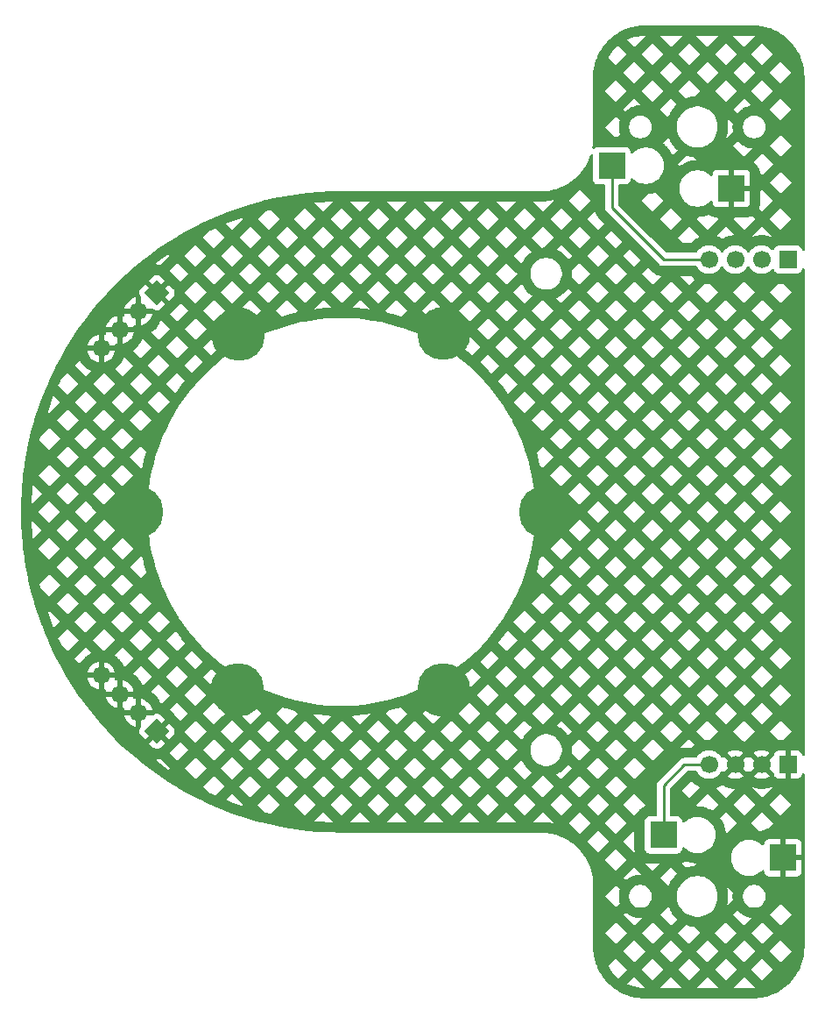
<source format=gbr>
G04 #@! TF.GenerationSoftware,KiCad,Pcbnew,9.0.2*
G04 #@! TF.CreationDate,2025-09-19T14:57:40-04:00*
G04 #@! TF.ProjectId,Trackball,54726163-6b62-4616-9c6c-2e6b69636164,rev?*
G04 #@! TF.SameCoordinates,Original*
G04 #@! TF.FileFunction,Copper,L2,Bot*
G04 #@! TF.FilePolarity,Positive*
%FSLAX46Y46*%
G04 Gerber Fmt 4.6, Leading zero omitted, Abs format (unit mm)*
G04 Created by KiCad (PCBNEW 9.0.2) date 2025-09-19 14:57:40*
%MOMM*%
%LPD*%
G01*
G04 APERTURE LIST*
G04 Aperture macros list*
%AMRotRect*
0 Rectangle, with rotation*
0 The origin of the aperture is its center*
0 $1 length*
0 $2 width*
0 $3 Rotation angle, in degrees counterclockwise*
0 Add horizontal line*
21,1,$1,$2,0,0,$3*%
G04 Aperture macros list end*
G04 #@! TA.AperFunction,ComponentPad*
%ADD10C,5.000000*%
G04 #@! TD*
G04 #@! TA.AperFunction,SMDPad,CuDef*
%ADD11R,2.600000X2.600000*%
G04 #@! TD*
G04 #@! TA.AperFunction,ComponentPad*
%ADD12RotRect,1.700000X1.700000X135.000000*%
G04 #@! TD*
G04 #@! TA.AperFunction,ComponentPad*
%ADD13C,1.700000*%
G04 #@! TD*
G04 #@! TA.AperFunction,ComponentPad*
%ADD14R,1.700000X1.700000*%
G04 #@! TD*
G04 #@! TA.AperFunction,ComponentPad*
%ADD15RotRect,1.700000X1.700000X45.000000*%
G04 #@! TD*
G04 #@! TA.AperFunction,Conductor*
%ADD16C,0.250000*%
G04 #@! TD*
G04 APERTURE END LIST*
D10*
X332450000Y-118700000D03*
X362100000Y-101650000D03*
X332500000Y-84500000D03*
X352250000Y-118750000D03*
D11*
X373568000Y-132784000D03*
X385118000Y-134984000D03*
D10*
X322700000Y-101600000D03*
D11*
X380118000Y-70366000D03*
X368568000Y-68166000D03*
D10*
X352250000Y-84450000D03*
D12*
X324598949Y-80423949D03*
D13*
X322802898Y-82220000D03*
X321006847Y-84016051D03*
X319210795Y-85812103D03*
D14*
X385593000Y-125984000D03*
D13*
X383053000Y-125984000D03*
X380513000Y-125984000D03*
X377973000Y-125984000D03*
D15*
X324598949Y-122786051D03*
D13*
X322802898Y-120990000D03*
X321006847Y-119193949D03*
X319210795Y-117397897D03*
D14*
X385593000Y-77216000D03*
D13*
X383053000Y-77216000D03*
X380513000Y-77216000D03*
X377973000Y-77216000D03*
D16*
X375591000Y-125984000D02*
X377973000Y-125984000D01*
X373568000Y-128007000D02*
X375591000Y-125984000D01*
X373568000Y-132784000D02*
X373568000Y-128007000D01*
X377973000Y-77216000D02*
X373591000Y-77216000D01*
X368568000Y-72193000D02*
X368568000Y-68166000D01*
X373591000Y-77216000D02*
X368568000Y-72193000D01*
G04 #@! TA.AperFunction,Conductor*
G36*
X366690956Y-67055333D02*
G01*
X366742461Y-67104197D01*
X366759500Y-67167470D01*
X366759500Y-69514649D01*
X366766009Y-69575196D01*
X366766011Y-69575204D01*
X366817110Y-69712202D01*
X366817112Y-69712207D01*
X366904738Y-69829261D01*
X367021792Y-69916887D01*
X367021794Y-69916888D01*
X367021796Y-69916889D01*
X367080875Y-69938924D01*
X367158795Y-69967988D01*
X367158803Y-69967990D01*
X367219350Y-69974499D01*
X367219355Y-69974499D01*
X367219362Y-69974500D01*
X367808500Y-69974500D01*
X367876621Y-69994502D01*
X367923114Y-70048158D01*
X367934500Y-70100500D01*
X367934500Y-72255396D01*
X367944185Y-72304086D01*
X367958845Y-72377785D01*
X368006600Y-72493075D01*
X368075929Y-72596833D01*
X368075931Y-72596835D01*
X373187161Y-77708067D01*
X373187167Y-77708072D01*
X373290925Y-77777401D01*
X373372447Y-77811168D01*
X373406215Y-77825155D01*
X373528606Y-77849500D01*
X373528607Y-77849500D01*
X373653394Y-77849500D01*
X376693891Y-77849500D01*
X376762012Y-77869502D01*
X376806156Y-77918294D01*
X376811106Y-77928009D01*
X376811108Y-77928012D01*
X376811112Y-77928018D01*
X376865813Y-78003307D01*
X376936794Y-78101004D01*
X376936796Y-78101006D01*
X376936798Y-78101009D01*
X377087990Y-78252201D01*
X377087993Y-78252203D01*
X377087996Y-78252206D01*
X377260991Y-78377894D01*
X377451517Y-78474972D01*
X377654878Y-78541047D01*
X377654879Y-78541047D01*
X377654884Y-78541049D01*
X377866084Y-78574500D01*
X377866087Y-78574500D01*
X378079913Y-78574500D01*
X378079916Y-78574500D01*
X378291116Y-78541049D01*
X378494483Y-78474972D01*
X378685009Y-78377894D01*
X378858004Y-78252206D01*
X379009206Y-78101004D01*
X379134894Y-77928009D01*
X379134899Y-77927997D01*
X379135561Y-77926920D01*
X379135924Y-77926591D01*
X379137804Y-77924004D01*
X379138347Y-77924398D01*
X379188204Y-77879283D01*
X379258244Y-77867670D01*
X379323445Y-77895766D01*
X379348021Y-77924130D01*
X379348196Y-77924004D01*
X379349668Y-77926030D01*
X379350439Y-77926920D01*
X379351108Y-77928012D01*
X379382182Y-77970781D01*
X379476794Y-78101004D01*
X379476796Y-78101006D01*
X379476798Y-78101009D01*
X379627990Y-78252201D01*
X379627993Y-78252203D01*
X379627996Y-78252206D01*
X379800991Y-78377894D01*
X379991517Y-78474972D01*
X380194878Y-78541047D01*
X380194879Y-78541047D01*
X380194884Y-78541049D01*
X380406084Y-78574500D01*
X380406087Y-78574500D01*
X380619913Y-78574500D01*
X380619916Y-78574500D01*
X380831116Y-78541049D01*
X381034483Y-78474972D01*
X381225009Y-78377894D01*
X381398004Y-78252206D01*
X381549206Y-78101004D01*
X381674894Y-77928009D01*
X381674899Y-77927997D01*
X381675561Y-77926920D01*
X381675924Y-77926591D01*
X381677804Y-77924004D01*
X381678347Y-77924398D01*
X381728204Y-77879283D01*
X381798244Y-77867670D01*
X381863445Y-77895766D01*
X381888021Y-77924130D01*
X381888196Y-77924004D01*
X381889668Y-77926030D01*
X381890439Y-77926920D01*
X381891108Y-77928012D01*
X381922182Y-77970781D01*
X382016794Y-78101004D01*
X382016796Y-78101006D01*
X382016798Y-78101009D01*
X382167990Y-78252201D01*
X382167993Y-78252203D01*
X382167996Y-78252206D01*
X382340991Y-78377894D01*
X382531517Y-78474972D01*
X382734878Y-78541047D01*
X382734879Y-78541047D01*
X382734884Y-78541049D01*
X382946084Y-78574500D01*
X382946087Y-78574500D01*
X383159913Y-78574500D01*
X383159916Y-78574500D01*
X383371116Y-78541049D01*
X383574483Y-78474972D01*
X383765009Y-78377894D01*
X383938004Y-78252206D01*
X384040982Y-78149227D01*
X384103292Y-78115204D01*
X384174108Y-78120268D01*
X384230944Y-78162815D01*
X384248131Y-78194291D01*
X384292110Y-78312203D01*
X384292112Y-78312207D01*
X384379738Y-78429261D01*
X384496792Y-78516887D01*
X384496794Y-78516888D01*
X384496796Y-78516889D01*
X384507022Y-78520703D01*
X384633795Y-78567988D01*
X384633803Y-78567990D01*
X384694350Y-78574499D01*
X384694355Y-78574499D01*
X384694362Y-78574500D01*
X384694368Y-78574500D01*
X386491632Y-78574500D01*
X386491638Y-78574500D01*
X386491645Y-78574499D01*
X386491649Y-78574499D01*
X386552196Y-78567990D01*
X386552199Y-78567989D01*
X386552201Y-78567989D01*
X386689204Y-78516889D01*
X386713259Y-78498882D01*
X386806261Y-78429261D01*
X386893887Y-78312207D01*
X386893887Y-78312206D01*
X386893889Y-78312204D01*
X386939083Y-78191035D01*
X386944988Y-78175204D01*
X386944990Y-78175196D01*
X386948222Y-78145133D01*
X386975391Y-78079541D01*
X387033708Y-78039049D01*
X387104660Y-78036515D01*
X387165718Y-78072742D01*
X387197498Y-78136228D01*
X387199500Y-78158601D01*
X387199500Y-125046102D01*
X387179498Y-125114223D01*
X387125842Y-125160716D01*
X387055568Y-125170820D01*
X386990988Y-125141326D01*
X386952604Y-125081600D01*
X386948222Y-125059572D01*
X386944494Y-125024906D01*
X386893444Y-124888035D01*
X386893444Y-124888034D01*
X386805904Y-124771095D01*
X386688965Y-124683555D01*
X386552093Y-124632505D01*
X386491597Y-124626000D01*
X385847000Y-124626000D01*
X385847000Y-125553297D01*
X385785993Y-125518075D01*
X385658826Y-125484000D01*
X385527174Y-125484000D01*
X385400007Y-125518075D01*
X385339000Y-125553297D01*
X385339000Y-124626000D01*
X384694402Y-124626000D01*
X384633906Y-124632505D01*
X384497035Y-124683555D01*
X384497034Y-124683555D01*
X384380095Y-124771095D01*
X384292555Y-124888034D01*
X384292555Y-124888035D01*
X384241505Y-125024905D01*
X384236981Y-125066978D01*
X384240319Y-125129301D01*
X384206794Y-125189414D01*
X383537157Y-125859051D01*
X383518925Y-125791007D01*
X383453099Y-125676993D01*
X383360007Y-125583901D01*
X383245993Y-125518075D01*
X383177947Y-125499841D01*
X383817168Y-124860621D01*
X383817167Y-124860620D01*
X383764750Y-124822536D01*
X383764748Y-124822535D01*
X383574292Y-124725493D01*
X383574286Y-124725490D01*
X383371003Y-124659440D01*
X383159874Y-124626000D01*
X382946126Y-124626000D01*
X382734996Y-124659440D01*
X382531713Y-124725490D01*
X382531707Y-124725493D01*
X382341253Y-124822534D01*
X382288831Y-124860621D01*
X382288831Y-124860622D01*
X382928051Y-125499842D01*
X382860007Y-125518075D01*
X382745993Y-125583901D01*
X382652901Y-125676993D01*
X382587075Y-125791007D01*
X382568842Y-125859051D01*
X381929622Y-125219831D01*
X381929621Y-125219831D01*
X381891522Y-125272269D01*
X381890422Y-125274065D01*
X381889827Y-125274603D01*
X381888624Y-125276259D01*
X381888275Y-125276006D01*
X381837768Y-125321689D01*
X381767725Y-125333286D01*
X381702531Y-125305174D01*
X381677440Y-125276211D01*
X381677376Y-125276258D01*
X381676830Y-125275506D01*
X381675563Y-125274044D01*
X381674462Y-125272248D01*
X381636378Y-125219831D01*
X380997157Y-125859051D01*
X380978925Y-125791007D01*
X380913099Y-125676993D01*
X380820007Y-125583901D01*
X380705993Y-125518075D01*
X380637947Y-125499841D01*
X381277168Y-124860621D01*
X381277167Y-124860620D01*
X381224750Y-124822536D01*
X381224748Y-124822535D01*
X381034292Y-124725493D01*
X381034286Y-124725490D01*
X380831003Y-124659440D01*
X380619874Y-124626000D01*
X380406126Y-124626000D01*
X380194996Y-124659440D01*
X379991713Y-124725490D01*
X379991707Y-124725493D01*
X379801253Y-124822534D01*
X379748831Y-124860621D01*
X379748831Y-124860622D01*
X380388051Y-125499842D01*
X380320007Y-125518075D01*
X380205993Y-125583901D01*
X380112901Y-125676993D01*
X380047075Y-125791007D01*
X380028842Y-125859051D01*
X379389622Y-125219831D01*
X379389621Y-125219831D01*
X379351528Y-125272261D01*
X379350724Y-125273574D01*
X379350288Y-125273967D01*
X379348624Y-125276259D01*
X379348142Y-125275909D01*
X379298075Y-125321203D01*
X379228033Y-125332807D01*
X379162836Y-125304702D01*
X379137901Y-125275924D01*
X379137804Y-125275996D01*
X379136975Y-125274855D01*
X379135859Y-125273567D01*
X379134899Y-125272001D01*
X379134894Y-125271991D01*
X379009206Y-125098996D01*
X379009203Y-125098993D01*
X379009201Y-125098990D01*
X378858009Y-124947798D01*
X378858006Y-124947796D01*
X378858004Y-124947794D01*
X378685601Y-124822536D01*
X378685012Y-124822108D01*
X378685011Y-124822107D01*
X378685009Y-124822106D01*
X378494483Y-124725028D01*
X378494480Y-124725027D01*
X378494478Y-124725026D01*
X378291120Y-124658952D01*
X378291123Y-124658952D01*
X378251801Y-124652724D01*
X378079916Y-124625500D01*
X377866084Y-124625500D01*
X377654884Y-124658951D01*
X377654878Y-124658952D01*
X377451521Y-124725026D01*
X377451515Y-124725029D01*
X377260987Y-124822108D01*
X377087993Y-124947796D01*
X377087990Y-124947798D01*
X376936798Y-125098990D01*
X376936796Y-125098993D01*
X376811112Y-125271981D01*
X376811103Y-125271996D01*
X376806156Y-125281706D01*
X376757407Y-125333320D01*
X376693891Y-125350500D01*
X375528603Y-125350500D01*
X375455568Y-125365028D01*
X375406215Y-125374845D01*
X375406213Y-125374845D01*
X375406212Y-125374846D01*
X375342393Y-125401281D01*
X375320835Y-125410211D01*
X375290923Y-125422601D01*
X375187171Y-125491926D01*
X375187164Y-125491931D01*
X373075931Y-127603164D01*
X373075926Y-127603171D01*
X373006601Y-127706923D01*
X372958846Y-127822212D01*
X372934500Y-127944603D01*
X372934500Y-130849500D01*
X372914498Y-130917621D01*
X372860842Y-130964114D01*
X372808500Y-130975500D01*
X372219350Y-130975500D01*
X372158803Y-130982009D01*
X372158795Y-130982011D01*
X372021797Y-131033110D01*
X372021792Y-131033112D01*
X371904738Y-131120738D01*
X371817112Y-131237792D01*
X371817110Y-131237797D01*
X371766011Y-131374795D01*
X371766009Y-131374803D01*
X371759500Y-131435350D01*
X371759500Y-134132649D01*
X371766009Y-134193196D01*
X371766011Y-134193204D01*
X371817110Y-134330202D01*
X371817112Y-134330207D01*
X371904738Y-134447261D01*
X372021792Y-134534887D01*
X372021794Y-134534888D01*
X372021796Y-134534889D01*
X372080875Y-134556924D01*
X372158795Y-134585988D01*
X372158803Y-134585990D01*
X372219350Y-134592499D01*
X372219355Y-134592499D01*
X372219362Y-134592500D01*
X372219368Y-134592500D01*
X374916632Y-134592500D01*
X374916638Y-134592500D01*
X374916645Y-134592499D01*
X374916649Y-134592499D01*
X374977196Y-134585990D01*
X374977199Y-134585989D01*
X374977201Y-134585989D01*
X375114204Y-134534889D01*
X375154734Y-134504549D01*
X375231261Y-134447261D01*
X375318887Y-134330207D01*
X375318887Y-134330206D01*
X375318889Y-134330204D01*
X375366431Y-134202741D01*
X375369988Y-134193204D01*
X375369990Y-134193196D01*
X375376499Y-134132649D01*
X375376500Y-134132632D01*
X375376500Y-134097271D01*
X375396502Y-134029150D01*
X375450158Y-133982657D01*
X375520432Y-133972553D01*
X375585012Y-134002047D01*
X375591595Y-134008176D01*
X375686326Y-134102907D01*
X375686347Y-134102926D01*
X375868384Y-134242608D01*
X375868391Y-134242613D01*
X376067099Y-134357337D01*
X376067103Y-134357338D01*
X376067112Y-134357344D01*
X376279113Y-134445158D01*
X376500762Y-134504548D01*
X376500766Y-134504548D01*
X376500768Y-134504549D01*
X376559398Y-134512267D01*
X376728266Y-134534500D01*
X376728273Y-134534500D01*
X376957727Y-134534500D01*
X376957734Y-134534500D01*
X377163345Y-134507430D01*
X377185231Y-134504549D01*
X377185231Y-134504548D01*
X377185238Y-134504548D01*
X377406887Y-134445158D01*
X377618888Y-134357344D01*
X377817612Y-134242611D01*
X377999661Y-134102919D01*
X378161919Y-133940661D01*
X378301611Y-133758612D01*
X378416344Y-133559888D01*
X378504158Y-133347887D01*
X378563548Y-133126238D01*
X378593500Y-132898734D01*
X378593500Y-132669266D01*
X378563548Y-132441762D01*
X378504158Y-132220113D01*
X378416344Y-132008112D01*
X378416338Y-132008103D01*
X378416337Y-132008099D01*
X378301613Y-131809391D01*
X378301608Y-131809384D01*
X378161926Y-131627347D01*
X378161907Y-131627326D01*
X377999673Y-131465092D01*
X377999652Y-131465073D01*
X377817615Y-131325391D01*
X377817608Y-131325386D01*
X377618900Y-131210662D01*
X377618892Y-131210658D01*
X377618888Y-131210656D01*
X377438035Y-131135744D01*
X379042657Y-131135744D01*
X379103315Y-131214795D01*
X379105772Y-131218107D01*
X379119987Y-131237944D01*
X379122330Y-131241330D01*
X379140480Y-131268491D01*
X379142718Y-131271961D01*
X379155616Y-131292703D01*
X379157735Y-131296239D01*
X379288812Y-131523270D01*
X379290817Y-131526878D01*
X379302340Y-131548438D01*
X379304228Y-131552113D01*
X379318672Y-131581410D01*
X379320431Y-131585131D01*
X379330493Y-131607341D01*
X379332131Y-131611119D01*
X379432438Y-131853280D01*
X379433952Y-131857112D01*
X379442550Y-131879955D01*
X379443940Y-131883840D01*
X379454440Y-131914772D01*
X379455700Y-131918692D01*
X379462791Y-131942064D01*
X379463925Y-131946034D01*
X379531766Y-132199225D01*
X379532766Y-132203218D01*
X379538305Y-132226968D01*
X379539176Y-132230999D01*
X379545550Y-132263035D01*
X379546288Y-132267090D01*
X379550271Y-132291206D01*
X379550877Y-132295292D01*
X379585092Y-132555184D01*
X379585563Y-132559275D01*
X379587955Y-132583552D01*
X379588292Y-132587660D01*
X379590430Y-132620254D01*
X379590632Y-132624376D01*
X379591432Y-132648798D01*
X379591500Y-132652923D01*
X379591500Y-132711052D01*
X380650514Y-131652038D01*
X382061897Y-131652038D01*
X382826128Y-132416269D01*
X382937073Y-132462225D01*
X383002507Y-132413243D01*
X383009897Y-132408112D01*
X383054739Y-132379295D01*
X383062477Y-132374704D01*
X383125066Y-132340531D01*
X383133107Y-132336506D01*
X383181565Y-132314377D01*
X383189873Y-132310936D01*
X383389370Y-132236528D01*
X383396825Y-132234010D01*
X383441442Y-132220475D01*
X383449045Y-132218426D01*
X383509756Y-132204081D01*
X383517464Y-132202511D01*
X383563408Y-132194644D01*
X383571204Y-132193559D01*
X383653358Y-132184725D01*
X384186047Y-131652037D01*
X383123972Y-130589962D01*
X382061897Y-131652038D01*
X380650514Y-131652038D01*
X379588439Y-130589963D01*
X379042657Y-131135744D01*
X377438035Y-131135744D01*
X377406887Y-131122842D01*
X377185238Y-131063452D01*
X377185231Y-131063450D01*
X376957736Y-131033500D01*
X376957734Y-131033500D01*
X376728266Y-131033500D01*
X376728263Y-131033500D01*
X376500768Y-131063450D01*
X376279113Y-131122842D01*
X376067110Y-131210657D01*
X376067099Y-131210662D01*
X375868391Y-131325386D01*
X375868384Y-131325391D01*
X375686347Y-131465073D01*
X375686326Y-131465092D01*
X375591595Y-131559824D01*
X375529283Y-131593850D01*
X375458468Y-131588785D01*
X375401632Y-131546238D01*
X375376821Y-131479718D01*
X375376500Y-131470729D01*
X375376500Y-131435367D01*
X375376499Y-131435350D01*
X375369990Y-131374803D01*
X375369988Y-131374795D01*
X375318889Y-131237797D01*
X375318887Y-131237792D01*
X375231261Y-131120738D01*
X375114207Y-131033112D01*
X375114202Y-131033110D01*
X374977204Y-130982011D01*
X374977196Y-130982009D01*
X374916649Y-130975500D01*
X374916638Y-130975500D01*
X374327500Y-130975500D01*
X374259379Y-130955498D01*
X374212886Y-130901842D01*
X374201500Y-130849500D01*
X374201500Y-129884271D01*
X376758596Y-129884271D01*
X376909825Y-130035500D01*
X376974077Y-130035500D01*
X376978202Y-130035568D01*
X377002624Y-130036368D01*
X377006746Y-130036570D01*
X377039340Y-130038708D01*
X377043448Y-130039045D01*
X377067725Y-130041437D01*
X377071816Y-130041908D01*
X377331708Y-130076123D01*
X377335794Y-130076729D01*
X377359910Y-130080712D01*
X377363965Y-130081450D01*
X377396001Y-130087824D01*
X377400032Y-130088695D01*
X377423782Y-130094234D01*
X377427775Y-130095234D01*
X377680966Y-130163075D01*
X377684936Y-130164209D01*
X377708308Y-130171300D01*
X377712228Y-130172560D01*
X377743160Y-130183060D01*
X377747045Y-130184450D01*
X377769888Y-130193048D01*
X377773720Y-130194562D01*
X378015881Y-130294869D01*
X378019659Y-130296507D01*
X378041869Y-130306569D01*
X378045590Y-130308328D01*
X378074887Y-130322772D01*
X378078562Y-130324660D01*
X378100122Y-130336183D01*
X378103730Y-130338188D01*
X378309833Y-130457182D01*
X378882745Y-129884271D01*
X380294130Y-129884271D01*
X381356205Y-130946346D01*
X382418281Y-129884271D01*
X383829663Y-129884271D01*
X384891739Y-130946346D01*
X385953814Y-129884271D01*
X384891739Y-128822195D01*
X383829663Y-129884271D01*
X382418281Y-129884271D01*
X381356205Y-128822195D01*
X380294130Y-129884271D01*
X378882745Y-129884271D01*
X378882746Y-129884270D01*
X377820671Y-128822195D01*
X376758596Y-129884271D01*
X374201500Y-129884271D01*
X374201500Y-128503981D01*
X375378306Y-128503981D01*
X376052904Y-129178579D01*
X376990090Y-128241393D01*
X378651252Y-128241393D01*
X379588438Y-129178579D01*
X380427016Y-128340000D01*
X380386518Y-128340000D01*
X380381569Y-128339903D01*
X380352285Y-128338752D01*
X380347347Y-128338460D01*
X380308268Y-128335384D01*
X380303341Y-128334899D01*
X380274252Y-128331455D01*
X380269355Y-128330778D01*
X380019523Y-128291208D01*
X380014653Y-128290338D01*
X379985926Y-128284624D01*
X379981095Y-128283564D01*
X379942979Y-128274414D01*
X379938191Y-128273165D01*
X379909983Y-128265210D01*
X379905247Y-128263773D01*
X379664674Y-128185606D01*
X379660004Y-128183987D01*
X379632523Y-128173850D01*
X379627912Y-128172045D01*
X379591695Y-128157044D01*
X379587163Y-128155062D01*
X379560548Y-128142793D01*
X379556094Y-128140633D01*
X379535565Y-128130173D01*
X382075566Y-128130173D01*
X383123972Y-129178579D01*
X384101321Y-128201228D01*
X384058107Y-128181494D01*
X384050066Y-128177469D01*
X383995206Y-128147516D01*
X383978837Y-128155062D01*
X383974305Y-128157044D01*
X383938088Y-128172045D01*
X383933477Y-128173850D01*
X383905996Y-128183987D01*
X383901326Y-128185606D01*
X383660753Y-128263773D01*
X383656017Y-128265210D01*
X383627809Y-128273165D01*
X383623021Y-128274414D01*
X383584905Y-128283564D01*
X383580074Y-128284624D01*
X383551347Y-128290338D01*
X383546477Y-128291208D01*
X383296645Y-128330778D01*
X383291748Y-128331455D01*
X383262659Y-128334899D01*
X383257732Y-128335384D01*
X383218653Y-128338460D01*
X383213715Y-128338752D01*
X383184431Y-128339903D01*
X383179482Y-128340000D01*
X382926518Y-128340000D01*
X382921569Y-128339903D01*
X382892285Y-128338752D01*
X382887347Y-128338460D01*
X382848268Y-128335384D01*
X382843341Y-128334899D01*
X382814252Y-128331455D01*
X382809355Y-128330778D01*
X382559523Y-128291208D01*
X382554653Y-128290338D01*
X382525926Y-128284624D01*
X382521095Y-128283564D01*
X382482979Y-128274414D01*
X382478191Y-128273165D01*
X382449983Y-128265210D01*
X382445247Y-128263773D01*
X382204674Y-128185606D01*
X382200004Y-128183987D01*
X382172523Y-128173850D01*
X382167912Y-128172045D01*
X382131695Y-128157044D01*
X382127163Y-128155062D01*
X382100548Y-128142793D01*
X382096094Y-128140633D01*
X382075566Y-128130173D01*
X379535565Y-128130173D01*
X379330705Y-128025791D01*
X379326342Y-128023459D01*
X379300775Y-128009141D01*
X379296506Y-128006639D01*
X379263079Y-127986155D01*
X379258908Y-127983484D01*
X379243452Y-127973155D01*
X379227328Y-127983929D01*
X379223161Y-127986596D01*
X379189737Y-128007077D01*
X379185471Y-128009578D01*
X379159915Y-128023890D01*
X379155552Y-128026222D01*
X378930099Y-128141096D01*
X378925648Y-128143255D01*
X378899033Y-128155525D01*
X378894496Y-128157509D01*
X378858278Y-128172510D01*
X378853673Y-128174312D01*
X378826192Y-128184450D01*
X378821518Y-128186071D01*
X378651252Y-128241393D01*
X376990090Y-128241393D01*
X377067393Y-128164090D01*
X377051504Y-128157509D01*
X377046967Y-128155525D01*
X377020352Y-128143255D01*
X377015901Y-128141096D01*
X376790448Y-128026222D01*
X376786085Y-128023890D01*
X376760529Y-128009578D01*
X376756263Y-128007077D01*
X376722839Y-127986596D01*
X376718672Y-127983929D01*
X376694303Y-127967647D01*
X376690241Y-127964816D01*
X376485534Y-127816087D01*
X376481591Y-127813102D01*
X376458590Y-127794970D01*
X376454766Y-127791832D01*
X376424957Y-127766374D01*
X376421258Y-127763087D01*
X376399735Y-127743192D01*
X376396167Y-127739761D01*
X376271906Y-127615500D01*
X376266788Y-127615500D01*
X375378306Y-128503981D01*
X374201500Y-128503981D01*
X374201500Y-128321594D01*
X374221502Y-128253473D01*
X374238405Y-128232499D01*
X375816499Y-126654405D01*
X375878811Y-126620379D01*
X375905594Y-126617500D01*
X376693891Y-126617500D01*
X376762012Y-126637502D01*
X376806156Y-126686294D01*
X376811106Y-126696009D01*
X376811109Y-126696013D01*
X376811112Y-126696018D01*
X376863959Y-126768755D01*
X376936794Y-126869004D01*
X376936796Y-126869006D01*
X376936798Y-126869009D01*
X377087990Y-127020201D01*
X377087993Y-127020203D01*
X377087996Y-127020206D01*
X377260991Y-127145894D01*
X377451517Y-127242972D01*
X377654878Y-127309047D01*
X377654879Y-127309047D01*
X377654884Y-127309049D01*
X377866084Y-127342500D01*
X377866087Y-127342500D01*
X378079913Y-127342500D01*
X378079916Y-127342500D01*
X378291116Y-127309049D01*
X378494483Y-127242972D01*
X378685009Y-127145894D01*
X378858004Y-127020206D01*
X379009206Y-126869004D01*
X379134894Y-126696009D01*
X379134902Y-126695992D01*
X379135854Y-126694441D01*
X379136377Y-126693967D01*
X379137804Y-126692004D01*
X379138216Y-126692303D01*
X379188497Y-126646804D01*
X379258537Y-126635189D01*
X379323738Y-126663285D01*
X379348485Y-126691842D01*
X379348624Y-126691742D01*
X379349794Y-126693353D01*
X379350726Y-126694428D01*
X379351536Y-126695750D01*
X379389620Y-126748167D01*
X379389621Y-126748168D01*
X380028841Y-126108947D01*
X380047075Y-126176993D01*
X380112901Y-126291007D01*
X380205993Y-126384099D01*
X380320007Y-126449925D01*
X380388051Y-126468157D01*
X379748831Y-127107378D01*
X379801249Y-127145463D01*
X379801251Y-127145464D01*
X379991707Y-127242506D01*
X379991713Y-127242509D01*
X380194996Y-127308559D01*
X380406126Y-127342000D01*
X380619874Y-127342000D01*
X380831003Y-127308559D01*
X381034286Y-127242509D01*
X381034292Y-127242506D01*
X381224750Y-127145463D01*
X381277167Y-127107378D01*
X381277167Y-127107376D01*
X380637948Y-126468157D01*
X380705993Y-126449925D01*
X380820007Y-126384099D01*
X380913099Y-126291007D01*
X380978925Y-126176993D01*
X380997157Y-126108948D01*
X381636376Y-126748167D01*
X381636378Y-126748167D01*
X381674463Y-126695750D01*
X381675562Y-126693958D01*
X381676158Y-126693418D01*
X381677377Y-126691741D01*
X381677729Y-126691996D01*
X381728206Y-126646322D01*
X381798246Y-126634710D01*
X381863446Y-126662808D01*
X381888559Y-126691788D01*
X381888624Y-126691742D01*
X381889165Y-126692487D01*
X381890433Y-126693950D01*
X381891535Y-126695749D01*
X381929620Y-126748167D01*
X381929621Y-126748168D01*
X382568841Y-126108947D01*
X382587075Y-126176993D01*
X382652901Y-126291007D01*
X382745993Y-126384099D01*
X382860007Y-126449925D01*
X382928051Y-126468157D01*
X382288831Y-127107378D01*
X382341249Y-127145463D01*
X382341251Y-127145464D01*
X382531707Y-127242506D01*
X382531713Y-127242509D01*
X382734996Y-127308559D01*
X382946126Y-127342000D01*
X383159874Y-127342000D01*
X383371003Y-127308559D01*
X383574286Y-127242509D01*
X383574292Y-127242506D01*
X383764750Y-127145463D01*
X383817167Y-127107378D01*
X383817167Y-127107376D01*
X383177948Y-126468157D01*
X383245993Y-126449925D01*
X383360007Y-126384099D01*
X383453099Y-126291007D01*
X383518925Y-126176993D01*
X383537157Y-126108948D01*
X384206794Y-126778585D01*
X384240820Y-126840897D01*
X384237030Y-126901471D01*
X384241505Y-126943093D01*
X384292555Y-127079964D01*
X384292555Y-127079965D01*
X384380095Y-127196904D01*
X384497034Y-127284444D01*
X384633906Y-127335494D01*
X384694402Y-127341999D01*
X384694415Y-127342000D01*
X385339000Y-127342000D01*
X385339000Y-126414702D01*
X385400007Y-126449925D01*
X385527174Y-126484000D01*
X385658826Y-126484000D01*
X385785993Y-126449925D01*
X385847000Y-126414702D01*
X385847000Y-127342000D01*
X386491585Y-127342000D01*
X386491597Y-127341999D01*
X386552093Y-127335494D01*
X386688964Y-127284444D01*
X386688965Y-127284444D01*
X386805904Y-127196904D01*
X386893444Y-127079965D01*
X386893444Y-127079964D01*
X386944494Y-126943093D01*
X386948222Y-126908427D01*
X386975392Y-126842835D01*
X387033711Y-126802345D01*
X387104662Y-126799811D01*
X387165720Y-126836039D01*
X387197498Y-126899527D01*
X387199500Y-126921897D01*
X387199500Y-143597404D01*
X387199392Y-143602611D01*
X387182725Y-144005584D01*
X387181865Y-144015963D01*
X387132298Y-144413604D01*
X387130584Y-144423875D01*
X387048352Y-144816063D01*
X387045796Y-144826158D01*
X386931453Y-145210228D01*
X386928071Y-145220078D01*
X386782409Y-145593375D01*
X386778226Y-145602912D01*
X386602230Y-145962918D01*
X386597274Y-145972076D01*
X386392154Y-146316313D01*
X386386458Y-146325032D01*
X386153609Y-146651157D01*
X386147213Y-146659375D01*
X385888218Y-146965170D01*
X385881164Y-146972831D01*
X385597831Y-147256164D01*
X385590170Y-147263218D01*
X385284375Y-147522213D01*
X385276157Y-147528609D01*
X384950032Y-147761458D01*
X384941313Y-147767154D01*
X384597076Y-147972274D01*
X384587918Y-147977230D01*
X384227912Y-148153226D01*
X384218375Y-148157409D01*
X383845078Y-148303071D01*
X383835228Y-148306453D01*
X383451158Y-148420796D01*
X383441063Y-148423352D01*
X383048875Y-148505584D01*
X383038604Y-148507298D01*
X382640963Y-148556865D01*
X382630584Y-148557725D01*
X382227611Y-148574392D01*
X382222404Y-148574500D01*
X371727596Y-148574500D01*
X371722389Y-148574392D01*
X371319415Y-148557725D01*
X371309036Y-148556865D01*
X370911395Y-148507298D01*
X370901124Y-148505584D01*
X370508936Y-148423352D01*
X370498841Y-148420796D01*
X370114771Y-148306453D01*
X370104921Y-148303071D01*
X369731624Y-148157409D01*
X369722087Y-148153226D01*
X369362081Y-147977230D01*
X369352923Y-147972274D01*
X369008686Y-147767154D01*
X368999967Y-147761458D01*
X368861940Y-147662909D01*
X368673833Y-147528602D01*
X368665633Y-147522220D01*
X368359829Y-147263218D01*
X368352168Y-147256164D01*
X368297615Y-147201611D01*
X370047858Y-147201611D01*
X370128009Y-147240794D01*
X370434091Y-147360229D01*
X370749048Y-147453996D01*
X371070626Y-147521422D01*
X371396692Y-147562068D01*
X371745619Y-147576500D01*
X371797120Y-147576500D01*
X371811679Y-147561941D01*
X373223062Y-147561941D01*
X373237621Y-147576500D01*
X375332654Y-147576500D01*
X375347213Y-147561941D01*
X376758596Y-147561941D01*
X376773155Y-147576500D01*
X378868188Y-147576500D01*
X378882747Y-147561941D01*
X380294130Y-147561941D01*
X380308689Y-147576500D01*
X382204381Y-147576500D01*
X382412321Y-147567898D01*
X382418280Y-147561940D01*
X381356205Y-146499865D01*
X380294130Y-147561941D01*
X378882747Y-147561941D01*
X377820671Y-146499865D01*
X376758596Y-147561941D01*
X375347213Y-147561941D01*
X374285137Y-146499865D01*
X373223062Y-147561941D01*
X371811679Y-147561941D01*
X370749604Y-146499866D01*
X370047858Y-147201611D01*
X368297615Y-147201611D01*
X368068835Y-146972831D01*
X368061781Y-146965170D01*
X367964876Y-146850754D01*
X367802776Y-146659363D01*
X367796400Y-146651169D01*
X367563541Y-146325032D01*
X367557845Y-146316313D01*
X367352725Y-145972076D01*
X367347769Y-145962918D01*
X367171773Y-145602912D01*
X367167590Y-145593375D01*
X367126332Y-145487641D01*
X368226294Y-145487641D01*
X368228522Y-145492197D01*
X368396715Y-145774463D01*
X368587652Y-146041888D01*
X368800035Y-146292647D01*
X369032350Y-146524962D01*
X369184369Y-146653715D01*
X370043910Y-145794174D01*
X371455296Y-145794174D01*
X372517371Y-146856249D01*
X373579446Y-145794174D01*
X374990829Y-145794174D01*
X376052904Y-146856249D01*
X377114980Y-145794174D01*
X378526363Y-145794174D01*
X379588438Y-146856249D01*
X380650514Y-145794174D01*
X382061897Y-145794174D01*
X383123972Y-146856249D01*
X384186048Y-145794174D01*
X383123972Y-144732098D01*
X382061897Y-145794174D01*
X380650514Y-145794174D01*
X379588438Y-144732098D01*
X378526363Y-145794174D01*
X377114980Y-145794174D01*
X376052904Y-144732098D01*
X374990829Y-145794174D01*
X373579446Y-145794174D01*
X372517371Y-144732099D01*
X371455296Y-145794174D01*
X370043910Y-145794174D01*
X370043911Y-145794173D01*
X368981837Y-144732099D01*
X368226294Y-145487641D01*
X367126332Y-145487641D01*
X367021928Y-145220078D01*
X367018546Y-145210228D01*
X366966433Y-145035183D01*
X366904199Y-144826144D01*
X366901650Y-144816076D01*
X366819414Y-144423871D01*
X366817701Y-144413604D01*
X366793836Y-144222149D01*
X366769436Y-144026407D01*
X369687529Y-144026407D01*
X370749604Y-145088482D01*
X371811679Y-144026407D01*
X373223062Y-144026407D01*
X374285137Y-145088482D01*
X375347213Y-144026407D01*
X376758596Y-144026407D01*
X377820671Y-145088482D01*
X378882747Y-144026407D01*
X380294130Y-144026407D01*
X381356205Y-145088482D01*
X382418281Y-144026407D01*
X383829664Y-144026407D01*
X384891739Y-145088482D01*
X385953814Y-144026407D01*
X384891739Y-142964331D01*
X383829664Y-144026407D01*
X382418281Y-144026407D01*
X381356205Y-142964331D01*
X380294130Y-144026407D01*
X378882747Y-144026407D01*
X377820671Y-142964331D01*
X376758596Y-144026407D01*
X375347213Y-144026407D01*
X374285137Y-142964331D01*
X373223062Y-144026407D01*
X371811679Y-144026407D01*
X370749604Y-142964332D01*
X369687529Y-144026407D01*
X366769436Y-144026407D01*
X366768132Y-144015946D01*
X366767275Y-144005599D01*
X366750608Y-143602611D01*
X366750500Y-143597404D01*
X366750500Y-142258640D01*
X367919762Y-142258640D01*
X368981837Y-143320715D01*
X370043912Y-142258640D01*
X371455296Y-142258640D01*
X372517371Y-143320715D01*
X373579446Y-142258640D01*
X373579445Y-142258639D01*
X374990829Y-142258639D01*
X376052904Y-143320715D01*
X377114980Y-142258640D01*
X378526363Y-142258640D01*
X379588438Y-143320715D01*
X380650514Y-142258640D01*
X382061897Y-142258640D01*
X383123972Y-143320715D01*
X384186048Y-142258640D01*
X383123972Y-141196564D01*
X382061897Y-142258640D01*
X380650514Y-142258640D01*
X379588438Y-141196564D01*
X378526363Y-142258640D01*
X377114980Y-142258640D01*
X376538866Y-141682526D01*
X376312355Y-141652707D01*
X376308273Y-141652102D01*
X376284158Y-141648120D01*
X376280096Y-141647380D01*
X376248059Y-141641005D01*
X376244032Y-141640135D01*
X376220281Y-141634596D01*
X376216287Y-141633596D01*
X375935936Y-141558476D01*
X375931969Y-141557343D01*
X375908598Y-141550253D01*
X375904675Y-141548992D01*
X375873743Y-141538492D01*
X375869857Y-141537102D01*
X375847015Y-141528504D01*
X375843184Y-141526990D01*
X375757832Y-141491636D01*
X374990829Y-142258639D01*
X373579445Y-142258639D01*
X372517371Y-141196565D01*
X371455296Y-142258640D01*
X370043912Y-142258640D01*
X368981837Y-141196565D01*
X367919762Y-142258640D01*
X366750500Y-142258640D01*
X366750500Y-140490873D01*
X369687529Y-140490873D01*
X370749603Y-141552947D01*
X371469862Y-140832688D01*
X371454236Y-140833303D01*
X371449287Y-140833400D01*
X371236713Y-140833400D01*
X371231764Y-140833303D01*
X371202480Y-140832152D01*
X371197542Y-140831860D01*
X371158463Y-140828784D01*
X371153539Y-140828300D01*
X371124451Y-140824857D01*
X371119551Y-140824179D01*
X370909616Y-140790928D01*
X370904748Y-140790058D01*
X370876029Y-140784346D01*
X370871201Y-140783287D01*
X370833083Y-140774138D01*
X370828291Y-140772888D01*
X370800075Y-140764931D01*
X370795338Y-140763494D01*
X370593173Y-140697806D01*
X370588499Y-140696185D01*
X370561018Y-140686047D01*
X370556414Y-140684246D01*
X370520197Y-140669246D01*
X370515659Y-140667261D01*
X370489044Y-140654991D01*
X370484593Y-140652832D01*
X370295197Y-140556330D01*
X370290834Y-140553998D01*
X370265278Y-140539686D01*
X370261014Y-140537186D01*
X370227589Y-140516705D01*
X370223417Y-140514035D01*
X370199048Y-140497752D01*
X370194989Y-140494923D01*
X370189413Y-140490872D01*
X373223062Y-140490872D01*
X374285137Y-141552947D01*
X374879457Y-140958626D01*
X374874340Y-140954140D01*
X374871280Y-140951366D01*
X374853438Y-140934656D01*
X374850473Y-140931786D01*
X374645214Y-140726527D01*
X374642344Y-140723562D01*
X374625634Y-140705720D01*
X374622860Y-140702660D01*
X374601325Y-140678100D01*
X374598660Y-140674957D01*
X374583193Y-140656108D01*
X374580635Y-140652886D01*
X374403942Y-140422618D01*
X374401483Y-140419302D01*
X374387246Y-140399433D01*
X374384898Y-140396040D01*
X374366751Y-140368878D01*
X374364516Y-140365411D01*
X374351639Y-140344700D01*
X374349524Y-140341171D01*
X374204397Y-140089805D01*
X374202393Y-140086199D01*
X374190869Y-140064638D01*
X374188980Y-140060961D01*
X374174536Y-140031664D01*
X374172777Y-140027943D01*
X374162715Y-140005733D01*
X374161077Y-140001955D01*
X374050010Y-139733816D01*
X374048496Y-139729985D01*
X374039898Y-139707143D01*
X374038508Y-139703257D01*
X374031455Y-139682479D01*
X373223062Y-140490872D01*
X370189413Y-140490872D01*
X370023022Y-140369981D01*
X370019079Y-140366996D01*
X369996079Y-140348865D01*
X369992253Y-140345726D01*
X369962445Y-140320268D01*
X369958748Y-140316982D01*
X369937225Y-140297087D01*
X369933657Y-140293656D01*
X369909201Y-140269200D01*
X369687529Y-140490873D01*
X366750500Y-140490873D01*
X366750500Y-138723106D01*
X367919762Y-138723106D01*
X368981836Y-139785180D01*
X369355649Y-139411366D01*
X369313506Y-139281662D01*
X369312069Y-139276925D01*
X369304112Y-139248709D01*
X369302862Y-139243917D01*
X369293713Y-139205799D01*
X369292654Y-139200971D01*
X369286942Y-139172252D01*
X369286072Y-139167384D01*
X369252821Y-138957449D01*
X369252143Y-138952549D01*
X369248700Y-138923461D01*
X369248216Y-138918537D01*
X369245140Y-138879458D01*
X369244848Y-138874520D01*
X369243697Y-138845236D01*
X369243600Y-138840287D01*
X369243600Y-138647318D01*
X370241600Y-138647318D01*
X370241600Y-138820682D01*
X370268720Y-138991912D01*
X370268721Y-138991917D01*
X370309742Y-139118167D01*
X370322292Y-139156791D01*
X370400998Y-139311260D01*
X370401000Y-139311263D01*
X370502900Y-139451516D01*
X370625483Y-139574099D01*
X370625486Y-139574101D01*
X370765740Y-139676002D01*
X370920209Y-139754708D01*
X371085082Y-139808278D01*
X371085083Y-139808278D01*
X371085088Y-139808280D01*
X371256318Y-139835400D01*
X371256321Y-139835400D01*
X371429679Y-139835400D01*
X371429682Y-139835400D01*
X371600912Y-139808280D01*
X371765791Y-139754708D01*
X371920260Y-139676002D01*
X372060514Y-139574101D01*
X372183101Y-139451514D01*
X372285002Y-139311260D01*
X372363708Y-139156791D01*
X372417280Y-138991912D01*
X372444400Y-138820682D01*
X372444400Y-138647318D01*
X372437730Y-138605204D01*
X374878000Y-138605204D01*
X374878000Y-138862795D01*
X374911620Y-139118167D01*
X374911621Y-139118173D01*
X374911622Y-139118175D01*
X374978290Y-139366984D01*
X375076864Y-139604962D01*
X375076865Y-139604963D01*
X375076870Y-139604974D01*
X375205659Y-139828043D01*
X375362460Y-140032388D01*
X375362479Y-140032409D01*
X375544590Y-140214520D01*
X375544600Y-140214529D01*
X375544606Y-140214535D01*
X375544609Y-140214537D01*
X375544611Y-140214539D01*
X375748956Y-140371340D01*
X375972025Y-140500129D01*
X375972029Y-140500130D01*
X375972038Y-140500136D01*
X376210016Y-140598710D01*
X376458825Y-140665378D01*
X376458831Y-140665378D01*
X376458832Y-140665379D01*
X376488134Y-140669236D01*
X376714207Y-140699000D01*
X376714214Y-140699000D01*
X376971786Y-140699000D01*
X376971793Y-140699000D01*
X377227175Y-140665378D01*
X377475984Y-140598710D01*
X377713962Y-140500136D01*
X377730008Y-140490872D01*
X380294130Y-140490872D01*
X381356205Y-141552948D01*
X382089702Y-140819451D01*
X381909616Y-140790928D01*
X381904748Y-140790058D01*
X381876029Y-140784346D01*
X381871201Y-140783287D01*
X381833083Y-140774138D01*
X381828291Y-140772888D01*
X381800075Y-140764931D01*
X381795338Y-140763494D01*
X381593173Y-140697806D01*
X381588499Y-140696185D01*
X381561018Y-140686047D01*
X381556414Y-140684246D01*
X381520197Y-140669246D01*
X381515659Y-140667261D01*
X381489044Y-140654991D01*
X381484593Y-140652832D01*
X381295197Y-140556330D01*
X381290834Y-140553998D01*
X381265278Y-140539686D01*
X381261014Y-140537186D01*
X381227589Y-140516705D01*
X381223417Y-140514035D01*
X381199048Y-140497752D01*
X381194989Y-140494923D01*
X381189415Y-140490873D01*
X383829664Y-140490873D01*
X384891739Y-141552948D01*
X385953814Y-140490873D01*
X384891739Y-139428797D01*
X383829664Y-140490873D01*
X381189415Y-140490873D01*
X381023022Y-140369981D01*
X381019079Y-140366996D01*
X380996079Y-140348865D01*
X380992253Y-140345726D01*
X380962445Y-140320268D01*
X380958748Y-140316982D01*
X380937225Y-140297087D01*
X380933657Y-140293656D01*
X380783344Y-140143343D01*
X380779913Y-140139775D01*
X380760018Y-140118252D01*
X380756732Y-140114555D01*
X380731274Y-140084747D01*
X380728135Y-140080921D01*
X380717532Y-140067470D01*
X380294130Y-140490872D01*
X377730008Y-140490872D01*
X377937038Y-140371343D01*
X377937038Y-140371342D01*
X377937043Y-140371340D01*
X378070153Y-140269200D01*
X378141394Y-140214535D01*
X378323535Y-140032394D01*
X378389277Y-139946717D01*
X378480340Y-139828043D01*
X378522680Y-139754709D01*
X378609136Y-139604962D01*
X378707710Y-139366984D01*
X378774378Y-139118175D01*
X378808000Y-138862793D01*
X378808000Y-138605207D01*
X378774378Y-138349825D01*
X378707710Y-138101016D01*
X378609136Y-137863038D01*
X378609130Y-137863029D01*
X378609129Y-137863025D01*
X378509509Y-137690478D01*
X379617886Y-137690478D01*
X379635990Y-137734184D01*
X379637504Y-137738015D01*
X379646102Y-137760857D01*
X379647492Y-137764743D01*
X379657992Y-137795675D01*
X379659253Y-137799598D01*
X379666343Y-137822969D01*
X379667476Y-137826936D01*
X379742596Y-138107287D01*
X379743596Y-138111281D01*
X379749135Y-138135032D01*
X379750005Y-138139059D01*
X379756380Y-138171096D01*
X379757120Y-138175158D01*
X379761102Y-138199273D01*
X379761707Y-138203355D01*
X379799592Y-138491125D01*
X379800063Y-138495216D01*
X379802455Y-138519493D01*
X379802792Y-138523601D01*
X379804930Y-138556195D01*
X379805132Y-138560317D01*
X379805932Y-138584739D01*
X379806000Y-138588864D01*
X379806000Y-138879136D01*
X379805932Y-138883261D01*
X379805132Y-138907683D01*
X379804930Y-138911805D01*
X379802792Y-138944399D01*
X379802455Y-138948507D01*
X379800063Y-138972784D01*
X379799592Y-138976875D01*
X379761707Y-139264645D01*
X379761102Y-139268727D01*
X379757120Y-139292842D01*
X379756380Y-139296904D01*
X379750005Y-139328941D01*
X379749135Y-139332968D01*
X379743596Y-139356719D01*
X379742596Y-139360713D01*
X379667476Y-139641064D01*
X379666343Y-139645031D01*
X379659253Y-139668402D01*
X379657992Y-139672325D01*
X379647492Y-139703257D01*
X379646102Y-139707143D01*
X379637504Y-139729985D01*
X379635990Y-139733816D01*
X379633293Y-139740324D01*
X380275155Y-139098462D01*
X380252821Y-138957449D01*
X380252143Y-138952549D01*
X380248700Y-138923461D01*
X380248216Y-138918537D01*
X380245140Y-138879458D01*
X380244848Y-138874520D01*
X380243697Y-138845236D01*
X380243600Y-138840287D01*
X380243600Y-138647318D01*
X381241600Y-138647318D01*
X381241600Y-138820682D01*
X381268720Y-138991912D01*
X381268721Y-138991917D01*
X381309742Y-139118167D01*
X381322292Y-139156791D01*
X381400998Y-139311260D01*
X381401000Y-139311263D01*
X381502900Y-139451516D01*
X381625483Y-139574099D01*
X381625486Y-139574101D01*
X381765740Y-139676002D01*
X381920209Y-139754708D01*
X382085082Y-139808278D01*
X382085083Y-139808278D01*
X382085088Y-139808280D01*
X382256318Y-139835400D01*
X382256321Y-139835400D01*
X382429679Y-139835400D01*
X382429682Y-139835400D01*
X382600912Y-139808280D01*
X382765791Y-139754708D01*
X382920260Y-139676002D01*
X383060514Y-139574101D01*
X383183101Y-139451514D01*
X383285002Y-139311260D01*
X383363708Y-139156791D01*
X383417280Y-138991912D01*
X383444400Y-138820682D01*
X383444400Y-138647318D01*
X383417280Y-138476088D01*
X383363708Y-138311209D01*
X383285002Y-138156740D01*
X383183101Y-138016486D01*
X383183099Y-138016483D01*
X383060516Y-137893900D01*
X382920263Y-137792000D01*
X382920262Y-137791999D01*
X382920260Y-137791998D01*
X382765791Y-137713292D01*
X382765788Y-137713291D01*
X382765786Y-137713290D01*
X382600915Y-137659721D01*
X382600919Y-137659721D01*
X382569041Y-137654672D01*
X382429682Y-137632600D01*
X382256318Y-137632600D01*
X382085088Y-137659720D01*
X382085082Y-137659721D01*
X381920213Y-137713290D01*
X381920207Y-137713293D01*
X381765736Y-137792000D01*
X381625483Y-137893900D01*
X381502900Y-138016483D01*
X381401000Y-138156736D01*
X381322293Y-138311207D01*
X381322290Y-138311213D01*
X381268721Y-138476082D01*
X381268720Y-138476087D01*
X381268720Y-138476088D01*
X381241600Y-138647318D01*
X380243600Y-138647318D01*
X380243600Y-138627713D01*
X380243697Y-138622764D01*
X380244848Y-138593480D01*
X380245140Y-138588542D01*
X380248216Y-138549463D01*
X380248700Y-138544539D01*
X380252143Y-138515451D01*
X380252821Y-138510551D01*
X380278135Y-138350727D01*
X379617886Y-137690478D01*
X378509509Y-137690478D01*
X378480340Y-137639956D01*
X378323539Y-137435611D01*
X378323537Y-137435609D01*
X378323535Y-137435606D01*
X378323529Y-137435600D01*
X378323520Y-137435590D01*
X378141409Y-137253479D01*
X378141388Y-137253460D01*
X377937043Y-137096659D01*
X377713974Y-136967870D01*
X377713966Y-136967866D01*
X377713962Y-136967864D01*
X377475984Y-136869290D01*
X377227175Y-136802622D01*
X377227173Y-136802621D01*
X377227167Y-136802620D01*
X376971795Y-136769000D01*
X376971793Y-136769000D01*
X376714207Y-136769000D01*
X376714204Y-136769000D01*
X376458832Y-136802620D01*
X376210016Y-136869290D01*
X376002279Y-136955338D01*
X375972036Y-136967865D01*
X375972025Y-136967870D01*
X375748956Y-137096659D01*
X375544611Y-137253460D01*
X375544590Y-137253479D01*
X375362479Y-137435590D01*
X375362460Y-137435611D01*
X375205659Y-137639956D01*
X375076870Y-137863025D01*
X375076865Y-137863036D01*
X374978290Y-138101016D01*
X374911620Y-138349832D01*
X374878000Y-138605204D01*
X372437730Y-138605204D01*
X372417280Y-138476088D01*
X372363708Y-138311209D01*
X372285002Y-138156740D01*
X372183101Y-138016486D01*
X372183099Y-138016483D01*
X372060516Y-137893900D01*
X371920263Y-137792000D01*
X371920262Y-137791999D01*
X371920260Y-137791998D01*
X371765791Y-137713292D01*
X371765788Y-137713291D01*
X371765786Y-137713290D01*
X371600915Y-137659721D01*
X371600919Y-137659721D01*
X371569041Y-137654672D01*
X371429682Y-137632600D01*
X371256318Y-137632600D01*
X371085088Y-137659720D01*
X371085082Y-137659721D01*
X370920213Y-137713290D01*
X370920207Y-137713293D01*
X370765736Y-137792000D01*
X370625483Y-137893900D01*
X370502900Y-138016483D01*
X370401000Y-138156736D01*
X370322293Y-138311207D01*
X370322290Y-138311213D01*
X370268721Y-138476082D01*
X370268720Y-138476087D01*
X370268720Y-138476088D01*
X370241600Y-138647318D01*
X369243600Y-138647318D01*
X369243600Y-138627713D01*
X369243697Y-138622764D01*
X369244848Y-138593480D01*
X369245140Y-138588542D01*
X369248216Y-138549463D01*
X369248700Y-138544539D01*
X369252143Y-138515451D01*
X369252821Y-138510551D01*
X369286072Y-138300616D01*
X369286942Y-138295748D01*
X369292654Y-138267029D01*
X369293713Y-138262201D01*
X369302862Y-138224083D01*
X369304112Y-138219291D01*
X369312069Y-138191075D01*
X369313506Y-138186338D01*
X369360993Y-138040187D01*
X368981837Y-137661031D01*
X367919762Y-138723106D01*
X366750500Y-138723106D01*
X366750500Y-137392150D01*
X366750500Y-137392144D01*
X366716171Y-136977851D01*
X366712414Y-136955339D01*
X369687529Y-136955339D01*
X369920094Y-137187904D01*
X369933657Y-137174343D01*
X369937225Y-137170913D01*
X369958748Y-137151018D01*
X369962445Y-137147732D01*
X369992253Y-137122274D01*
X369996079Y-137119135D01*
X370019079Y-137101004D01*
X370023022Y-137098019D01*
X370194989Y-136973077D01*
X370199048Y-136970248D01*
X370221362Y-136955338D01*
X373223062Y-136955338D01*
X374036977Y-137769253D01*
X374038508Y-137764743D01*
X374039898Y-137760857D01*
X374048496Y-137738015D01*
X374050010Y-137734184D01*
X374161077Y-137466045D01*
X374162715Y-137462267D01*
X374172777Y-137440057D01*
X374174536Y-137436336D01*
X374188980Y-137407039D01*
X374190869Y-137403362D01*
X374202393Y-137381801D01*
X374204397Y-137378195D01*
X374349524Y-137126829D01*
X374351639Y-137123300D01*
X374364516Y-137102589D01*
X374366751Y-137099122D01*
X374384898Y-137071960D01*
X374387246Y-137068567D01*
X374401483Y-137048698D01*
X374403942Y-137045382D01*
X374580635Y-136815114D01*
X374583193Y-136811892D01*
X374598660Y-136793043D01*
X374601325Y-136789900D01*
X374622860Y-136765340D01*
X374625634Y-136762280D01*
X374642344Y-136744438D01*
X374645214Y-136741473D01*
X374850473Y-136536214D01*
X374853438Y-136533344D01*
X374871280Y-136516634D01*
X374874340Y-136513860D01*
X374891067Y-136499193D01*
X374285137Y-135893263D01*
X373223062Y-136955338D01*
X370221362Y-136955338D01*
X370223417Y-136953965D01*
X370227589Y-136951295D01*
X370261014Y-136930814D01*
X370265278Y-136928314D01*
X370290834Y-136914002D01*
X370295197Y-136911670D01*
X370484593Y-136815168D01*
X370489044Y-136813009D01*
X370515659Y-136800739D01*
X370520197Y-136798754D01*
X370556414Y-136783754D01*
X370561018Y-136781953D01*
X370588499Y-136771815D01*
X370593173Y-136770194D01*
X370795338Y-136704506D01*
X370800075Y-136703069D01*
X370828291Y-136695112D01*
X370833083Y-136693862D01*
X370871201Y-136684713D01*
X370876029Y-136683654D01*
X370904748Y-136677942D01*
X370909616Y-136677072D01*
X371119551Y-136643821D01*
X371124451Y-136643143D01*
X371153539Y-136639700D01*
X371158463Y-136639216D01*
X371197542Y-136636140D01*
X371202480Y-136635848D01*
X371231764Y-136634697D01*
X371236713Y-136634600D01*
X371449287Y-136634600D01*
X371454236Y-136634697D01*
X371483520Y-136635848D01*
X371488458Y-136636140D01*
X371492823Y-136636483D01*
X370749604Y-135893264D01*
X369687529Y-136955339D01*
X366712414Y-136955339D01*
X366647747Y-136567808D01*
X366647746Y-136567804D01*
X366647745Y-136567798D01*
X366647744Y-136567796D01*
X366545698Y-136164823D01*
X366545694Y-136164809D01*
X366410717Y-135771638D01*
X366410714Y-135771629D01*
X366295263Y-135508427D01*
X366243726Y-135390934D01*
X366243724Y-135390930D01*
X366133672Y-135187572D01*
X367919762Y-135187572D01*
X368981837Y-136249647D01*
X369723057Y-135508427D01*
X371776151Y-135508427D01*
X372517371Y-136249647D01*
X373176518Y-135590500D01*
X372206006Y-135590500D01*
X372202636Y-135590455D01*
X372182680Y-135589921D01*
X372179307Y-135589785D01*
X372152623Y-135588355D01*
X372149259Y-135588130D01*
X372129339Y-135586527D01*
X372125979Y-135586211D01*
X372021103Y-135574937D01*
X372013303Y-135573851D01*
X371967334Y-135565979D01*
X371959620Y-135564409D01*
X371898904Y-135550059D01*
X371891307Y-135548011D01*
X371846704Y-135534480D01*
X371839249Y-135531962D01*
X371811230Y-135521511D01*
X375324769Y-135521511D01*
X375773239Y-135969981D01*
X375843185Y-135941010D01*
X375847015Y-135939496D01*
X375869857Y-135930898D01*
X375873743Y-135929508D01*
X375904675Y-135919008D01*
X375908598Y-135917747D01*
X375931969Y-135910657D01*
X375935936Y-135909524D01*
X376216287Y-135834404D01*
X376220281Y-135833404D01*
X376244032Y-135827865D01*
X376248059Y-135826995D01*
X376280096Y-135820620D01*
X376284158Y-135819880D01*
X376308273Y-135815898D01*
X376312355Y-135815293D01*
X376513775Y-135788775D01*
X376770051Y-135532500D01*
X376711923Y-135532500D01*
X376707798Y-135532432D01*
X376683376Y-135531632D01*
X376679254Y-135531430D01*
X376646660Y-135529292D01*
X376642552Y-135528955D01*
X376618275Y-135526563D01*
X376614184Y-135526092D01*
X376354292Y-135491877D01*
X376350206Y-135491271D01*
X376326090Y-135487288D01*
X376322035Y-135486550D01*
X376289999Y-135480176D01*
X376285968Y-135479305D01*
X376262218Y-135473766D01*
X376258225Y-135472766D01*
X376005034Y-135404925D01*
X376001064Y-135403791D01*
X375977692Y-135396700D01*
X375973772Y-135395440D01*
X375942840Y-135384940D01*
X375938955Y-135383550D01*
X375916112Y-135374952D01*
X375912280Y-135373438D01*
X375749462Y-135305996D01*
X375683735Y-135355200D01*
X375676345Y-135360331D01*
X375631503Y-135389148D01*
X375623766Y-135393739D01*
X375561178Y-135427912D01*
X375553136Y-135431937D01*
X375504680Y-135454065D01*
X375496373Y-135457506D01*
X375324769Y-135521511D01*
X371811230Y-135521511D01*
X371776151Y-135508427D01*
X369723057Y-135508427D01*
X370043912Y-135187572D01*
X369725603Y-134869263D01*
X380092500Y-134869263D01*
X380092500Y-135098736D01*
X380122450Y-135326231D01*
X380122452Y-135326238D01*
X380181842Y-135547887D01*
X380269656Y-135759888D01*
X380269657Y-135759889D01*
X380269662Y-135759900D01*
X380384386Y-135958608D01*
X380384391Y-135958615D01*
X380524073Y-136140652D01*
X380524092Y-136140673D01*
X380686326Y-136302907D01*
X380686347Y-136302926D01*
X380868384Y-136442608D01*
X380868391Y-136442613D01*
X381067099Y-136557337D01*
X381067103Y-136557338D01*
X381067112Y-136557344D01*
X381279113Y-136645158D01*
X381500762Y-136704548D01*
X381500766Y-136704548D01*
X381500768Y-136704549D01*
X381559398Y-136712267D01*
X381728266Y-136734500D01*
X381728273Y-136734500D01*
X381957727Y-136734500D01*
X381957734Y-136734500D01*
X382163345Y-136707430D01*
X382185231Y-136704549D01*
X382185231Y-136704548D01*
X382185238Y-136704548D01*
X382406887Y-136645158D01*
X382618888Y-136557344D01*
X382817612Y-136442611D01*
X382999661Y-136302919D01*
X383014798Y-136287782D01*
X383094905Y-136207676D01*
X383157217Y-136173650D01*
X383228032Y-136178715D01*
X383284868Y-136221262D01*
X383309679Y-136287782D01*
X383310000Y-136296771D01*
X383310000Y-136332597D01*
X383316505Y-136393093D01*
X383367555Y-136529964D01*
X383367555Y-136529965D01*
X383455095Y-136646904D01*
X383572034Y-136734444D01*
X383708906Y-136785494D01*
X383769402Y-136791999D01*
X383769415Y-136792000D01*
X384864000Y-136792000D01*
X385372000Y-136792000D01*
X386466585Y-136792000D01*
X386466597Y-136791999D01*
X386527093Y-136785494D01*
X386663964Y-136734444D01*
X386663965Y-136734444D01*
X386780904Y-136646904D01*
X386868444Y-136529965D01*
X386868444Y-136529964D01*
X386919494Y-136393093D01*
X386925999Y-136332597D01*
X386926000Y-136332585D01*
X386926000Y-135238000D01*
X385372000Y-135238000D01*
X385372000Y-136792000D01*
X384864000Y-136792000D01*
X384864000Y-134730000D01*
X385372000Y-134730000D01*
X386926000Y-134730000D01*
X386926000Y-133635414D01*
X386925999Y-133635402D01*
X386919494Y-133574906D01*
X386868444Y-133438035D01*
X386868444Y-133438034D01*
X386780904Y-133321095D01*
X386663965Y-133233555D01*
X386527093Y-133182505D01*
X386466597Y-133176000D01*
X385372000Y-133176000D01*
X385372000Y-134730000D01*
X384864000Y-134730000D01*
X384864000Y-133176000D01*
X383769402Y-133176000D01*
X383708906Y-133182505D01*
X383572035Y-133233555D01*
X383572034Y-133233555D01*
X383455095Y-133321095D01*
X383367555Y-133438034D01*
X383367555Y-133438035D01*
X383316505Y-133574906D01*
X383310000Y-133635402D01*
X383310000Y-133671229D01*
X383289998Y-133739350D01*
X383236342Y-133785843D01*
X383166068Y-133795947D01*
X383101488Y-133766453D01*
X383094905Y-133760324D01*
X382999673Y-133665092D01*
X382999652Y-133665073D01*
X382817615Y-133525391D01*
X382817608Y-133525386D01*
X382618900Y-133410662D01*
X382618892Y-133410658D01*
X382618888Y-133410656D01*
X382406887Y-133322842D01*
X382185238Y-133263452D01*
X382185231Y-133263450D01*
X381957736Y-133233500D01*
X381957734Y-133233500D01*
X381728266Y-133233500D01*
X381728263Y-133233500D01*
X381500768Y-133263450D01*
X381279113Y-133322842D01*
X381067110Y-133410657D01*
X381067099Y-133410662D01*
X380868391Y-133525386D01*
X380868384Y-133525391D01*
X380686347Y-133665073D01*
X380686326Y-133665092D01*
X380524092Y-133827326D01*
X380524073Y-133827347D01*
X380384391Y-134009384D01*
X380384386Y-134009391D01*
X380269662Y-134208099D01*
X380269657Y-134208110D01*
X380269656Y-134208112D01*
X380219084Y-134330204D01*
X380181842Y-134420113D01*
X380122450Y-134641768D01*
X380092500Y-134869263D01*
X369725603Y-134869263D01*
X368981837Y-134125497D01*
X367919762Y-135187572D01*
X366133672Y-135187572D01*
X366045867Y-135025322D01*
X365818494Y-134677302D01*
X365563158Y-134349246D01*
X365563155Y-134349243D01*
X365563153Y-134349240D01*
X365281604Y-134043395D01*
X364975758Y-133761846D01*
X364975759Y-133761846D01*
X364946856Y-133739350D01*
X364647698Y-133506506D01*
X364514992Y-133419805D01*
X366151995Y-133419805D01*
X367214070Y-134481880D01*
X368276145Y-133419805D01*
X369687529Y-133419805D01*
X370749603Y-134481879D01*
X370797438Y-134434044D01*
X370787591Y-134392380D01*
X370786021Y-134384666D01*
X370778149Y-134338697D01*
X370777063Y-134330897D01*
X370765789Y-134226021D01*
X370765473Y-134222661D01*
X370763870Y-134202741D01*
X370763645Y-134199377D01*
X370762215Y-134172693D01*
X370762079Y-134169320D01*
X370761545Y-134149364D01*
X370761500Y-134145994D01*
X370761500Y-132369626D01*
X370749604Y-132357730D01*
X369687529Y-133419805D01*
X368276145Y-133419805D01*
X367214070Y-132357730D01*
X366151995Y-133419805D01*
X364514992Y-133419805D01*
X364299678Y-133279133D01*
X364270702Y-133263452D01*
X363934065Y-133081273D01*
X363553390Y-132914294D01*
X363553361Y-132914282D01*
X363160190Y-132779305D01*
X363160176Y-132779301D01*
X362757203Y-132677255D01*
X362757201Y-132677254D01*
X362581398Y-132647918D01*
X362347149Y-132608829D01*
X362347141Y-132608828D01*
X362347139Y-132608828D01*
X361932859Y-132574500D01*
X361932856Y-132574500D01*
X361735562Y-132574500D01*
X342426129Y-132574500D01*
X342423880Y-132574480D01*
X341321684Y-132554803D01*
X341317189Y-132554642D01*
X340217548Y-132495701D01*
X340213061Y-132495380D01*
X339116239Y-132397227D01*
X339111767Y-132396747D01*
X338019103Y-132259504D01*
X338014651Y-132258864D01*
X336927586Y-132082709D01*
X336923160Y-132081910D01*
X335843110Y-131867076D01*
X335838714Y-131866120D01*
X334766975Y-131612860D01*
X334762617Y-131611747D01*
X334634136Y-131576500D01*
X343246562Y-131576500D01*
X345219637Y-131576500D01*
X346782096Y-131576500D01*
X348755171Y-131576500D01*
X350317630Y-131576500D01*
X352290705Y-131576500D01*
X353853164Y-131576500D01*
X355826239Y-131576500D01*
X357388698Y-131576500D01*
X359361772Y-131576500D01*
X360924232Y-131576500D01*
X361950865Y-131576500D01*
X361956066Y-131576607D01*
X361992085Y-131578095D01*
X361997289Y-131578418D01*
X362447575Y-131615729D01*
X362452772Y-131616269D01*
X362488546Y-131620733D01*
X362493683Y-131621481D01*
X362930506Y-131694373D01*
X362972842Y-131652038D01*
X364384227Y-131652038D01*
X365446303Y-132714113D01*
X366508378Y-131652038D01*
X367919761Y-131652038D01*
X368981837Y-132714113D01*
X370043912Y-131652038D01*
X368981837Y-130589963D01*
X367919761Y-131652038D01*
X366508378Y-131652038D01*
X365446303Y-130589963D01*
X364384227Y-131652038D01*
X362972842Y-131652038D01*
X362972843Y-131652037D01*
X361910769Y-130589963D01*
X360924232Y-131576500D01*
X359361772Y-131576500D01*
X358375235Y-130589963D01*
X357388698Y-131576500D01*
X355826239Y-131576500D01*
X354839701Y-130589962D01*
X353853164Y-131576500D01*
X352290705Y-131576500D01*
X351304167Y-130589962D01*
X350317630Y-131576500D01*
X348755171Y-131576500D01*
X347768633Y-130589962D01*
X346782096Y-131576500D01*
X345219637Y-131576500D01*
X344233099Y-130589962D01*
X343246562Y-131576500D01*
X334634136Y-131576500D01*
X334205762Y-131458982D01*
X339828546Y-131458982D01*
X340286506Y-131499964D01*
X341355060Y-131557238D01*
X341670472Y-131562869D01*
X340697566Y-130589963D01*
X339828546Y-131458982D01*
X334205762Y-131458982D01*
X333700651Y-131320412D01*
X333696335Y-131319145D01*
X332645417Y-130990081D01*
X332641150Y-130988661D01*
X331602646Y-130622298D01*
X331598431Y-130620726D01*
X330573666Y-130217530D01*
X330569511Y-130215809D01*
X329559784Y-129776291D01*
X329555692Y-129774422D01*
X328808095Y-129416744D01*
X331264182Y-129416744D01*
X331949353Y-129686327D01*
X332813793Y-129991283D01*
X332920806Y-129884271D01*
X334332189Y-129884271D01*
X335118313Y-130670395D01*
X335564724Y-130775886D01*
X336456340Y-129884271D01*
X337867723Y-129884271D01*
X338929798Y-130946346D01*
X339991874Y-129884271D01*
X341403257Y-129884271D01*
X342465332Y-130946346D01*
X343527408Y-129884271D01*
X344938791Y-129884271D01*
X346000866Y-130946346D01*
X347062942Y-129884271D01*
X348474324Y-129884271D01*
X349536400Y-130946346D01*
X350598475Y-129884271D01*
X352009858Y-129884271D01*
X353071934Y-130946346D01*
X354134009Y-129884271D01*
X355545392Y-129884271D01*
X356607468Y-130946346D01*
X357669543Y-129884271D01*
X359080926Y-129884271D01*
X360143002Y-130946346D01*
X361205077Y-129884271D01*
X362616460Y-129884271D01*
X363678536Y-130946346D01*
X364740611Y-129884271D01*
X366151994Y-129884271D01*
X367214070Y-130946346D01*
X368276145Y-129884271D01*
X369687528Y-129884271D01*
X370749603Y-130946346D01*
X370946891Y-130749057D01*
X370958262Y-130728233D01*
X370962852Y-130720497D01*
X370991669Y-130675655D01*
X370996800Y-130668265D01*
X371127167Y-130494115D01*
X371132812Y-130487110D01*
X371167707Y-130446840D01*
X371173835Y-130440259D01*
X371224259Y-130389835D01*
X371230840Y-130383707D01*
X371271110Y-130348812D01*
X371278115Y-130343167D01*
X371452265Y-130212800D01*
X371459655Y-130207669D01*
X371504497Y-130178852D01*
X371512234Y-130174262D01*
X371533057Y-130162892D01*
X371811679Y-129884271D01*
X370749604Y-128822196D01*
X369687528Y-129884271D01*
X368276145Y-129884271D01*
X367214070Y-128822196D01*
X366151994Y-129884271D01*
X364740611Y-129884271D01*
X363678536Y-128822196D01*
X362616460Y-129884271D01*
X361205077Y-129884271D01*
X360143002Y-128822196D01*
X359080926Y-129884271D01*
X357669543Y-129884271D01*
X356607468Y-128822195D01*
X355545392Y-129884271D01*
X354134009Y-129884271D01*
X353071934Y-128822195D01*
X352009858Y-129884271D01*
X350598475Y-129884271D01*
X349536400Y-128822195D01*
X348474324Y-129884271D01*
X347062942Y-129884271D01*
X346000866Y-128822195D01*
X344938791Y-129884271D01*
X343527408Y-129884271D01*
X342465332Y-128822195D01*
X341403257Y-129884271D01*
X339991874Y-129884271D01*
X338929798Y-128822195D01*
X337867723Y-129884271D01*
X336456340Y-129884271D01*
X335394264Y-128822195D01*
X334332189Y-129884271D01*
X332920806Y-129884271D01*
X331858731Y-128822196D01*
X331264182Y-129416744D01*
X328808095Y-129416744D01*
X328562315Y-129299154D01*
X328558293Y-129297141D01*
X327582490Y-128786708D01*
X327578542Y-128784552D01*
X326621595Y-128239623D01*
X326617727Y-128237328D01*
X326422129Y-128116503D01*
X329028889Y-128116503D01*
X329603190Y-128690805D01*
X329972358Y-128867429D01*
X330271780Y-128997761D01*
X331153037Y-128116504D01*
X332564422Y-128116504D01*
X333626498Y-129178579D01*
X334688573Y-128116504D01*
X336099956Y-128116504D01*
X337162031Y-129178579D01*
X338224107Y-128116504D01*
X339635490Y-128116504D01*
X340697565Y-129178579D01*
X341759641Y-128116504D01*
X343171024Y-128116504D01*
X344233099Y-129178579D01*
X345295175Y-128116504D01*
X346706557Y-128116504D01*
X347768633Y-129178579D01*
X348830708Y-128116504D01*
X350242091Y-128116504D01*
X351304167Y-129178579D01*
X352366242Y-128116504D01*
X353777625Y-128116504D01*
X354839701Y-129178579D01*
X355901776Y-128116504D01*
X357313159Y-128116504D01*
X358375235Y-129178579D01*
X359437310Y-128116504D01*
X359437309Y-128116503D01*
X360848693Y-128116503D01*
X361910769Y-129178579D01*
X362972844Y-128116504D01*
X364384227Y-128116504D01*
X365446303Y-129178579D01*
X366508378Y-128116504D01*
X367919761Y-128116504D01*
X368981837Y-129178579D01*
X370043912Y-128116504D01*
X368981837Y-127054429D01*
X367919761Y-128116504D01*
X366508378Y-128116504D01*
X365446303Y-127054429D01*
X364384227Y-128116504D01*
X362972844Y-128116504D01*
X361974870Y-127118530D01*
X361972812Y-127118287D01*
X361967911Y-127117609D01*
X361864040Y-127101156D01*
X360848693Y-128116503D01*
X359437309Y-128116503D01*
X358375235Y-127054429D01*
X357313159Y-128116504D01*
X355901776Y-128116504D01*
X354839701Y-127054428D01*
X353777625Y-128116504D01*
X352366242Y-128116504D01*
X351304167Y-127054428D01*
X350242091Y-128116504D01*
X348830708Y-128116504D01*
X347768633Y-127054428D01*
X346706557Y-128116504D01*
X345295175Y-128116504D01*
X344233099Y-127054428D01*
X343171024Y-128116504D01*
X341759641Y-128116504D01*
X340697565Y-127054428D01*
X339635490Y-128116504D01*
X338224107Y-128116504D01*
X337162031Y-127054428D01*
X336099956Y-128116504D01*
X334688573Y-128116504D01*
X333626498Y-127054429D01*
X332564422Y-128116504D01*
X331153037Y-128116504D01*
X331153038Y-128116503D01*
X330090964Y-127054429D01*
X329028889Y-128116503D01*
X326422129Y-128116503D01*
X325680831Y-127658588D01*
X325677047Y-127656156D01*
X325597749Y-127603171D01*
X325120741Y-127284444D01*
X324761420Y-127044353D01*
X324757725Y-127041788D01*
X323864478Y-126397666D01*
X323860878Y-126394970D01*
X323801363Y-126348737D01*
X322991227Y-125719404D01*
X322987774Y-125716622D01*
X322853104Y-125604075D01*
X324470248Y-125604075D01*
X325328820Y-126223192D01*
X325716344Y-126482128D01*
X325849736Y-126348737D01*
X327261121Y-126348737D01*
X328323197Y-127410812D01*
X329385272Y-126348737D01*
X330796655Y-126348737D01*
X331858731Y-127410812D01*
X332920806Y-126348737D01*
X334332189Y-126348737D01*
X335394264Y-127410812D01*
X336456340Y-126348737D01*
X337867723Y-126348737D01*
X338929798Y-127410812D01*
X339991874Y-126348737D01*
X341403257Y-126348737D01*
X342465332Y-127410812D01*
X343527408Y-126348737D01*
X344938791Y-126348737D01*
X346000866Y-127410812D01*
X347062942Y-126348737D01*
X348474324Y-126348737D01*
X349536400Y-127410812D01*
X350598475Y-126348737D01*
X352009858Y-126348737D01*
X353071934Y-127410812D01*
X354134009Y-126348737D01*
X355545392Y-126348737D01*
X356607468Y-127410812D01*
X357669543Y-126348737D01*
X357669542Y-126348736D01*
X359080926Y-126348736D01*
X360143001Y-127410812D01*
X360618705Y-126935107D01*
X363202830Y-126935107D01*
X363678535Y-127410812D01*
X364740611Y-126348737D01*
X366151994Y-126348737D01*
X367214070Y-127410812D01*
X368276145Y-126348737D01*
X369687528Y-126348737D01*
X370749604Y-127410812D01*
X371811679Y-126348737D01*
X370749604Y-125286662D01*
X369687528Y-126348737D01*
X368276145Y-126348737D01*
X367214070Y-125286662D01*
X366151994Y-126348737D01*
X364740611Y-126348737D01*
X364356535Y-125964661D01*
X364354327Y-125967967D01*
X364351495Y-125972030D01*
X364187008Y-126198427D01*
X364184023Y-126202371D01*
X364165890Y-126225373D01*
X364162752Y-126229196D01*
X364137294Y-126259005D01*
X364134007Y-126262704D01*
X364114112Y-126284227D01*
X364110681Y-126287795D01*
X363912795Y-126485681D01*
X363909227Y-126489112D01*
X363887704Y-126509007D01*
X363884005Y-126512294D01*
X363854196Y-126537752D01*
X363850373Y-126540890D01*
X363827371Y-126559023D01*
X363823427Y-126562008D01*
X363597030Y-126726495D01*
X363592967Y-126729327D01*
X363568599Y-126745608D01*
X363564433Y-126748274D01*
X363531009Y-126768755D01*
X363526742Y-126771256D01*
X363501187Y-126785567D01*
X363496825Y-126787899D01*
X363247490Y-126914943D01*
X363243039Y-126917102D01*
X363216437Y-126929366D01*
X363211905Y-126931348D01*
X363202830Y-126935107D01*
X360618705Y-126935107D01*
X360838112Y-126715700D01*
X360626573Y-126562008D01*
X360622629Y-126559023D01*
X360599627Y-126540890D01*
X360595804Y-126537752D01*
X360565995Y-126512294D01*
X360562296Y-126509007D01*
X360540773Y-126489112D01*
X360537205Y-126485681D01*
X360339319Y-126287795D01*
X360335888Y-126284227D01*
X360315993Y-126262704D01*
X360312706Y-126259005D01*
X360287248Y-126229196D01*
X360284110Y-126225373D01*
X360265977Y-126202371D01*
X360262992Y-126198427D01*
X360098505Y-125972030D01*
X360095673Y-125967967D01*
X360079392Y-125943599D01*
X360076726Y-125939433D01*
X360056245Y-125906009D01*
X360053744Y-125901742D01*
X360039433Y-125876187D01*
X360037101Y-125871825D01*
X359910057Y-125622490D01*
X359907898Y-125618039D01*
X359895634Y-125591437D01*
X359893652Y-125586905D01*
X359878744Y-125550918D01*
X359080926Y-126348736D01*
X357669542Y-126348736D01*
X356607468Y-125286661D01*
X355545392Y-126348737D01*
X354134009Y-126348737D01*
X353071934Y-125286661D01*
X352009858Y-126348737D01*
X350598475Y-126348737D01*
X349536400Y-125286661D01*
X348474324Y-126348737D01*
X347062942Y-126348737D01*
X346000866Y-125286661D01*
X344938791Y-126348737D01*
X343527408Y-126348737D01*
X342465332Y-125286661D01*
X341403257Y-126348737D01*
X339991874Y-126348737D01*
X338929798Y-125286661D01*
X337867723Y-126348737D01*
X336456340Y-126348737D01*
X335394264Y-125286661D01*
X334332189Y-126348737D01*
X332920806Y-126348737D01*
X331858731Y-125286662D01*
X330796655Y-126348737D01*
X329385272Y-126348737D01*
X328323197Y-125286662D01*
X327261121Y-126348737D01*
X325849736Y-126348737D01*
X325849737Y-126348736D01*
X324956838Y-125455837D01*
X324929720Y-125461737D01*
X324920867Y-125463335D01*
X324705687Y-125494273D01*
X324696743Y-125495234D01*
X324643592Y-125499035D01*
X324634604Y-125499356D01*
X324574968Y-125499356D01*
X324470248Y-125604075D01*
X322853104Y-125604075D01*
X322142743Y-125010409D01*
X322139346Y-125007465D01*
X322022214Y-124902251D01*
X325814635Y-124902251D01*
X326555429Y-125643045D01*
X327617505Y-124580970D01*
X329028888Y-124580970D01*
X330090964Y-125643045D01*
X331153039Y-124580970D01*
X332564422Y-124580970D01*
X333626498Y-125643045D01*
X334688573Y-124580970D01*
X336099956Y-124580970D01*
X337162031Y-125643045D01*
X338224107Y-124580970D01*
X339635490Y-124580970D01*
X340697565Y-125643045D01*
X341759641Y-124580970D01*
X343171024Y-124580970D01*
X344233099Y-125643045D01*
X345295175Y-124580970D01*
X346706557Y-124580970D01*
X347768633Y-125643045D01*
X348830708Y-124580970D01*
X350242091Y-124580970D01*
X351304167Y-125643045D01*
X352366242Y-124580970D01*
X353777625Y-124580970D01*
X354839701Y-125643045D01*
X355901776Y-124580970D01*
X357313159Y-124580970D01*
X358375235Y-125643045D01*
X359437310Y-124580970D01*
X359336019Y-124479679D01*
X360696170Y-124479679D01*
X360696170Y-124484051D01*
X360696170Y-124720321D01*
X360731755Y-124944993D01*
X360733816Y-124958007D01*
X360808176Y-125186863D01*
X360808177Y-125186866D01*
X360808178Y-125186867D01*
X360917428Y-125401281D01*
X361058874Y-125595966D01*
X361058876Y-125595968D01*
X361058876Y-125595969D01*
X361229028Y-125766121D01*
X361229031Y-125766123D01*
X361229034Y-125766126D01*
X361423719Y-125907572D01*
X361638133Y-126016822D01*
X361866998Y-126091185D01*
X362104679Y-126128830D01*
X362104682Y-126128830D01*
X362345318Y-126128830D01*
X362345321Y-126128830D01*
X362583002Y-126091185D01*
X362811867Y-126016822D01*
X363026281Y-125907572D01*
X363220966Y-125766126D01*
X363270490Y-125716602D01*
X363391124Y-125595969D01*
X363391123Y-125595968D01*
X363391126Y-125595966D01*
X363532572Y-125401281D01*
X363641822Y-125186867D01*
X363716185Y-124958002D01*
X363753830Y-124720321D01*
X363753830Y-124479679D01*
X363716185Y-124241998D01*
X363715224Y-124239041D01*
X364726156Y-124239041D01*
X364742609Y-124342911D01*
X364743287Y-124347812D01*
X364746730Y-124376900D01*
X364747214Y-124381824D01*
X364750290Y-124420903D01*
X364750582Y-124425841D01*
X364751733Y-124455125D01*
X364751830Y-124460074D01*
X364751830Y-124739926D01*
X364751733Y-124744875D01*
X364750582Y-124774159D01*
X364750290Y-124779097D01*
X364747214Y-124818176D01*
X364746730Y-124823100D01*
X364743287Y-124852188D01*
X364742609Y-124857089D01*
X364731360Y-124928103D01*
X365446302Y-125643045D01*
X366508378Y-124580970D01*
X367919761Y-124580970D01*
X368981837Y-125643045D01*
X370043912Y-124580970D01*
X371455295Y-124580970D01*
X372517371Y-125643045D01*
X373579446Y-124580970D01*
X373404579Y-124406103D01*
X375165695Y-124406103D01*
X375181466Y-124402154D01*
X375187494Y-124400800D01*
X375357941Y-124366895D01*
X375364036Y-124365838D01*
X375400281Y-124360462D01*
X375406422Y-124359704D01*
X375455193Y-124354902D01*
X375461358Y-124354448D01*
X375497928Y-124352652D01*
X375504109Y-124352500D01*
X376271906Y-124352500D01*
X376396167Y-124228239D01*
X376399735Y-124224808D01*
X376421258Y-124204913D01*
X376424957Y-124201626D01*
X376454766Y-124176168D01*
X376458590Y-124173030D01*
X376481591Y-124154898D01*
X376485534Y-124151913D01*
X376601597Y-124067587D01*
X376052904Y-123518894D01*
X375165695Y-124406103D01*
X373404579Y-124406103D01*
X372517371Y-123518895D01*
X371455295Y-124580970D01*
X370043912Y-124580970D01*
X368981837Y-123518895D01*
X367919761Y-124580970D01*
X366508378Y-124580970D01*
X365446303Y-123518895D01*
X364726156Y-124239041D01*
X363715224Y-124239041D01*
X363641822Y-124013133D01*
X363532572Y-123798719D01*
X363391126Y-123604034D01*
X363391123Y-123604031D01*
X363391121Y-123604028D01*
X363220971Y-123433878D01*
X363220968Y-123433876D01*
X363220966Y-123433874D01*
X363069479Y-123323813D01*
X363026284Y-123292430D01*
X363026283Y-123292429D01*
X363026281Y-123292428D01*
X362811867Y-123183178D01*
X362811866Y-123183177D01*
X362811863Y-123183176D01*
X362583007Y-123108816D01*
X362583003Y-123108815D01*
X362583002Y-123108815D01*
X362345321Y-123071170D01*
X362104679Y-123071170D01*
X361866998Y-123108815D01*
X361866992Y-123108816D01*
X361638136Y-123183176D01*
X361423715Y-123292430D01*
X361229031Y-123433876D01*
X361229028Y-123433878D01*
X361058878Y-123604028D01*
X361058876Y-123604031D01*
X360917430Y-123798715D01*
X360808176Y-124013136D01*
X360733816Y-124241992D01*
X360733815Y-124241997D01*
X360733815Y-124241998D01*
X360696170Y-124479679D01*
X359336019Y-124479679D01*
X358375235Y-123518895D01*
X357313159Y-124580970D01*
X355901776Y-124580970D01*
X354839701Y-123518894D01*
X353777625Y-124580970D01*
X352366242Y-124580970D01*
X351304167Y-123518894D01*
X350242091Y-124580970D01*
X348830708Y-124580970D01*
X347768633Y-123518894D01*
X346706557Y-124580970D01*
X345295175Y-124580970D01*
X344233099Y-123518894D01*
X343171024Y-124580970D01*
X341759641Y-124580970D01*
X340697565Y-123518894D01*
X339635490Y-124580970D01*
X338224107Y-124580970D01*
X337162031Y-123518894D01*
X336099956Y-124580970D01*
X334688573Y-124580970D01*
X333626498Y-123518895D01*
X332564422Y-124580970D01*
X331153039Y-124580970D01*
X330090964Y-123518895D01*
X329028888Y-124580970D01*
X327617505Y-124580970D01*
X326876711Y-123840176D01*
X326302666Y-124414221D01*
X326261788Y-124441534D01*
X326256586Y-124443688D01*
X326254432Y-124448890D01*
X326227118Y-124489768D01*
X325814635Y-124902251D01*
X322022214Y-124902251D01*
X322006387Y-124888034D01*
X321320088Y-124271565D01*
X321316800Y-124268504D01*
X320524317Y-123503819D01*
X320521180Y-123500682D01*
X319756489Y-122708192D01*
X319753430Y-122704907D01*
X319715111Y-122662248D01*
X319017529Y-121885647D01*
X319014589Y-121882254D01*
X318308372Y-121037219D01*
X318305601Y-121033779D01*
X317630018Y-120164106D01*
X317627333Y-120160521D01*
X317602731Y-120126404D01*
X317153091Y-119502858D01*
X316983211Y-119267274D01*
X316980646Y-119263579D01*
X316697345Y-118839590D01*
X316368830Y-118347932D01*
X316366424Y-118344189D01*
X315978318Y-117715902D01*
X315787671Y-117407272D01*
X315785376Y-117403404D01*
X315637601Y-117143897D01*
X317876097Y-117143897D01*
X318780092Y-117143897D01*
X318744870Y-117204904D01*
X318710795Y-117332071D01*
X318710795Y-117463723D01*
X318744870Y-117590890D01*
X318780092Y-117651897D01*
X317876097Y-117651897D01*
X317886235Y-117715901D01*
X317952285Y-117919183D01*
X317952288Y-117919189D01*
X318049331Y-118109647D01*
X318174972Y-118282576D01*
X318326115Y-118433719D01*
X318499044Y-118559360D01*
X318689502Y-118656403D01*
X318689508Y-118656406D01*
X318892793Y-118722457D01*
X318956795Y-118732593D01*
X318956795Y-117828599D01*
X319017802Y-117863822D01*
X319144969Y-117897897D01*
X319276621Y-117897897D01*
X319403788Y-117863822D01*
X319464795Y-117828599D01*
X319464795Y-118732593D01*
X319528790Y-118722458D01*
X319530835Y-118721967D01*
X319531637Y-118722007D01*
X319533684Y-118721683D01*
X319533752Y-118722112D01*
X319601744Y-118725508D01*
X319659481Y-118766822D01*
X319685717Y-118832794D01*
X319682983Y-118871048D01*
X319683061Y-118871061D01*
X319682917Y-118871966D01*
X319682780Y-118873891D01*
X319682288Y-118875940D01*
X319672149Y-118939949D01*
X320576144Y-118939949D01*
X320540922Y-119000956D01*
X320506847Y-119128123D01*
X320506847Y-119259775D01*
X320540922Y-119386942D01*
X320576144Y-119447949D01*
X319672149Y-119447949D01*
X319682287Y-119511953D01*
X319748337Y-119715235D01*
X319748340Y-119715241D01*
X319845383Y-119905699D01*
X319971024Y-120078628D01*
X320122167Y-120229771D01*
X320295096Y-120355412D01*
X320485554Y-120452455D01*
X320485560Y-120452458D01*
X320688845Y-120518509D01*
X320752847Y-120528645D01*
X320752847Y-119624651D01*
X320813854Y-119659874D01*
X320941021Y-119693949D01*
X321072673Y-119693949D01*
X321199840Y-119659874D01*
X321260847Y-119624651D01*
X321260847Y-120528645D01*
X321324848Y-120518509D01*
X321326894Y-120518018D01*
X321327695Y-120518058D01*
X321329736Y-120517735D01*
X321329803Y-120518163D01*
X321397802Y-120521564D01*
X321455537Y-120562883D01*
X321481767Y-120628856D01*
X321479034Y-120667099D01*
X321479112Y-120667112D01*
X321478969Y-120668012D01*
X321478832Y-120669935D01*
X321478340Y-120671984D01*
X321468200Y-120736000D01*
X322372195Y-120736000D01*
X322336973Y-120797007D01*
X322302898Y-120924174D01*
X322302898Y-121055826D01*
X322336973Y-121182993D01*
X322372195Y-121244000D01*
X321468200Y-121244000D01*
X321478338Y-121308004D01*
X321544388Y-121511286D01*
X321544391Y-121511292D01*
X321641434Y-121701750D01*
X321767075Y-121874679D01*
X321918218Y-122025822D01*
X322091147Y-122151463D01*
X322281605Y-122248506D01*
X322281611Y-122248509D01*
X322484896Y-122314560D01*
X322548898Y-122324696D01*
X322548898Y-121420702D01*
X322609905Y-121455925D01*
X322737072Y-121490000D01*
X322868724Y-121490000D01*
X322995891Y-121455925D01*
X323056898Y-121420702D01*
X323056898Y-122367712D01*
X323036896Y-122435833D01*
X322991376Y-122475993D01*
X322965117Y-122508580D01*
X322904433Y-122641458D01*
X322883644Y-122786051D01*
X322904433Y-122930643D01*
X322965116Y-123063520D01*
X323003296Y-123110899D01*
X323003313Y-123110918D01*
X323459092Y-123566697D01*
X323459094Y-123566697D01*
X324114791Y-122910999D01*
X324133024Y-122979044D01*
X324198850Y-123093058D01*
X324291942Y-123186150D01*
X324405956Y-123251976D01*
X324474000Y-123270208D01*
X323818303Y-123925906D01*
X323818303Y-123925908D01*
X324274081Y-124381686D01*
X324274100Y-124381703D01*
X324321479Y-124419883D01*
X324454357Y-124480566D01*
X324454356Y-124480566D01*
X324598949Y-124501355D01*
X324743541Y-124480566D01*
X324876418Y-124419883D01*
X324923797Y-124381703D01*
X324923816Y-124381686D01*
X325379595Y-123925908D01*
X325379595Y-123925906D01*
X324723897Y-123270208D01*
X324791942Y-123251976D01*
X324905956Y-123186150D01*
X324999048Y-123093058D01*
X325064874Y-122979044D01*
X325083106Y-122910999D01*
X325738804Y-123566697D01*
X325738806Y-123566697D01*
X326194584Y-123110918D01*
X326194601Y-123110899D01*
X326232781Y-123063520D01*
X326293464Y-122930643D01*
X326303363Y-122861791D01*
X327309709Y-122861791D01*
X328323196Y-123875278D01*
X329385272Y-122813203D01*
X330796655Y-122813203D01*
X331858731Y-123875278D01*
X332920806Y-122813203D01*
X334332189Y-122813203D01*
X335394264Y-123875278D01*
X336456340Y-122813203D01*
X337867723Y-122813203D01*
X338929798Y-123875278D01*
X339991874Y-122813203D01*
X341403257Y-122813203D01*
X342465332Y-123875278D01*
X343527408Y-122813203D01*
X344938791Y-122813203D01*
X346000866Y-123875278D01*
X347062942Y-122813203D01*
X348474324Y-122813203D01*
X349536400Y-123875278D01*
X350598475Y-122813203D01*
X352009858Y-122813203D01*
X353071934Y-123875278D01*
X354134009Y-122813203D01*
X355545392Y-122813203D01*
X356607468Y-123875278D01*
X357669543Y-122813203D01*
X359080926Y-122813203D01*
X359889892Y-123622169D01*
X359893652Y-123613095D01*
X359895634Y-123608563D01*
X359907898Y-123581961D01*
X359910057Y-123577510D01*
X360037101Y-123328175D01*
X360039433Y-123323813D01*
X360053744Y-123298258D01*
X360056245Y-123293991D01*
X360076726Y-123260567D01*
X360079392Y-123256401D01*
X360095673Y-123232033D01*
X360098505Y-123227970D01*
X360262992Y-123001573D01*
X360265977Y-122997629D01*
X360284110Y-122974627D01*
X360287248Y-122970804D01*
X360312706Y-122940995D01*
X360315993Y-122937296D01*
X360335888Y-122915773D01*
X360339319Y-122912205D01*
X360537205Y-122714319D01*
X360540773Y-122710888D01*
X360562296Y-122690993D01*
X360565995Y-122687706D01*
X360595804Y-122662248D01*
X360599627Y-122659110D01*
X360622629Y-122640977D01*
X360626573Y-122637992D01*
X360852970Y-122473505D01*
X360857033Y-122470673D01*
X360860338Y-122468464D01*
X360645619Y-122253745D01*
X363175918Y-122253745D01*
X363211905Y-122268652D01*
X363216437Y-122270634D01*
X363243039Y-122282898D01*
X363247490Y-122285057D01*
X363496825Y-122412101D01*
X363501187Y-122414433D01*
X363526742Y-122428744D01*
X363531009Y-122431245D01*
X363564433Y-122451726D01*
X363568599Y-122454392D01*
X363592967Y-122470673D01*
X363597030Y-122473505D01*
X363823427Y-122637992D01*
X363827371Y-122640977D01*
X363850373Y-122659110D01*
X363854196Y-122662248D01*
X363884005Y-122687706D01*
X363887704Y-122690993D01*
X363909227Y-122710888D01*
X363912795Y-122714319D01*
X364110681Y-122912205D01*
X364114112Y-122915773D01*
X364134007Y-122937296D01*
X364137294Y-122940995D01*
X364162752Y-122970804D01*
X364165890Y-122974627D01*
X364184023Y-122997629D01*
X364187008Y-123001573D01*
X364340700Y-123213113D01*
X364740611Y-122813203D01*
X366151994Y-122813203D01*
X367214070Y-123875278D01*
X368276145Y-122813203D01*
X369687528Y-122813203D01*
X370749604Y-123875278D01*
X371811679Y-122813203D01*
X373223062Y-122813203D01*
X374285137Y-123875278D01*
X375347213Y-122813203D01*
X376758596Y-122813203D01*
X377602241Y-123656848D01*
X377729317Y-123636722D01*
X377734213Y-123636045D01*
X377763302Y-123632601D01*
X377768229Y-123632116D01*
X377807308Y-123629040D01*
X377812246Y-123628748D01*
X377841530Y-123627597D01*
X377846479Y-123627500D01*
X378068450Y-123627500D01*
X378882747Y-122813203D01*
X380294130Y-122813203D01*
X381216150Y-123735223D01*
X381361326Y-123782394D01*
X381365996Y-123784013D01*
X381393477Y-123794150D01*
X381398088Y-123795955D01*
X381424563Y-123806920D01*
X382418281Y-122813203D01*
X383829664Y-122813203D01*
X384645641Y-123629180D01*
X384654355Y-123628714D01*
X384657727Y-123628579D01*
X384677683Y-123628045D01*
X384681053Y-123628000D01*
X385139018Y-123628000D01*
X385953814Y-122813203D01*
X384891739Y-121751127D01*
X383829664Y-122813203D01*
X382418281Y-122813203D01*
X381356205Y-121751127D01*
X380294130Y-122813203D01*
X378882747Y-122813203D01*
X377820671Y-121751127D01*
X376758596Y-122813203D01*
X375347213Y-122813203D01*
X374285137Y-121751127D01*
X373223062Y-122813203D01*
X371811679Y-122813203D01*
X370749604Y-121751128D01*
X369687528Y-122813203D01*
X368276145Y-122813203D01*
X367214070Y-121751128D01*
X366151994Y-122813203D01*
X364740611Y-122813203D01*
X363678536Y-121751128D01*
X363175918Y-122253745D01*
X360645619Y-122253745D01*
X360143002Y-121751128D01*
X359080926Y-122813203D01*
X357669543Y-122813203D01*
X356607468Y-121751127D01*
X355545392Y-122813203D01*
X354134009Y-122813203D01*
X353071934Y-121751127D01*
X352009858Y-122813203D01*
X350598475Y-122813203D01*
X349536400Y-121751127D01*
X348474324Y-122813203D01*
X347062942Y-122813203D01*
X346000866Y-121751127D01*
X344938791Y-122813203D01*
X343527408Y-122813203D01*
X342465332Y-121751127D01*
X341403257Y-122813203D01*
X339991874Y-122813203D01*
X338929798Y-121751127D01*
X337867723Y-122813203D01*
X336456340Y-122813203D01*
X335394264Y-121751127D01*
X334332189Y-122813203D01*
X332920806Y-122813203D01*
X331858731Y-121751128D01*
X330796655Y-122813203D01*
X329385272Y-122813203D01*
X328323196Y-121751127D01*
X327312254Y-122762070D01*
X327312254Y-122821706D01*
X327311933Y-122830694D01*
X327309709Y-122861791D01*
X326303363Y-122861791D01*
X326314253Y-122786051D01*
X326293464Y-122641458D01*
X326232781Y-122508581D01*
X326194601Y-122461202D01*
X326194584Y-122461183D01*
X325738806Y-122005405D01*
X325738804Y-122005405D01*
X325083106Y-122661102D01*
X325064874Y-122593058D01*
X324999048Y-122479044D01*
X324905956Y-122385952D01*
X324791942Y-122320126D01*
X324723896Y-122301893D01*
X325379595Y-121646195D01*
X325379595Y-121646194D01*
X324923816Y-121190415D01*
X324923797Y-121190398D01*
X324876418Y-121152218D01*
X324743540Y-121091535D01*
X324743541Y-121091535D01*
X324598949Y-121070746D01*
X324454356Y-121091535D01*
X324321478Y-121152219D01*
X324288538Y-121178763D01*
X324246825Y-121225199D01*
X324180610Y-121244000D01*
X323233601Y-121244000D01*
X323268823Y-121182993D01*
X323302898Y-121055826D01*
X323302898Y-120924174D01*
X323268823Y-120797007D01*
X323233601Y-120736000D01*
X324137595Y-120736000D01*
X324131418Y-120697002D01*
X325841788Y-120697002D01*
X326227119Y-121082334D01*
X326254432Y-121123211D01*
X326256586Y-121128412D01*
X326261790Y-121130568D01*
X326302666Y-121157881D01*
X326903863Y-121759077D01*
X327617504Y-121045436D01*
X329028888Y-121045436D01*
X330090964Y-122107512D01*
X330897540Y-121300936D01*
X332819922Y-121300936D01*
X333626498Y-122107512D01*
X334688573Y-121045437D01*
X336099956Y-121045437D01*
X337162031Y-122107512D01*
X338131238Y-121138306D01*
X339728360Y-121138306D01*
X340697565Y-122107511D01*
X341503130Y-121301947D01*
X341426019Y-121298382D01*
X343423970Y-121298382D01*
X344233099Y-122107512D01*
X345215381Y-121125230D01*
X344711415Y-121195531D01*
X344708506Y-121195902D01*
X344688496Y-121198220D01*
X344685623Y-121198520D01*
X343803965Y-121280218D01*
X343801040Y-121280454D01*
X343780944Y-121281845D01*
X343778062Y-121282012D01*
X343423970Y-121298382D01*
X341426019Y-121298382D01*
X341071938Y-121282012D01*
X341069056Y-121281845D01*
X341048960Y-121280454D01*
X341046035Y-121280218D01*
X340164377Y-121198520D01*
X340161504Y-121198220D01*
X340141494Y-121195902D01*
X340138585Y-121195531D01*
X339728360Y-121138306D01*
X338131238Y-121138306D01*
X338224107Y-121045437D01*
X346706558Y-121045437D01*
X347768633Y-122107512D01*
X348830707Y-121045437D01*
X350242092Y-121045437D01*
X351304167Y-122107512D01*
X352042448Y-121369231D01*
X351816467Y-121343769D01*
X351802537Y-121341402D01*
X351528783Y-121278919D01*
X351515206Y-121275007D01*
X351250169Y-121182267D01*
X351237115Y-121176860D01*
X350984128Y-121055028D01*
X350971761Y-121048193D01*
X350967373Y-121045436D01*
X353777625Y-121045436D01*
X354839701Y-122107512D01*
X355901776Y-121045436D01*
X357313159Y-121045436D01*
X358375235Y-122107512D01*
X359437310Y-121045436D01*
X360848693Y-121045436D01*
X361896895Y-122093638D01*
X361929862Y-122088417D01*
X362972843Y-121045436D01*
X364384227Y-121045436D01*
X365446303Y-122107512D01*
X366508378Y-121045436D01*
X367919761Y-121045436D01*
X368981837Y-122107512D01*
X370043912Y-121045436D01*
X371455295Y-121045436D01*
X372517371Y-122107512D01*
X373579446Y-121045436D01*
X374990829Y-121045436D01*
X376052904Y-122107512D01*
X377114980Y-121045436D01*
X378526363Y-121045436D01*
X379588438Y-122107512D01*
X380650514Y-121045436D01*
X382061897Y-121045436D01*
X383123972Y-122107512D01*
X384186048Y-121045436D01*
X383123972Y-119983361D01*
X382061897Y-121045436D01*
X380650514Y-121045436D01*
X379588438Y-119983361D01*
X378526363Y-121045436D01*
X377114980Y-121045436D01*
X376052904Y-119983361D01*
X374990829Y-121045436D01*
X373579446Y-121045436D01*
X372517371Y-119983361D01*
X371455295Y-121045436D01*
X370043912Y-121045436D01*
X368981837Y-119983361D01*
X367919761Y-121045436D01*
X366508378Y-121045436D01*
X365446303Y-119983361D01*
X364384227Y-121045436D01*
X362972843Y-121045436D01*
X361910769Y-119983361D01*
X360848693Y-121045436D01*
X359437310Y-121045436D01*
X358375235Y-119983361D01*
X357313159Y-121045436D01*
X355901776Y-121045436D01*
X354839701Y-119983361D01*
X353777625Y-121045436D01*
X350967373Y-121045436D01*
X350734006Y-120898802D01*
X350722482Y-120890625D01*
X350541351Y-120746177D01*
X350242092Y-121045437D01*
X348830707Y-121045437D01*
X348830708Y-121045436D01*
X348237724Y-120452452D01*
X347396800Y-120691716D01*
X347393993Y-120692480D01*
X347374495Y-120697544D01*
X347371668Y-120698243D01*
X346955984Y-120796009D01*
X346706558Y-121045437D01*
X338224107Y-121045437D01*
X337999487Y-120820817D01*
X337478331Y-120698243D01*
X337475505Y-120697544D01*
X337456007Y-120692480D01*
X337453200Y-120691716D01*
X336675072Y-120470320D01*
X336099956Y-121045437D01*
X334688573Y-121045437D01*
X334253429Y-120610293D01*
X334207587Y-120656137D01*
X334197051Y-120665552D01*
X333977518Y-120840625D01*
X333965994Y-120848802D01*
X333728239Y-120998193D01*
X333715872Y-121005028D01*
X333462885Y-121126860D01*
X333449831Y-121132267D01*
X333184794Y-121225007D01*
X333171217Y-121228919D01*
X332897463Y-121291402D01*
X332883533Y-121293769D01*
X332819922Y-121300936D01*
X330897540Y-121300936D01*
X331153039Y-121045437D01*
X330994270Y-120886668D01*
X330934006Y-120848802D01*
X330922482Y-120840625D01*
X330702949Y-120665552D01*
X330692414Y-120656137D01*
X330493863Y-120457586D01*
X330484448Y-120447051D01*
X330309375Y-120227518D01*
X330301198Y-120215995D01*
X330263329Y-120155728D01*
X330090963Y-119983361D01*
X329028888Y-121045436D01*
X327617504Y-121045436D01*
X326555429Y-119983361D01*
X325841788Y-120697002D01*
X324131418Y-120697002D01*
X324127457Y-120671995D01*
X324061407Y-120468713D01*
X324061404Y-120468707D01*
X323964361Y-120278249D01*
X323838720Y-120105320D01*
X323687577Y-119954177D01*
X323514648Y-119828536D01*
X323324190Y-119731493D01*
X323324184Y-119731490D01*
X323120902Y-119665440D01*
X323056898Y-119655302D01*
X323056898Y-120559297D01*
X322995891Y-120524075D01*
X322868724Y-120490000D01*
X322737072Y-120490000D01*
X322609905Y-120524075D01*
X322548898Y-120559297D01*
X322548898Y-119655302D01*
X322484882Y-119665442D01*
X322482833Y-119665934D01*
X322482031Y-119665893D01*
X322480010Y-119666214D01*
X322479942Y-119665789D01*
X322411925Y-119662379D01*
X322354197Y-119621052D01*
X322327975Y-119555075D01*
X322330712Y-119516849D01*
X322330633Y-119516837D01*
X322330779Y-119515912D01*
X322330917Y-119513992D01*
X322331406Y-119511953D01*
X322341545Y-119447949D01*
X321437550Y-119447949D01*
X321472772Y-119386942D01*
X321506847Y-119259775D01*
X321506847Y-119128123D01*
X321472772Y-119000956D01*
X321456997Y-118973632D01*
X324029624Y-118973632D01*
X324052796Y-118987831D01*
X324056969Y-118990502D01*
X324081339Y-119006786D01*
X324085398Y-119009614D01*
X324290040Y-119158297D01*
X324293982Y-119161282D01*
X324316982Y-119179413D01*
X324320806Y-119182551D01*
X324350614Y-119208008D01*
X324354313Y-119211295D01*
X324375836Y-119231190D01*
X324379404Y-119234621D01*
X324558277Y-119413494D01*
X324561708Y-119417062D01*
X324581603Y-119438585D01*
X324584890Y-119442284D01*
X324610347Y-119472092D01*
X324613485Y-119475916D01*
X324631616Y-119498916D01*
X324634601Y-119502858D01*
X324783284Y-119707500D01*
X324786112Y-119711559D01*
X324802396Y-119735929D01*
X324805067Y-119740102D01*
X324825548Y-119773527D01*
X324828048Y-119777791D01*
X324842360Y-119803347D01*
X324844692Y-119807710D01*
X324959531Y-120033094D01*
X324961691Y-120037548D01*
X324973960Y-120064163D01*
X324975942Y-120068695D01*
X324990943Y-120104912D01*
X324992748Y-120109523D01*
X324998975Y-120126404D01*
X325000542Y-120126864D01*
X325849737Y-119277669D01*
X327261121Y-119277669D01*
X328323197Y-120339745D01*
X329385272Y-119277669D01*
X328323197Y-118215594D01*
X327261121Y-119277669D01*
X325849737Y-119277669D01*
X324787662Y-118215594D01*
X324029624Y-118973632D01*
X321456997Y-118973632D01*
X321437550Y-118939949D01*
X322341544Y-118939949D01*
X322331406Y-118875944D01*
X322265356Y-118672662D01*
X322265353Y-118672656D01*
X322168310Y-118482198D01*
X322042669Y-118309269D01*
X321891526Y-118158126D01*
X321718597Y-118032485D01*
X321528139Y-117935442D01*
X321528133Y-117935439D01*
X321324851Y-117869389D01*
X321260847Y-117859251D01*
X321260847Y-118763246D01*
X321199840Y-118728024D01*
X321072673Y-118693949D01*
X320941021Y-118693949D01*
X320813854Y-118728024D01*
X320752847Y-118763246D01*
X320752847Y-117859251D01*
X320688830Y-117869391D01*
X320686777Y-117869884D01*
X320685974Y-117869843D01*
X320683959Y-117870163D01*
X320683891Y-117869739D01*
X320615869Y-117866326D01*
X320558142Y-117824998D01*
X320531923Y-117759020D01*
X320534659Y-117720797D01*
X320534581Y-117720785D01*
X320534726Y-117719867D01*
X320534864Y-117717945D01*
X320535354Y-117715902D01*
X320545493Y-117651897D01*
X319641498Y-117651897D01*
X319676720Y-117590890D01*
X319710795Y-117463723D01*
X319710795Y-117332071D01*
X319676720Y-117204904D01*
X319673542Y-117199399D01*
X322268323Y-117199399D01*
X322285288Y-117210735D01*
X322289347Y-117213563D01*
X322493989Y-117362246D01*
X322497931Y-117365231D01*
X322520931Y-117383362D01*
X322524755Y-117386500D01*
X322554563Y-117411957D01*
X322558262Y-117415244D01*
X322579785Y-117435139D01*
X322583353Y-117438570D01*
X322762226Y-117617443D01*
X322765657Y-117621011D01*
X322785552Y-117642534D01*
X322788839Y-117646233D01*
X322814296Y-117676041D01*
X322817434Y-117679865D01*
X322835565Y-117702865D01*
X322838550Y-117706807D01*
X322987233Y-117911449D01*
X322990061Y-117915508D01*
X323006345Y-117939878D01*
X323009016Y-117944051D01*
X323029497Y-117977476D01*
X323031997Y-117981740D01*
X323046309Y-118007296D01*
X323048641Y-118011659D01*
X323163480Y-118237043D01*
X323165640Y-118241497D01*
X323177909Y-118268112D01*
X323179891Y-118272644D01*
X323194892Y-118308861D01*
X323196697Y-118313472D01*
X323206834Y-118340953D01*
X323208453Y-118345623D01*
X323217722Y-118374150D01*
X324081970Y-117509902D01*
X325493354Y-117509902D01*
X326555430Y-118571978D01*
X327617504Y-117509903D01*
X329028889Y-117509903D01*
X329849063Y-118330077D01*
X329856231Y-118266467D01*
X329858598Y-118252537D01*
X329921081Y-117978783D01*
X329924993Y-117965206D01*
X330017733Y-117700169D01*
X330023140Y-117687115D01*
X330144972Y-117434128D01*
X330151807Y-117421761D01*
X330301198Y-117184006D01*
X330309374Y-117172482D01*
X330312433Y-117168645D01*
X330185692Y-117072935D01*
X330183404Y-117071166D01*
X330167612Y-117058661D01*
X330165337Y-117056816D01*
X329791995Y-116746796D01*
X329028889Y-117509903D01*
X327617504Y-117509903D01*
X327617505Y-117509902D01*
X326555430Y-116447827D01*
X325493354Y-117509902D01*
X324081970Y-117509902D01*
X323019895Y-116447827D01*
X322268323Y-117199399D01*
X319673542Y-117199399D01*
X319641498Y-117143897D01*
X320545492Y-117143897D01*
X320535354Y-117079892D01*
X320469304Y-116876610D01*
X320469301Y-116876604D01*
X320372258Y-116686146D01*
X320246617Y-116513217D01*
X320095474Y-116362074D01*
X319922545Y-116236433D01*
X319732087Y-116139390D01*
X319732081Y-116139387D01*
X319528799Y-116073337D01*
X319464795Y-116063199D01*
X319464795Y-116967194D01*
X319403788Y-116931972D01*
X319276621Y-116897897D01*
X319144969Y-116897897D01*
X319017802Y-116931972D01*
X318956795Y-116967194D01*
X318956795Y-116063199D01*
X318892790Y-116073337D01*
X318689508Y-116139387D01*
X318689502Y-116139390D01*
X318499044Y-116236433D01*
X318326115Y-116362074D01*
X318174972Y-116513217D01*
X318049331Y-116686146D01*
X317952288Y-116876604D01*
X317952285Y-116876610D01*
X317886235Y-117079892D01*
X317876097Y-117143897D01*
X315637601Y-117143897D01*
X315516921Y-116931972D01*
X315240434Y-116446433D01*
X315238304Y-116442533D01*
X314871932Y-115742135D01*
X316654519Y-115742135D01*
X317155159Y-116242775D01*
X317169002Y-116215607D01*
X317171333Y-116211244D01*
X317185645Y-116185688D01*
X317188145Y-116181424D01*
X317208626Y-116147999D01*
X317211297Y-116143826D01*
X317227581Y-116119456D01*
X317230409Y-116115397D01*
X317379092Y-115910755D01*
X317382077Y-115906813D01*
X317400208Y-115883813D01*
X317403346Y-115879989D01*
X317428803Y-115850181D01*
X317432090Y-115846482D01*
X317451985Y-115824959D01*
X317455416Y-115821391D01*
X317634289Y-115642518D01*
X317637857Y-115639087D01*
X317659380Y-115619192D01*
X317663079Y-115615905D01*
X317692887Y-115590448D01*
X317696711Y-115587310D01*
X317719711Y-115569179D01*
X317723653Y-115566194D01*
X317915910Y-115426509D01*
X320505679Y-115426509D01*
X320697937Y-115566194D01*
X320701879Y-115569179D01*
X320724879Y-115587310D01*
X320728703Y-115590448D01*
X320758511Y-115615905D01*
X320762210Y-115619192D01*
X320783733Y-115639087D01*
X320787301Y-115642518D01*
X320966174Y-115821391D01*
X320969605Y-115824959D01*
X320989500Y-115846482D01*
X320992787Y-115850181D01*
X321018244Y-115879989D01*
X321021382Y-115883813D01*
X321039513Y-115906813D01*
X321042498Y-115910755D01*
X321191181Y-116115397D01*
X321194009Y-116119456D01*
X321210293Y-116143826D01*
X321212964Y-116147999D01*
X321233445Y-116181424D01*
X321235945Y-116185688D01*
X321250257Y-116211244D01*
X321252589Y-116215607D01*
X321367428Y-116440991D01*
X321369588Y-116445445D01*
X321381857Y-116472060D01*
X321383839Y-116476592D01*
X321398840Y-116512809D01*
X321400645Y-116517420D01*
X321410782Y-116544901D01*
X321412401Y-116549571D01*
X321435543Y-116620795D01*
X322314203Y-115742135D01*
X323725587Y-115742135D01*
X324787663Y-116804211D01*
X325849737Y-115742136D01*
X327261122Y-115742136D01*
X328323196Y-116804210D01*
X329040168Y-116087237D01*
X328810194Y-115877588D01*
X328808063Y-115875600D01*
X328793495Y-115861689D01*
X328791417Y-115859657D01*
X328165343Y-115233583D01*
X328163311Y-115231505D01*
X328149400Y-115216937D01*
X328147412Y-115214806D01*
X327976229Y-115027028D01*
X327261122Y-115742136D01*
X325849737Y-115742136D01*
X325849738Y-115742135D01*
X324787663Y-114680060D01*
X323725587Y-115742135D01*
X322314203Y-115742135D01*
X321252129Y-114680060D01*
X320505679Y-115426509D01*
X317915910Y-115426509D01*
X317928295Y-115417511D01*
X317932354Y-115414683D01*
X317956724Y-115398399D01*
X317960897Y-115395728D01*
X317994322Y-115375247D01*
X317998586Y-115372747D01*
X318024142Y-115358435D01*
X318028505Y-115356103D01*
X318253889Y-115241264D01*
X318258343Y-115239104D01*
X318270181Y-115233646D01*
X317716595Y-114680060D01*
X316654519Y-115742135D01*
X314871932Y-115742135D01*
X314727849Y-115466689D01*
X314725845Y-115462684D01*
X314682816Y-115372747D01*
X314250563Y-114469278D01*
X314248721Y-114465243D01*
X313963251Y-113809420D01*
X315051700Y-113809420D01*
X315157568Y-114052639D01*
X315334193Y-114421809D01*
X315948828Y-115036444D01*
X317010903Y-113974368D01*
X318422286Y-113974368D01*
X319484361Y-115036443D01*
X320546437Y-113974368D01*
X321957820Y-113974368D01*
X323019896Y-115036444D01*
X324081970Y-113974369D01*
X325493355Y-113974369D01*
X326555429Y-115036443D01*
X327314798Y-114277073D01*
X326968184Y-113859663D01*
X326966339Y-113857388D01*
X326953834Y-113841596D01*
X326952065Y-113839308D01*
X326418505Y-113132761D01*
X326416774Y-113130413D01*
X326405010Y-113114061D01*
X326403341Y-113111684D01*
X326384111Y-113083612D01*
X325493355Y-113974369D01*
X324081970Y-113974369D01*
X324081971Y-113974368D01*
X323019896Y-112912293D01*
X321957820Y-113974368D01*
X320546437Y-113974368D01*
X319484362Y-112912293D01*
X318422286Y-113974368D01*
X317010903Y-113974368D01*
X315948828Y-112912293D01*
X315051700Y-113809420D01*
X313963251Y-113809420D01*
X313809190Y-113455488D01*
X313807469Y-113451333D01*
X313448661Y-112539385D01*
X313404267Y-112426552D01*
X313402701Y-112422353D01*
X313036338Y-111383849D01*
X313034918Y-111379582D01*
X313000867Y-111270836D01*
X314054750Y-111270836D01*
X314338670Y-112075644D01*
X314631029Y-112818706D01*
X315243136Y-112206601D01*
X316654519Y-112206601D01*
X317716595Y-113268677D01*
X318778670Y-112206601D01*
X320190053Y-112206601D01*
X321252129Y-113268677D01*
X322314204Y-112206601D01*
X323725587Y-112206601D01*
X324787662Y-113268676D01*
X325815399Y-112240939D01*
X325703738Y-112060602D01*
X324787662Y-111144526D01*
X323725587Y-112206601D01*
X322314204Y-112206601D01*
X321252129Y-111144526D01*
X320190053Y-112206601D01*
X318778670Y-112206601D01*
X317716595Y-111144526D01*
X316654519Y-112206601D01*
X315243136Y-112206601D01*
X314181061Y-111144526D01*
X314054750Y-111270836D01*
X313000867Y-111270836D01*
X312740351Y-110438835D01*
X314886753Y-110438835D01*
X315948828Y-111500910D01*
X317010903Y-110438835D01*
X318422287Y-110438835D01*
X319484362Y-111500910D01*
X320546437Y-110438835D01*
X321957821Y-110438835D01*
X323019896Y-111500910D01*
X324081971Y-110438835D01*
X323019896Y-109376760D01*
X321957821Y-110438835D01*
X320546437Y-110438835D01*
X319484362Y-109376759D01*
X318422287Y-110438835D01*
X317010903Y-110438835D01*
X315948828Y-109376759D01*
X314886753Y-110438835D01*
X312740351Y-110438835D01*
X312705842Y-110328624D01*
X312704598Y-110324388D01*
X312413252Y-109262382D01*
X312412139Y-109258024D01*
X312397994Y-109198165D01*
X312239044Y-108525523D01*
X313264529Y-108525523D01*
X313354601Y-108906683D01*
X314181061Y-109733143D01*
X315243136Y-108671068D01*
X316654520Y-108671068D01*
X317716595Y-109733143D01*
X318778670Y-108671068D01*
X320190054Y-108671068D01*
X321252129Y-109733143D01*
X322314204Y-108671068D01*
X321252129Y-107608993D01*
X320190054Y-108671068D01*
X318778670Y-108671068D01*
X317716595Y-107608992D01*
X316654520Y-108671068D01*
X315243136Y-108671068D01*
X314181060Y-107608992D01*
X313264529Y-108525523D01*
X312239044Y-108525523D01*
X312158874Y-108186264D01*
X312157923Y-108181889D01*
X312114856Y-107965376D01*
X311943087Y-107101828D01*
X311942290Y-107097413D01*
X311910835Y-106903301D01*
X314886753Y-106903301D01*
X315948828Y-107965376D01*
X317010903Y-106903301D01*
X318422287Y-106903301D01*
X319484362Y-107965376D01*
X320546437Y-106903301D01*
X321957821Y-106903301D01*
X323019895Y-107965375D01*
X323572546Y-107412723D01*
X323333284Y-106571800D01*
X323332520Y-106568993D01*
X323327456Y-106549495D01*
X323326757Y-106546669D01*
X323204181Y-106025511D01*
X323019896Y-105841226D01*
X321957821Y-106903301D01*
X320546437Y-106903301D01*
X319484362Y-105841225D01*
X318422287Y-106903301D01*
X317010903Y-106903301D01*
X315948828Y-105841225D01*
X314886753Y-106903301D01*
X311910835Y-106903301D01*
X311766132Y-106010333D01*
X311765495Y-106005896D01*
X311697828Y-105467164D01*
X311656174Y-105135534D01*
X313118986Y-105135534D01*
X314181061Y-106197609D01*
X315243136Y-105135534D01*
X316654520Y-105135534D01*
X317716595Y-106197609D01*
X318778670Y-105135534D01*
X320190054Y-105135534D01*
X321252129Y-106197609D01*
X322314204Y-105135534D01*
X321252129Y-104073459D01*
X320190054Y-105135534D01*
X318778670Y-105135534D01*
X317716595Y-104073458D01*
X316654520Y-105135534D01*
X315243136Y-105135534D01*
X314181061Y-104073458D01*
X313118986Y-105135534D01*
X311656174Y-105135534D01*
X311628249Y-104913206D01*
X311627772Y-104908760D01*
X311600725Y-104606518D01*
X311529616Y-103811902D01*
X311529300Y-103807488D01*
X311470356Y-102707808D01*
X311470196Y-102703315D01*
X311469460Y-102662075D01*
X311463970Y-102354526D01*
X312462128Y-102354526D01*
X312467759Y-102669936D01*
X312525032Y-103738464D01*
X312572642Y-104270492D01*
X313475368Y-103367767D01*
X314886753Y-103367767D01*
X315948828Y-104429842D01*
X317010903Y-103367767D01*
X318422287Y-103367767D01*
X319484362Y-104429842D01*
X320546437Y-103367767D01*
X319484362Y-102305691D01*
X318422287Y-103367767D01*
X317010903Y-103367767D01*
X315948828Y-102305691D01*
X314886753Y-103367767D01*
X313475368Y-103367767D01*
X313475369Y-103367766D01*
X312462128Y-102354526D01*
X311463970Y-102354526D01*
X311450540Y-101602240D01*
X311450540Y-101600000D01*
X313118986Y-101600000D01*
X314181061Y-102662075D01*
X315243136Y-101600000D01*
X316654520Y-101600000D01*
X317716595Y-102662075D01*
X318778670Y-101600000D01*
X318346035Y-101167365D01*
X323699500Y-101167365D01*
X323699500Y-101168658D01*
X323699500Y-102032635D01*
X323739461Y-102896982D01*
X323739462Y-102896992D01*
X323819299Y-103758573D01*
X323904002Y-104365785D01*
X323938841Y-104615533D01*
X324097834Y-105466070D01*
X324097835Y-105466074D01*
X324097835Y-105466075D01*
X324295934Y-106308343D01*
X324295940Y-106308367D01*
X324532730Y-107140598D01*
X324807696Y-107960984D01*
X324807698Y-107960990D01*
X324807705Y-107961008D01*
X324807706Y-107961011D01*
X324914372Y-108236348D01*
X325120281Y-108767862D01*
X325181577Y-108906683D01*
X325469778Y-109559395D01*
X325594299Y-109809466D01*
X325855465Y-110333959D01*
X325855479Y-110333986D01*
X326276505Y-111089871D01*
X326713083Y-111794969D01*
X326732012Y-111825539D01*
X326893034Y-112060602D01*
X327221013Y-112539392D01*
X327221014Y-112539393D01*
X327716192Y-113195116D01*
X327742449Y-113229885D01*
X328295224Y-113895567D01*
X328295231Y-113895575D01*
X328295233Y-113895577D01*
X328878163Y-114535020D01*
X329489979Y-115146836D01*
X329489990Y-115146846D01*
X329489991Y-115146847D01*
X330129433Y-115729776D01*
X330795115Y-116282551D01*
X331485615Y-116803992D01*
X332199461Y-117292988D01*
X332199475Y-117292996D01*
X332199477Y-117292998D01*
X332935128Y-117748494D01*
X333691013Y-118169520D01*
X333691040Y-118169534D01*
X333691047Y-118169537D01*
X333691048Y-118169538D01*
X334465605Y-118555222D01*
X335006046Y-118793850D01*
X335257137Y-118904718D01*
X335257142Y-118904720D01*
X335257149Y-118904723D01*
X336063989Y-119217294D01*
X336064003Y-119217298D01*
X336064009Y-119217301D01*
X336064015Y-119217303D01*
X336649369Y-119413494D01*
X336884404Y-119492270D01*
X337105141Y-119555075D01*
X337494626Y-119665893D01*
X337716643Y-119729062D01*
X338558930Y-119927166D01*
X339409467Y-120086159D01*
X340266439Y-120205702D01*
X341128018Y-120285539D01*
X341992365Y-120325500D01*
X341992377Y-120325500D01*
X342857623Y-120325500D01*
X342857635Y-120325500D01*
X343721982Y-120285539D01*
X344583561Y-120205702D01*
X345440533Y-120086159D01*
X346291070Y-119927166D01*
X347133357Y-119729062D01*
X347965596Y-119492270D01*
X348605877Y-119277669D01*
X355545392Y-119277669D01*
X356607468Y-120339745D01*
X357669543Y-119277669D01*
X359080926Y-119277669D01*
X360143002Y-120339745D01*
X361205077Y-119277669D01*
X362616460Y-119277669D01*
X363678536Y-120339745D01*
X364740611Y-119277669D01*
X366151994Y-119277669D01*
X367214070Y-120339745D01*
X368276145Y-119277669D01*
X369687528Y-119277669D01*
X370749604Y-120339745D01*
X371811679Y-119277669D01*
X373223062Y-119277669D01*
X374285137Y-120339745D01*
X375347213Y-119277669D01*
X376758596Y-119277669D01*
X377820671Y-120339745D01*
X378882747Y-119277669D01*
X380294130Y-119277669D01*
X381356205Y-120339745D01*
X382418281Y-119277669D01*
X383829663Y-119277669D01*
X384891739Y-120339745D01*
X385953814Y-119277669D01*
X384891739Y-118215594D01*
X383829663Y-119277669D01*
X382418281Y-119277669D01*
X381356205Y-118215594D01*
X380294130Y-119277669D01*
X378882747Y-119277669D01*
X377820671Y-118215594D01*
X376758596Y-119277669D01*
X375347213Y-119277669D01*
X374285137Y-118215594D01*
X373223062Y-119277669D01*
X371811679Y-119277669D01*
X370749604Y-118215594D01*
X369687528Y-119277669D01*
X368276145Y-119277669D01*
X367214070Y-118215594D01*
X366151994Y-119277669D01*
X364740611Y-119277669D01*
X363678536Y-118215594D01*
X362616460Y-119277669D01*
X361205077Y-119277669D01*
X360143002Y-118215594D01*
X359080926Y-119277669D01*
X357669543Y-119277669D01*
X356607468Y-118215594D01*
X355545392Y-119277669D01*
X348605877Y-119277669D01*
X348786011Y-119217294D01*
X349592851Y-118904723D01*
X350384395Y-118555222D01*
X351158952Y-118169538D01*
X351158961Y-118169532D01*
X351158986Y-118169520D01*
X351697820Y-117869391D01*
X351914872Y-117748494D01*
X352650539Y-117292988D01*
X352697607Y-117260746D01*
X354415604Y-117260746D01*
X354548193Y-117471761D01*
X354555028Y-117484128D01*
X354676860Y-117737115D01*
X354682267Y-117750169D01*
X354775007Y-118015206D01*
X354778919Y-118028783D01*
X354841402Y-118302537D01*
X354843769Y-118316467D01*
X354869231Y-118542448D01*
X355901776Y-117509902D01*
X357313159Y-117509902D01*
X358375235Y-118571978D01*
X359437310Y-117509902D01*
X360848693Y-117509902D01*
X361910769Y-118571978D01*
X362972844Y-117509902D01*
X364384227Y-117509902D01*
X365446303Y-118571978D01*
X366508378Y-117509902D01*
X367919761Y-117509902D01*
X368981837Y-118571978D01*
X370043912Y-117509902D01*
X371455295Y-117509902D01*
X372517371Y-118571978D01*
X373579446Y-117509902D01*
X374990829Y-117509902D01*
X376052904Y-118571978D01*
X377114980Y-117509902D01*
X378526363Y-117509902D01*
X379588438Y-118571978D01*
X380650514Y-117509902D01*
X382061897Y-117509902D01*
X383123972Y-118571978D01*
X384186048Y-117509902D01*
X383123972Y-116447827D01*
X382061897Y-117509902D01*
X380650514Y-117509902D01*
X379588438Y-116447827D01*
X378526363Y-117509902D01*
X377114980Y-117509902D01*
X376052904Y-116447827D01*
X374990829Y-117509902D01*
X373579446Y-117509902D01*
X372517371Y-116447827D01*
X371455295Y-117509902D01*
X370043912Y-117509902D01*
X368981837Y-116447827D01*
X367919761Y-117509902D01*
X366508378Y-117509902D01*
X365446303Y-116447827D01*
X364384227Y-117509902D01*
X362972844Y-117509902D01*
X361910769Y-116447827D01*
X360848693Y-117509902D01*
X359437310Y-117509902D01*
X358375235Y-116447827D01*
X357313159Y-117509902D01*
X355901776Y-117509902D01*
X355102074Y-116710200D01*
X354684663Y-117056816D01*
X354682388Y-117058661D01*
X354666596Y-117071166D01*
X354664308Y-117072935D01*
X354415604Y-117260746D01*
X352697607Y-117260746D01*
X353364385Y-116803992D01*
X354054885Y-116282551D01*
X354336418Y-116048769D01*
X355852026Y-116048769D01*
X356607468Y-116804211D01*
X357669543Y-115742135D01*
X359080926Y-115742135D01*
X360143002Y-116804211D01*
X361205077Y-115742135D01*
X362616460Y-115742135D01*
X363678536Y-116804211D01*
X364740611Y-115742135D01*
X366151994Y-115742135D01*
X367214070Y-116804211D01*
X368276145Y-115742135D01*
X369687528Y-115742135D01*
X370749604Y-116804211D01*
X371811679Y-115742135D01*
X373223062Y-115742135D01*
X374285137Y-116804211D01*
X375347213Y-115742135D01*
X376758596Y-115742135D01*
X377820671Y-116804211D01*
X378882747Y-115742135D01*
X380294130Y-115742135D01*
X381356205Y-116804211D01*
X382418281Y-115742135D01*
X383829663Y-115742135D01*
X384891739Y-116804211D01*
X385953814Y-115742135D01*
X384891739Y-114680060D01*
X383829663Y-115742135D01*
X382418281Y-115742135D01*
X381356205Y-114680060D01*
X380294130Y-115742135D01*
X378882747Y-115742135D01*
X377820671Y-114680060D01*
X376758596Y-115742135D01*
X375347213Y-115742135D01*
X374285137Y-114680060D01*
X373223062Y-115742135D01*
X371811679Y-115742135D01*
X370749604Y-114680060D01*
X369687528Y-115742135D01*
X368276145Y-115742135D01*
X367214070Y-114680060D01*
X366151994Y-115742135D01*
X364740611Y-115742135D01*
X363678536Y-114680060D01*
X362616460Y-115742135D01*
X361205077Y-115742135D01*
X360143002Y-114680060D01*
X359080926Y-115742135D01*
X357669543Y-115742135D01*
X356912237Y-114984829D01*
X356702588Y-115214805D01*
X356700600Y-115216937D01*
X356686689Y-115231505D01*
X356684657Y-115233583D01*
X356058583Y-115859657D01*
X356056505Y-115861689D01*
X356041937Y-115875600D01*
X356039805Y-115877588D01*
X355852026Y-116048769D01*
X354336418Y-116048769D01*
X354720567Y-115729776D01*
X355360009Y-115146847D01*
X355971847Y-114535009D01*
X356247161Y-114233004D01*
X357571795Y-114233004D01*
X358375235Y-115036444D01*
X359437310Y-113974368D01*
X360848693Y-113974368D01*
X361910769Y-115036444D01*
X362972844Y-113974368D01*
X364384227Y-113974368D01*
X365446303Y-115036444D01*
X366508378Y-113974368D01*
X367919761Y-113974368D01*
X368981837Y-115036444D01*
X370043912Y-113974368D01*
X371455295Y-113974368D01*
X372517371Y-115036444D01*
X373579446Y-113974368D01*
X374990829Y-113974368D01*
X376052904Y-115036444D01*
X377114980Y-113974368D01*
X378526363Y-113974368D01*
X379588438Y-115036444D01*
X380650514Y-113974368D01*
X382061897Y-113974368D01*
X383123972Y-115036444D01*
X384186048Y-113974368D01*
X383123972Y-112912293D01*
X382061897Y-113974368D01*
X380650514Y-113974368D01*
X379588438Y-112912293D01*
X378526363Y-113974368D01*
X377114980Y-113974368D01*
X376052904Y-112912293D01*
X374990829Y-113974368D01*
X373579446Y-113974368D01*
X372517371Y-112912293D01*
X371455295Y-113974368D01*
X370043912Y-113974368D01*
X368981837Y-112912293D01*
X367919761Y-113974368D01*
X366508378Y-113974368D01*
X365446303Y-112912293D01*
X364384227Y-113974368D01*
X362972844Y-113974368D01*
X361910769Y-112912293D01*
X360848693Y-113974368D01*
X359437310Y-113974368D01*
X358498681Y-113035739D01*
X358446659Y-113111684D01*
X358444990Y-113114061D01*
X358433226Y-113130413D01*
X358431495Y-113132761D01*
X357897935Y-113839308D01*
X357896166Y-113841596D01*
X357883661Y-113857388D01*
X357881816Y-113859663D01*
X357571795Y-114233004D01*
X356247161Y-114233004D01*
X356554776Y-113895567D01*
X357107551Y-113229885D01*
X357628992Y-112539385D01*
X357856954Y-112206601D01*
X359080926Y-112206601D01*
X360143002Y-113268677D01*
X361205077Y-112206601D01*
X362616460Y-112206601D01*
X363678536Y-113268677D01*
X364740611Y-112206601D01*
X366151994Y-112206601D01*
X367214070Y-113268677D01*
X368276145Y-112206601D01*
X369687528Y-112206601D01*
X370749604Y-113268677D01*
X371811679Y-112206601D01*
X373223062Y-112206601D01*
X374285137Y-113268677D01*
X375347213Y-112206601D01*
X376758596Y-112206601D01*
X377820671Y-113268677D01*
X378882747Y-112206601D01*
X380294130Y-112206601D01*
X381356205Y-113268677D01*
X382418281Y-112206601D01*
X383829663Y-112206601D01*
X384891739Y-113268677D01*
X385953814Y-112206601D01*
X384891739Y-111144526D01*
X383829663Y-112206601D01*
X382418281Y-112206601D01*
X381356205Y-111144526D01*
X380294130Y-112206601D01*
X378882747Y-112206601D01*
X377820671Y-111144526D01*
X376758596Y-112206601D01*
X375347213Y-112206601D01*
X374285137Y-111144526D01*
X373223062Y-112206601D01*
X371811679Y-112206601D01*
X370749604Y-111144526D01*
X369687528Y-112206601D01*
X368276145Y-112206601D01*
X367214070Y-111144526D01*
X366151994Y-112206601D01*
X364740611Y-112206601D01*
X363678536Y-111144526D01*
X362616460Y-112206601D01*
X361205077Y-112206601D01*
X360143001Y-111144526D01*
X359080926Y-112206601D01*
X357856954Y-112206601D01*
X358117988Y-111825539D01*
X358573494Y-111089872D01*
X358936119Y-110438835D01*
X360848694Y-110438835D01*
X361910769Y-111500910D01*
X362972844Y-110438835D01*
X364384228Y-110438835D01*
X365446303Y-111500910D01*
X366508378Y-110438835D01*
X367919762Y-110438835D01*
X368981837Y-111500910D01*
X370043912Y-110438835D01*
X371455296Y-110438835D01*
X372517371Y-111500910D01*
X373579446Y-110438835D01*
X374990829Y-110438835D01*
X376052904Y-111500910D01*
X377114980Y-110438835D01*
X378526363Y-110438835D01*
X379588438Y-111500910D01*
X380650514Y-110438835D01*
X382061897Y-110438835D01*
X383123972Y-111500910D01*
X384186048Y-110438835D01*
X383123972Y-109376759D01*
X382061897Y-110438835D01*
X380650514Y-110438835D01*
X379588438Y-109376759D01*
X378526363Y-110438835D01*
X377114980Y-110438835D01*
X376052904Y-109376759D01*
X374990829Y-110438835D01*
X373579446Y-110438835D01*
X372517371Y-109376760D01*
X371455296Y-110438835D01*
X370043912Y-110438835D01*
X368981837Y-109376760D01*
X367919762Y-110438835D01*
X366508378Y-110438835D01*
X365446303Y-109376760D01*
X364384228Y-110438835D01*
X362972844Y-110438835D01*
X361910769Y-109376760D01*
X360848694Y-110438835D01*
X358936119Y-110438835D01*
X358994520Y-110333986D01*
X358994534Y-110333959D01*
X358994538Y-110333952D01*
X359380222Y-109559395D01*
X359729723Y-108767851D01*
X359767217Y-108671068D01*
X362616461Y-108671068D01*
X363678536Y-109733143D01*
X364740611Y-108671068D01*
X366151995Y-108671068D01*
X367214070Y-109733143D01*
X368276145Y-108671068D01*
X369687529Y-108671068D01*
X370749604Y-109733143D01*
X371811679Y-108671068D01*
X373223062Y-108671068D01*
X374285137Y-109733143D01*
X375347213Y-108671068D01*
X376758596Y-108671068D01*
X377820671Y-109733143D01*
X378882747Y-108671068D01*
X380294130Y-108671068D01*
X381356205Y-109733143D01*
X382418281Y-108671068D01*
X383829664Y-108671068D01*
X384891739Y-109733143D01*
X385953814Y-108671068D01*
X384891739Y-107608992D01*
X383829664Y-108671068D01*
X382418281Y-108671068D01*
X381356205Y-107608992D01*
X380294130Y-108671068D01*
X378882747Y-108671068D01*
X377820671Y-107608992D01*
X376758596Y-108671068D01*
X375347213Y-108671068D01*
X374285137Y-107608992D01*
X373223062Y-108671068D01*
X371811679Y-108671068D01*
X370749604Y-107608993D01*
X369687529Y-108671068D01*
X368276145Y-108671068D01*
X367214070Y-107608993D01*
X366151995Y-108671068D01*
X364740611Y-108671068D01*
X363678536Y-107608993D01*
X362616461Y-108671068D01*
X359767217Y-108671068D01*
X360042294Y-107961011D01*
X360247109Y-107349927D01*
X361295320Y-107349927D01*
X361910769Y-107965376D01*
X362972844Y-106903301D01*
X364384228Y-106903301D01*
X365446303Y-107965376D01*
X366508378Y-106903301D01*
X367919762Y-106903301D01*
X368981837Y-107965376D01*
X370043912Y-106903301D01*
X371455296Y-106903301D01*
X372517371Y-107965376D01*
X373579446Y-106903301D01*
X374990829Y-106903301D01*
X376052904Y-107965376D01*
X377114980Y-106903301D01*
X378526363Y-106903301D01*
X379588438Y-107965376D01*
X380650514Y-106903301D01*
X382061897Y-106903301D01*
X383123972Y-107965376D01*
X384186048Y-106903301D01*
X383123972Y-105841225D01*
X382061897Y-106903301D01*
X380650514Y-106903301D01*
X379588438Y-105841225D01*
X378526363Y-106903301D01*
X377114980Y-106903301D01*
X376052904Y-105841225D01*
X374990829Y-106903301D01*
X373579446Y-106903301D01*
X372517371Y-105841226D01*
X371455296Y-106903301D01*
X370043912Y-106903301D01*
X368981837Y-105841226D01*
X367919762Y-106903301D01*
X366508378Y-106903301D01*
X365446303Y-105841226D01*
X364384228Y-106903301D01*
X362972844Y-106903301D01*
X361910769Y-105841226D01*
X361621010Y-106130984D01*
X361523243Y-106546669D01*
X361522544Y-106549495D01*
X361517480Y-106568993D01*
X361516716Y-106571800D01*
X361295320Y-107349927D01*
X360247109Y-107349927D01*
X360317270Y-107140596D01*
X360554062Y-106308357D01*
X360752166Y-105466070D01*
X360813954Y-105135534D01*
X362616461Y-105135534D01*
X363678536Y-106197609D01*
X364740611Y-105135534D01*
X366151995Y-105135534D01*
X367214070Y-106197609D01*
X368276145Y-105135534D01*
X369687529Y-105135534D01*
X370749604Y-106197609D01*
X371811679Y-105135534D01*
X373223062Y-105135534D01*
X374285137Y-106197609D01*
X375347213Y-105135534D01*
X376758596Y-105135534D01*
X377820671Y-106197609D01*
X378882747Y-105135534D01*
X380294130Y-105135534D01*
X381356205Y-106197609D01*
X382418281Y-105135534D01*
X383829664Y-105135534D01*
X384891739Y-106197609D01*
X385953814Y-105135534D01*
X384891739Y-104073458D01*
X383829664Y-105135534D01*
X382418281Y-105135534D01*
X381356205Y-104073458D01*
X380294130Y-105135534D01*
X378882747Y-105135534D01*
X377820671Y-104073458D01*
X376758596Y-105135534D01*
X375347213Y-105135534D01*
X374285137Y-104073458D01*
X373223062Y-105135534D01*
X371811679Y-105135534D01*
X370749604Y-104073459D01*
X369687529Y-105135534D01*
X368276145Y-105135534D01*
X367214070Y-104073459D01*
X366151995Y-105135534D01*
X364740611Y-105135534D01*
X363678536Y-104073459D01*
X362616461Y-105135534D01*
X360813954Y-105135534D01*
X360911159Y-104615533D01*
X361030702Y-103758561D01*
X361066914Y-103367767D01*
X364384228Y-103367767D01*
X365446303Y-104429842D01*
X366508378Y-103367767D01*
X367919762Y-103367767D01*
X368981837Y-104429842D01*
X370043912Y-103367767D01*
X371455296Y-103367767D01*
X372517371Y-104429842D01*
X373579446Y-103367767D01*
X374990829Y-103367767D01*
X376052904Y-104429842D01*
X377114980Y-103367767D01*
X378526363Y-103367767D01*
X379588438Y-104429842D01*
X380650514Y-103367767D01*
X382061897Y-103367767D01*
X383123972Y-104429842D01*
X384186048Y-103367767D01*
X383123972Y-102305691D01*
X382061897Y-103367767D01*
X380650514Y-103367767D01*
X379588438Y-102305691D01*
X378526363Y-103367767D01*
X377114980Y-103367767D01*
X376052904Y-102305691D01*
X374990829Y-103367767D01*
X373579446Y-103367767D01*
X372517371Y-102305692D01*
X371455296Y-103367767D01*
X370043912Y-103367767D01*
X368981837Y-102305692D01*
X367919762Y-103367767D01*
X366508378Y-103367767D01*
X365446303Y-102305692D01*
X364384228Y-103367767D01*
X361066914Y-103367767D01*
X361110539Y-102896982D01*
X361150500Y-102032635D01*
X361150500Y-101600000D01*
X366151995Y-101600000D01*
X367214070Y-102662075D01*
X368276145Y-101600000D01*
X369687529Y-101600000D01*
X370749604Y-102662075D01*
X371811679Y-101600000D01*
X373223062Y-101600000D01*
X374285137Y-102662075D01*
X375347213Y-101600000D01*
X376758596Y-101600000D01*
X377820671Y-102662075D01*
X378882747Y-101600000D01*
X380294130Y-101600000D01*
X381356205Y-102662075D01*
X382418281Y-101600000D01*
X383829664Y-101600000D01*
X384891739Y-102662075D01*
X385953814Y-101600000D01*
X384891739Y-100537924D01*
X383829664Y-101600000D01*
X382418281Y-101600000D01*
X381356205Y-100537924D01*
X380294130Y-101600000D01*
X378882747Y-101600000D01*
X377820671Y-100537924D01*
X376758596Y-101600000D01*
X375347213Y-101600000D01*
X374285137Y-100537924D01*
X373223062Y-101600000D01*
X371811679Y-101600000D01*
X370749604Y-100537925D01*
X369687529Y-101600000D01*
X368276145Y-101600000D01*
X367214070Y-100537925D01*
X366151995Y-101600000D01*
X361150500Y-101600000D01*
X361150500Y-101167365D01*
X361110539Y-100303018D01*
X361066914Y-99832233D01*
X364384228Y-99832233D01*
X365446303Y-100894308D01*
X366508378Y-99832233D01*
X367919762Y-99832233D01*
X368981837Y-100894308D01*
X370043912Y-99832233D01*
X371455296Y-99832233D01*
X372517371Y-100894308D01*
X373579446Y-99832233D01*
X374990829Y-99832233D01*
X376052904Y-100894308D01*
X377114980Y-99832233D01*
X378526363Y-99832233D01*
X379588438Y-100894308D01*
X380650514Y-99832233D01*
X382061897Y-99832233D01*
X383123972Y-100894308D01*
X384186048Y-99832233D01*
X383123972Y-98770157D01*
X382061897Y-99832233D01*
X380650514Y-99832233D01*
X379588438Y-98770157D01*
X378526363Y-99832233D01*
X377114980Y-99832233D01*
X376052904Y-98770157D01*
X374990829Y-99832233D01*
X373579446Y-99832233D01*
X372517371Y-98770158D01*
X371455296Y-99832233D01*
X370043912Y-99832233D01*
X368981837Y-98770158D01*
X367919762Y-99832233D01*
X366508378Y-99832233D01*
X365446303Y-98770158D01*
X364384228Y-99832233D01*
X361066914Y-99832233D01*
X361030702Y-99441439D01*
X360911159Y-98584467D01*
X360813954Y-98064466D01*
X362616461Y-98064466D01*
X363678536Y-99126541D01*
X364740611Y-98064466D01*
X366151995Y-98064466D01*
X367214070Y-99126541D01*
X368276145Y-98064466D01*
X369687529Y-98064466D01*
X370749604Y-99126541D01*
X371811679Y-98064466D01*
X373223062Y-98064466D01*
X374285137Y-99126541D01*
X375347213Y-98064466D01*
X376758596Y-98064466D01*
X377820671Y-99126541D01*
X378882747Y-98064466D01*
X380294130Y-98064466D01*
X381356205Y-99126541D01*
X382418281Y-98064466D01*
X383829664Y-98064466D01*
X384891739Y-99126541D01*
X385953814Y-98064466D01*
X384891739Y-97002390D01*
X383829664Y-98064466D01*
X382418281Y-98064466D01*
X381356205Y-97002390D01*
X380294130Y-98064466D01*
X378882747Y-98064466D01*
X377820671Y-97002390D01*
X376758596Y-98064466D01*
X375347213Y-98064466D01*
X374285137Y-97002390D01*
X373223062Y-98064466D01*
X371811679Y-98064466D01*
X370749604Y-97002391D01*
X369687529Y-98064466D01*
X368276145Y-98064466D01*
X367214070Y-97002391D01*
X366151995Y-98064466D01*
X364740611Y-98064466D01*
X363678536Y-97002391D01*
X362616461Y-98064466D01*
X360813954Y-98064466D01*
X360752166Y-97733930D01*
X360554062Y-96891643D01*
X360317270Y-96059404D01*
X360247109Y-95850072D01*
X361295320Y-95850072D01*
X361516716Y-96628200D01*
X361517480Y-96631007D01*
X361522544Y-96650505D01*
X361523243Y-96653331D01*
X361621010Y-97069015D01*
X361910769Y-97358774D01*
X362972844Y-96296699D01*
X364384228Y-96296699D01*
X365446303Y-97358774D01*
X366508378Y-96296699D01*
X367919762Y-96296699D01*
X368981837Y-97358774D01*
X370043912Y-96296699D01*
X371455296Y-96296699D01*
X372517371Y-97358774D01*
X373579446Y-96296699D01*
X374990829Y-96296699D01*
X376052904Y-97358774D01*
X377114980Y-96296699D01*
X378526363Y-96296699D01*
X379588438Y-97358774D01*
X380650514Y-96296699D01*
X382061897Y-96296699D01*
X383123972Y-97358774D01*
X384186048Y-96296699D01*
X383123972Y-95234623D01*
X382061897Y-96296699D01*
X380650514Y-96296699D01*
X379588438Y-95234623D01*
X378526363Y-96296699D01*
X377114980Y-96296699D01*
X376052904Y-95234623D01*
X374990829Y-96296699D01*
X373579446Y-96296699D01*
X372517371Y-95234624D01*
X371455296Y-96296699D01*
X370043912Y-96296699D01*
X368981837Y-95234624D01*
X367919762Y-96296699D01*
X366508378Y-96296699D01*
X365446303Y-95234624D01*
X364384228Y-96296699D01*
X362972844Y-96296699D01*
X361910769Y-95234624D01*
X361295320Y-95850072D01*
X360247109Y-95850072D01*
X360160279Y-95591007D01*
X360042303Y-95239015D01*
X360042301Y-95239009D01*
X360042298Y-95239003D01*
X360042294Y-95238989D01*
X359767217Y-94528932D01*
X362616460Y-94528932D01*
X363678536Y-95591007D01*
X364740611Y-94528932D01*
X366151994Y-94528932D01*
X367214070Y-95591007D01*
X368276145Y-94528932D01*
X369687528Y-94528932D01*
X370749604Y-95591007D01*
X371811679Y-94528932D01*
X373223062Y-94528932D01*
X374285137Y-95591007D01*
X375347213Y-94528932D01*
X376758596Y-94528932D01*
X377820671Y-95591007D01*
X378882747Y-94528932D01*
X380294130Y-94528932D01*
X381356205Y-95591007D01*
X382418281Y-94528932D01*
X383829663Y-94528932D01*
X384891739Y-95591007D01*
X385953814Y-94528932D01*
X384891739Y-93466856D01*
X383829663Y-94528932D01*
X382418281Y-94528932D01*
X381356205Y-93466856D01*
X380294130Y-94528932D01*
X378882747Y-94528932D01*
X377820671Y-93466856D01*
X376758596Y-94528932D01*
X375347213Y-94528932D01*
X374285137Y-93466856D01*
X373223062Y-94528932D01*
X371811679Y-94528932D01*
X370749604Y-93466857D01*
X369687528Y-94528932D01*
X368276145Y-94528932D01*
X367214070Y-93466857D01*
X366151994Y-94528932D01*
X364740611Y-94528932D01*
X363678536Y-93466857D01*
X362616460Y-94528932D01*
X359767217Y-94528932D01*
X359729723Y-94432149D01*
X359380222Y-93640605D01*
X358994538Y-92866048D01*
X358994534Y-92866040D01*
X358994520Y-92866013D01*
X358936120Y-92761165D01*
X360848693Y-92761165D01*
X361910769Y-93823240D01*
X362972844Y-92761165D01*
X364384227Y-92761165D01*
X365446303Y-93823240D01*
X366508378Y-92761165D01*
X367919761Y-92761165D01*
X368981837Y-93823240D01*
X370043912Y-92761165D01*
X371455295Y-92761165D01*
X372517371Y-93823240D01*
X373579446Y-92761165D01*
X374990829Y-92761165D01*
X376052904Y-93823240D01*
X377114980Y-92761165D01*
X378526363Y-92761165D01*
X379588438Y-93823240D01*
X380650514Y-92761165D01*
X382061897Y-92761165D01*
X383123972Y-93823240D01*
X384186048Y-92761165D01*
X383123972Y-91699089D01*
X382061897Y-92761165D01*
X380650514Y-92761165D01*
X379588438Y-91699089D01*
X378526363Y-92761165D01*
X377114980Y-92761165D01*
X376052904Y-91699089D01*
X374990829Y-92761165D01*
X373579446Y-92761165D01*
X372517371Y-91699090D01*
X371455295Y-92761165D01*
X370043912Y-92761165D01*
X368981837Y-91699090D01*
X367919761Y-92761165D01*
X366508378Y-92761165D01*
X365446303Y-91699090D01*
X364384227Y-92761165D01*
X362972844Y-92761165D01*
X361910769Y-91699090D01*
X360848693Y-92761165D01*
X358936120Y-92761165D01*
X358573494Y-92110128D01*
X358117998Y-91374477D01*
X358117996Y-91374475D01*
X358117988Y-91374461D01*
X357856953Y-90993397D01*
X359080926Y-90993397D01*
X360143002Y-92055473D01*
X361205077Y-90993398D01*
X362616460Y-90993398D01*
X363678536Y-92055473D01*
X364740611Y-90993398D01*
X366151994Y-90993398D01*
X367214070Y-92055473D01*
X368276145Y-90993398D01*
X369687528Y-90993398D01*
X370749604Y-92055473D01*
X371811679Y-90993398D01*
X373223062Y-90993398D01*
X374285137Y-92055473D01*
X375347213Y-90993398D01*
X376758596Y-90993398D01*
X377820671Y-92055473D01*
X378882747Y-90993398D01*
X380294130Y-90993398D01*
X381356205Y-92055473D01*
X382418281Y-90993398D01*
X383829663Y-90993398D01*
X384891739Y-92055473D01*
X385953814Y-90993398D01*
X384891739Y-89931322D01*
X383829663Y-90993398D01*
X382418281Y-90993398D01*
X381356205Y-89931322D01*
X380294130Y-90993398D01*
X378882747Y-90993398D01*
X377820671Y-89931322D01*
X376758596Y-90993398D01*
X375347213Y-90993398D01*
X374285137Y-89931322D01*
X373223062Y-90993398D01*
X371811679Y-90993398D01*
X370749604Y-89931323D01*
X369687528Y-90993398D01*
X368276145Y-90993398D01*
X367214070Y-89931323D01*
X366151994Y-90993398D01*
X364740611Y-90993398D01*
X363678536Y-89931323D01*
X362616460Y-90993398D01*
X361205077Y-90993398D01*
X360143001Y-89931322D01*
X359080926Y-90993397D01*
X357856953Y-90993397D01*
X357628992Y-90660615D01*
X357107551Y-89970115D01*
X356554776Y-89304433D01*
X356247160Y-88966995D01*
X357571795Y-88966995D01*
X357881816Y-89340337D01*
X357883661Y-89342612D01*
X357896166Y-89358404D01*
X357897935Y-89360692D01*
X358431495Y-90067239D01*
X358433226Y-90069587D01*
X358444990Y-90085939D01*
X358446659Y-90088316D01*
X358498681Y-90164259D01*
X359437310Y-89225631D01*
X360848693Y-89225631D01*
X361910769Y-90287706D01*
X362972844Y-89225631D01*
X364384227Y-89225631D01*
X365446303Y-90287706D01*
X366508378Y-89225631D01*
X367919761Y-89225631D01*
X368981837Y-90287706D01*
X370043912Y-89225631D01*
X371455295Y-89225631D01*
X372517371Y-90287706D01*
X373579446Y-89225631D01*
X374990829Y-89225631D01*
X376052904Y-90287706D01*
X377114980Y-89225631D01*
X378526363Y-89225631D01*
X379588438Y-90287706D01*
X380650514Y-89225631D01*
X382061897Y-89225631D01*
X383123972Y-90287706D01*
X384186048Y-89225631D01*
X383123972Y-88163555D01*
X382061897Y-89225631D01*
X380650514Y-89225631D01*
X379588438Y-88163555D01*
X378526363Y-89225631D01*
X377114980Y-89225631D01*
X376052904Y-88163555D01*
X374990829Y-89225631D01*
X373579446Y-89225631D01*
X372517371Y-88163556D01*
X371455295Y-89225631D01*
X370043912Y-89225631D01*
X368981837Y-88163556D01*
X367919761Y-89225631D01*
X366508378Y-89225631D01*
X365446303Y-88163556D01*
X364384227Y-89225631D01*
X362972844Y-89225631D01*
X361910769Y-88163556D01*
X360848693Y-89225631D01*
X359437310Y-89225631D01*
X358375235Y-88163556D01*
X357571795Y-88966995D01*
X356247160Y-88966995D01*
X355971847Y-88664991D01*
X355971846Y-88664990D01*
X355971836Y-88664979D01*
X355360020Y-88053163D01*
X354720577Y-87470233D01*
X354720575Y-87470231D01*
X354720567Y-87470224D01*
X354336416Y-87151229D01*
X355852027Y-87151229D01*
X356039806Y-87322412D01*
X356041937Y-87324400D01*
X356056505Y-87338311D01*
X356058583Y-87340343D01*
X356684657Y-87966417D01*
X356686689Y-87968495D01*
X356700600Y-87983063D01*
X356702588Y-87985194D01*
X356912237Y-88215168D01*
X357669542Y-87457864D01*
X359080926Y-87457864D01*
X360143002Y-88519939D01*
X361205077Y-87457864D01*
X362616460Y-87457864D01*
X363678536Y-88519939D01*
X364740611Y-87457864D01*
X366151994Y-87457864D01*
X367214070Y-88519939D01*
X368276145Y-87457864D01*
X369687528Y-87457864D01*
X370749604Y-88519939D01*
X371811679Y-87457864D01*
X373223062Y-87457864D01*
X374285137Y-88519939D01*
X375347213Y-87457864D01*
X376758596Y-87457864D01*
X377820671Y-88519939D01*
X378882747Y-87457864D01*
X380294130Y-87457864D01*
X381356205Y-88519939D01*
X382418281Y-87457864D01*
X383829663Y-87457864D01*
X384891739Y-88519939D01*
X385953814Y-87457864D01*
X384891739Y-86395788D01*
X383829663Y-87457864D01*
X382418281Y-87457864D01*
X381356205Y-86395788D01*
X380294130Y-87457864D01*
X378882747Y-87457864D01*
X377820671Y-86395788D01*
X376758596Y-87457864D01*
X375347213Y-87457864D01*
X374285137Y-86395788D01*
X373223062Y-87457864D01*
X371811679Y-87457864D01*
X370749604Y-86395789D01*
X369687528Y-87457864D01*
X368276145Y-87457864D01*
X367214070Y-86395789D01*
X366151994Y-87457864D01*
X364740611Y-87457864D01*
X363678536Y-86395789D01*
X362616460Y-87457864D01*
X361205077Y-87457864D01*
X360143002Y-86395789D01*
X359080926Y-87457864D01*
X357669542Y-87457864D01*
X357669543Y-87457863D01*
X356607468Y-86395789D01*
X355852027Y-87151229D01*
X354336416Y-87151229D01*
X354054885Y-86917449D01*
X353962820Y-86847925D01*
X353364393Y-86396014D01*
X353364392Y-86396013D01*
X353272981Y-86333395D01*
X352697604Y-85939252D01*
X354415604Y-85939252D01*
X354664308Y-86127065D01*
X354666596Y-86128834D01*
X354682388Y-86141339D01*
X354684663Y-86143184D01*
X355102073Y-86489798D01*
X355901775Y-85690097D01*
X357313159Y-85690097D01*
X358375235Y-86752172D01*
X359437310Y-85690097D01*
X360848693Y-85690097D01*
X361910769Y-86752172D01*
X362972844Y-85690097D01*
X364384227Y-85690097D01*
X365446303Y-86752172D01*
X366508378Y-85690097D01*
X367919761Y-85690097D01*
X368981837Y-86752172D01*
X370043912Y-85690097D01*
X371455295Y-85690097D01*
X372517371Y-86752172D01*
X373579446Y-85690097D01*
X374990829Y-85690097D01*
X376052904Y-86752172D01*
X377114980Y-85690097D01*
X378526363Y-85690097D01*
X379588438Y-86752172D01*
X380650514Y-85690097D01*
X382061897Y-85690097D01*
X383123972Y-86752172D01*
X384186048Y-85690097D01*
X383123972Y-84628021D01*
X382061897Y-85690097D01*
X380650514Y-85690097D01*
X379588438Y-84628021D01*
X378526363Y-85690097D01*
X377114980Y-85690097D01*
X376052904Y-84628021D01*
X374990829Y-85690097D01*
X373579446Y-85690097D01*
X372517371Y-84628022D01*
X371455295Y-85690097D01*
X370043912Y-85690097D01*
X368981837Y-84628022D01*
X367919761Y-85690097D01*
X366508378Y-85690097D01*
X365446303Y-84628022D01*
X364384227Y-85690097D01*
X362972844Y-85690097D01*
X361910769Y-84628022D01*
X360848693Y-85690097D01*
X359437310Y-85690097D01*
X358375235Y-84628022D01*
X357313159Y-85690097D01*
X355901775Y-85690097D01*
X355901776Y-85690096D01*
X354869231Y-84657551D01*
X354843769Y-84883533D01*
X354841402Y-84897463D01*
X354778919Y-85171217D01*
X354775007Y-85184794D01*
X354682267Y-85449831D01*
X354676860Y-85462885D01*
X354555028Y-85715872D01*
X354548193Y-85728239D01*
X354415604Y-85939252D01*
X352697604Y-85939252D01*
X352650539Y-85907012D01*
X352650530Y-85907006D01*
X352650522Y-85907001D01*
X351914871Y-85451505D01*
X351158986Y-85030479D01*
X351158959Y-85030465D01*
X350834787Y-84869047D01*
X350384395Y-84644778D01*
X350092856Y-84516051D01*
X349592862Y-84295281D01*
X348956408Y-84048718D01*
X348786011Y-83982706D01*
X348786008Y-83982705D01*
X348785990Y-83982698D01*
X348785984Y-83982696D01*
X348605877Y-83922330D01*
X355545392Y-83922330D01*
X356607468Y-84984406D01*
X357669543Y-83922330D01*
X359080926Y-83922330D01*
X360143002Y-84984406D01*
X361205077Y-83922330D01*
X362616460Y-83922330D01*
X363678536Y-84984406D01*
X364740611Y-83922330D01*
X366151994Y-83922330D01*
X367214070Y-84984406D01*
X368276145Y-83922330D01*
X369687528Y-83922330D01*
X370749604Y-84984406D01*
X371811679Y-83922330D01*
X373223062Y-83922330D01*
X374285137Y-84984406D01*
X375347213Y-83922330D01*
X376758596Y-83922330D01*
X377820671Y-84984406D01*
X378882747Y-83922330D01*
X380294130Y-83922330D01*
X381356205Y-84984406D01*
X382418281Y-83922330D01*
X383829663Y-83922330D01*
X384891739Y-84984406D01*
X385953814Y-83922330D01*
X384891739Y-82860255D01*
X383829663Y-83922330D01*
X382418281Y-83922330D01*
X381356205Y-82860255D01*
X380294130Y-83922330D01*
X378882747Y-83922330D01*
X377820671Y-82860255D01*
X376758596Y-83922330D01*
X375347213Y-83922330D01*
X374285137Y-82860255D01*
X373223062Y-83922330D01*
X371811679Y-83922330D01*
X370749604Y-82860255D01*
X369687528Y-83922330D01*
X368276145Y-83922330D01*
X367214070Y-82860255D01*
X366151994Y-83922330D01*
X364740611Y-83922330D01*
X363678536Y-82860255D01*
X362616460Y-83922330D01*
X361205077Y-83922330D01*
X360143002Y-82860255D01*
X359080926Y-83922330D01*
X357669543Y-83922330D01*
X356607468Y-82860255D01*
X355545392Y-83922330D01*
X348605877Y-83922330D01*
X347965598Y-83707730D01*
X347133367Y-83470940D01*
X347133343Y-83470934D01*
X346291074Y-83272835D01*
X346291075Y-83272835D01*
X346291070Y-83272834D01*
X345440533Y-83113841D01*
X345440526Y-83113840D01*
X344583573Y-82994299D01*
X343894876Y-82930482D01*
X343721982Y-82914461D01*
X342984470Y-82880363D01*
X342857637Y-82874500D01*
X342857635Y-82874500D01*
X341992365Y-82874500D01*
X341992362Y-82874500D01*
X341802111Y-82883295D01*
X341128018Y-82914461D01*
X341128007Y-82914461D01*
X341128007Y-82914462D01*
X340266426Y-82994299D01*
X339409473Y-83113840D01*
X339409469Y-83113840D01*
X339409467Y-83113841D01*
X338859552Y-83216638D01*
X338558925Y-83272835D01*
X338558924Y-83272835D01*
X337716656Y-83470934D01*
X337716632Y-83470940D01*
X336884401Y-83707730D01*
X336064015Y-83982696D01*
X336064009Y-83982698D01*
X335257137Y-84295281D01*
X334672112Y-84553596D01*
X334465605Y-84644778D01*
X334363806Y-84695468D01*
X333691040Y-85030465D01*
X333691013Y-85030479D01*
X332935128Y-85451505D01*
X332199477Y-85907001D01*
X332199443Y-85907024D01*
X331485607Y-86396013D01*
X331485606Y-86396014D01*
X330795119Y-86917445D01*
X330795105Y-86917457D01*
X330129422Y-87470233D01*
X329489979Y-88053163D01*
X328878163Y-88664979D01*
X328295233Y-89304422D01*
X327742457Y-89970105D01*
X327742445Y-89970119D01*
X327221014Y-90660606D01*
X327221013Y-90660607D01*
X326732024Y-91374443D01*
X326732001Y-91374477D01*
X326276505Y-92110128D01*
X325855479Y-92866013D01*
X325855465Y-92866040D01*
X325469774Y-93640614D01*
X325120281Y-94432137D01*
X324807698Y-95239009D01*
X324807696Y-95239015D01*
X324532730Y-96059401D01*
X324295940Y-96891632D01*
X324295934Y-96891656D01*
X324098091Y-97732836D01*
X324097834Y-97733930D01*
X324095674Y-97745488D01*
X323938840Y-98584473D01*
X323819299Y-99441426D01*
X323819298Y-99441439D01*
X323739461Y-100303018D01*
X323699500Y-101167365D01*
X318346035Y-101167365D01*
X317716595Y-100537924D01*
X316654520Y-101600000D01*
X315243136Y-101600000D01*
X314181061Y-100537924D01*
X313118986Y-101600000D01*
X311450540Y-101600000D01*
X311450540Y-101597751D01*
X311450689Y-101589438D01*
X311463970Y-100845473D01*
X312462128Y-100845473D01*
X313475369Y-99832233D01*
X314886753Y-99832233D01*
X315948828Y-100894308D01*
X317010903Y-99832233D01*
X318422287Y-99832233D01*
X319484362Y-100894308D01*
X320546437Y-99832233D01*
X319484362Y-98770157D01*
X318422287Y-99832233D01*
X317010903Y-99832233D01*
X315948828Y-98770157D01*
X314886753Y-99832233D01*
X313475369Y-99832233D01*
X312572642Y-98929506D01*
X312525032Y-99461533D01*
X312467759Y-100530061D01*
X312462128Y-100845473D01*
X311463970Y-100845473D01*
X311470196Y-100496679D01*
X311470357Y-100492189D01*
X311505731Y-99832233D01*
X311529300Y-99392507D01*
X311529616Y-99388101D01*
X311627775Y-98291206D01*
X311628248Y-98286798D01*
X311656174Y-98064466D01*
X313118986Y-98064466D01*
X314181061Y-99126541D01*
X315243136Y-98064466D01*
X316654520Y-98064466D01*
X317716595Y-99126541D01*
X318778670Y-98064466D01*
X320190054Y-98064466D01*
X321252129Y-99126541D01*
X322314204Y-98064466D01*
X321252129Y-97002391D01*
X320190054Y-98064466D01*
X318778670Y-98064466D01*
X317716595Y-97002390D01*
X316654520Y-98064466D01*
X315243136Y-98064466D01*
X314181061Y-97002390D01*
X313118986Y-98064466D01*
X311656174Y-98064466D01*
X311765498Y-97194080D01*
X311766135Y-97189651D01*
X311768593Y-97174486D01*
X311910835Y-96296699D01*
X314886753Y-96296699D01*
X315948828Y-97358774D01*
X317010903Y-96296699D01*
X318422287Y-96296699D01*
X319484362Y-97358774D01*
X320546437Y-96296699D01*
X321957821Y-96296699D01*
X323019895Y-97358773D01*
X323204181Y-97174486D01*
X323326757Y-96653331D01*
X323327456Y-96650505D01*
X323332520Y-96631007D01*
X323333284Y-96628200D01*
X323572547Y-95787275D01*
X323019896Y-95234624D01*
X321957821Y-96296699D01*
X320546437Y-96296699D01*
X319484362Y-95234623D01*
X318422287Y-96296699D01*
X317010903Y-96296699D01*
X315948828Y-95234623D01*
X314886753Y-96296699D01*
X311910835Y-96296699D01*
X311942293Y-96102566D01*
X311943089Y-96098160D01*
X311950799Y-96059401D01*
X312157930Y-95018077D01*
X312158871Y-95013747D01*
X312239043Y-94674475D01*
X313264529Y-94674475D01*
X314181061Y-95591007D01*
X315243136Y-94528932D01*
X316654519Y-94528932D01*
X317716595Y-95591007D01*
X318778670Y-94528932D01*
X320190053Y-94528932D01*
X321252129Y-95591007D01*
X322314204Y-94528932D01*
X321252129Y-93466857D01*
X320190053Y-94528932D01*
X318778670Y-94528932D01*
X317716595Y-93466856D01*
X316654519Y-94528932D01*
X315243136Y-94528932D01*
X314181061Y-93466857D01*
X313354600Y-94293318D01*
X313264529Y-94674475D01*
X312239043Y-94674475D01*
X312412141Y-93941963D01*
X312413252Y-93937617D01*
X312488205Y-93664401D01*
X312704602Y-92875596D01*
X312705837Y-92871390D01*
X312740351Y-92761165D01*
X314886752Y-92761165D01*
X315948828Y-93823240D01*
X317010903Y-92761165D01*
X318422286Y-92761165D01*
X319484362Y-93823240D01*
X320546437Y-92761165D01*
X321957820Y-92761165D01*
X323019896Y-93823240D01*
X324081971Y-92761165D01*
X323019896Y-91699090D01*
X321957820Y-92761165D01*
X320546437Y-92761165D01*
X319484362Y-91699089D01*
X318422286Y-92761165D01*
X317010903Y-92761165D01*
X315948828Y-91699089D01*
X314886752Y-92761165D01*
X312740351Y-92761165D01*
X313000868Y-91929161D01*
X314054750Y-91929161D01*
X314181061Y-92055473D01*
X315243137Y-90993398D01*
X316654519Y-90993398D01*
X317716595Y-92055473D01*
X318778670Y-90993398D01*
X320190053Y-90993398D01*
X321252129Y-92055473D01*
X322314204Y-90993398D01*
X323725587Y-90993398D01*
X324787662Y-92055473D01*
X325703740Y-91139393D01*
X325815399Y-90959059D01*
X324787663Y-89931323D01*
X323725587Y-90993398D01*
X322314204Y-90993398D01*
X321252129Y-89931323D01*
X320190053Y-90993398D01*
X318778670Y-90993398D01*
X317716595Y-89931322D01*
X316654519Y-90993398D01*
X315243137Y-90993398D01*
X314631029Y-90381290D01*
X314338670Y-91124353D01*
X314054750Y-91929161D01*
X313000868Y-91929161D01*
X313034926Y-91820392D01*
X313036338Y-91816150D01*
X313402713Y-90777611D01*
X313404260Y-90773465D01*
X313807471Y-89748660D01*
X313809190Y-89744511D01*
X313963252Y-89390577D01*
X315051699Y-89390577D01*
X315948828Y-90287706D01*
X317010903Y-89225631D01*
X317010902Y-89225630D01*
X318422286Y-89225630D01*
X319484362Y-90287706D01*
X320546437Y-89225631D01*
X321957820Y-89225631D01*
X323019896Y-90287706D01*
X324081971Y-89225631D01*
X325493354Y-89225631D01*
X326384111Y-90116388D01*
X326403342Y-90088315D01*
X326405010Y-90085939D01*
X326416774Y-90069587D01*
X326418505Y-90067239D01*
X326952065Y-89360692D01*
X326953834Y-89358404D01*
X326966339Y-89342612D01*
X326968184Y-89340337D01*
X327314798Y-88922924D01*
X326555430Y-88163556D01*
X325493354Y-89225631D01*
X324081971Y-89225631D01*
X323019896Y-88163556D01*
X321957820Y-89225631D01*
X320546437Y-89225631D01*
X319484361Y-88163555D01*
X318422286Y-89225630D01*
X317010902Y-89225630D01*
X315948828Y-88163556D01*
X315334190Y-88778193D01*
X315157568Y-89147358D01*
X315051699Y-89390577D01*
X313963252Y-89390577D01*
X314248730Y-88734734D01*
X314250553Y-88730742D01*
X314725864Y-87737276D01*
X314727837Y-87733333D01*
X314871932Y-87457864D01*
X316654520Y-87457864D01*
X317716594Y-88519939D01*
X318263335Y-87973197D01*
X318258343Y-87970896D01*
X318253889Y-87968736D01*
X318028505Y-87853897D01*
X318024142Y-87851565D01*
X317998586Y-87837253D01*
X317994322Y-87834753D01*
X317960897Y-87814272D01*
X317956724Y-87811601D01*
X317932354Y-87795317D01*
X317928295Y-87792489D01*
X317910116Y-87779281D01*
X320511472Y-87779281D01*
X321252129Y-88519939D01*
X322314204Y-87457864D01*
X323725587Y-87457864D01*
X324787663Y-88519939D01*
X325849738Y-87457864D01*
X327261122Y-87457864D01*
X327976229Y-88172971D01*
X328147412Y-87985194D01*
X328149400Y-87983063D01*
X328163311Y-87968495D01*
X328165343Y-87966417D01*
X328791417Y-87340343D01*
X328793495Y-87338311D01*
X328808063Y-87324400D01*
X328810194Y-87322412D01*
X329040169Y-87112761D01*
X328323197Y-86395789D01*
X327261122Y-87457864D01*
X325849738Y-87457864D01*
X324787663Y-86395789D01*
X323725587Y-87457864D01*
X322314204Y-87457864D01*
X321437995Y-86581655D01*
X321412401Y-86660429D01*
X321410782Y-86665099D01*
X321400645Y-86692580D01*
X321398840Y-86697191D01*
X321383839Y-86733408D01*
X321381857Y-86737940D01*
X321369588Y-86764555D01*
X321367428Y-86769009D01*
X321252589Y-86994393D01*
X321250257Y-86998756D01*
X321235945Y-87024312D01*
X321233445Y-87028576D01*
X321212964Y-87062001D01*
X321210293Y-87066174D01*
X321194009Y-87090544D01*
X321191181Y-87094603D01*
X321042498Y-87299245D01*
X321039513Y-87303187D01*
X321021382Y-87326187D01*
X321018244Y-87330011D01*
X320992787Y-87359819D01*
X320989500Y-87363518D01*
X320969605Y-87385041D01*
X320966174Y-87388609D01*
X320787301Y-87567482D01*
X320783733Y-87570913D01*
X320762210Y-87590808D01*
X320758511Y-87594095D01*
X320728703Y-87619552D01*
X320724879Y-87622690D01*
X320701879Y-87640821D01*
X320697937Y-87643806D01*
X320511472Y-87779281D01*
X317910116Y-87779281D01*
X317723653Y-87643806D01*
X317719711Y-87640821D01*
X317696711Y-87622690D01*
X317692887Y-87619552D01*
X317663079Y-87594095D01*
X317659380Y-87590808D01*
X317637857Y-87570913D01*
X317634289Y-87567482D01*
X317455416Y-87388609D01*
X317451985Y-87385041D01*
X317432090Y-87363518D01*
X317428803Y-87359819D01*
X317403346Y-87330011D01*
X317400208Y-87326187D01*
X317382077Y-87303187D01*
X317379092Y-87299245D01*
X317230409Y-87094603D01*
X317227581Y-87090544D01*
X317211297Y-87066174D01*
X317208626Y-87062001D01*
X317188145Y-87028576D01*
X317185645Y-87024312D01*
X317171333Y-86998756D01*
X317169001Y-86994393D01*
X317151783Y-86960601D01*
X316654520Y-87457864D01*
X314871932Y-87457864D01*
X315238317Y-86757442D01*
X315240421Y-86753589D01*
X315785383Y-85796582D01*
X315787671Y-85792727D01*
X315796621Y-85778239D01*
X315932603Y-85558103D01*
X317876097Y-85558103D01*
X318780092Y-85558103D01*
X318744870Y-85619110D01*
X318710795Y-85746277D01*
X318710795Y-85877929D01*
X318744870Y-86005096D01*
X318780092Y-86066103D01*
X317876097Y-86066103D01*
X317886235Y-86130107D01*
X317952285Y-86333389D01*
X317952288Y-86333395D01*
X318049331Y-86523853D01*
X318174972Y-86696782D01*
X318326115Y-86847925D01*
X318499044Y-86973566D01*
X318689502Y-87070609D01*
X318689508Y-87070612D01*
X318892793Y-87136663D01*
X318956795Y-87146799D01*
X318956795Y-86242805D01*
X319017802Y-86278028D01*
X319144969Y-86312103D01*
X319276621Y-86312103D01*
X319403788Y-86278028D01*
X319464795Y-86242805D01*
X319464795Y-87146799D01*
X319528796Y-87136663D01*
X319732081Y-87070612D01*
X319732087Y-87070609D01*
X319922545Y-86973566D01*
X320095474Y-86847925D01*
X320246617Y-86696782D01*
X320372258Y-86523853D01*
X320469301Y-86333395D01*
X320469304Y-86333389D01*
X320535354Y-86130107D01*
X320545493Y-86066103D01*
X319641498Y-86066103D01*
X319675855Y-86006594D01*
X322274319Y-86006594D01*
X323019896Y-86752172D01*
X324081971Y-85690097D01*
X325493354Y-85690097D01*
X326555430Y-86752172D01*
X327617505Y-85690097D01*
X327617504Y-85690096D01*
X329028889Y-85690096D01*
X329791995Y-86453203D01*
X330165337Y-86143184D01*
X330167612Y-86141339D01*
X330183404Y-86128834D01*
X330185692Y-86127065D01*
X330345268Y-86006557D01*
X330201807Y-85778239D01*
X330194972Y-85765872D01*
X330073140Y-85512885D01*
X330067733Y-85499831D01*
X329974993Y-85234794D01*
X329971081Y-85221217D01*
X329908598Y-84947463D01*
X329906231Y-84933533D01*
X329894000Y-84824985D01*
X329028889Y-85690096D01*
X327617504Y-85690096D01*
X326555430Y-84628022D01*
X325493354Y-85690097D01*
X324081971Y-85690097D01*
X323220174Y-84828300D01*
X323208453Y-84864377D01*
X323206834Y-84869047D01*
X323196697Y-84896528D01*
X323194892Y-84901139D01*
X323179891Y-84937356D01*
X323177909Y-84941888D01*
X323165640Y-84968503D01*
X323163480Y-84972957D01*
X323048641Y-85198341D01*
X323046309Y-85202704D01*
X323031997Y-85228260D01*
X323029497Y-85232524D01*
X323009016Y-85265949D01*
X323006345Y-85270122D01*
X322990061Y-85294492D01*
X322987233Y-85298551D01*
X322838550Y-85503193D01*
X322835565Y-85507135D01*
X322817434Y-85530135D01*
X322814296Y-85533959D01*
X322788839Y-85563767D01*
X322785552Y-85567466D01*
X322765657Y-85588989D01*
X322762226Y-85592557D01*
X322583353Y-85771430D01*
X322579785Y-85774861D01*
X322558262Y-85794756D01*
X322554563Y-85798043D01*
X322524755Y-85823500D01*
X322520931Y-85826638D01*
X322497931Y-85844769D01*
X322493989Y-85847754D01*
X322289347Y-85996437D01*
X322285288Y-85999265D01*
X322274319Y-86006594D01*
X319675855Y-86006594D01*
X319676720Y-86005096D01*
X319710795Y-85877929D01*
X319710795Y-85746277D01*
X319676720Y-85619110D01*
X319641498Y-85558103D01*
X320545492Y-85558103D01*
X320535355Y-85494103D01*
X320534865Y-85492062D01*
X320534905Y-85491260D01*
X320534581Y-85489215D01*
X320535010Y-85489146D01*
X320538406Y-85421153D01*
X320579720Y-85363416D01*
X320645692Y-85337180D01*
X320683945Y-85339915D01*
X320683958Y-85339837D01*
X320684874Y-85339982D01*
X320686802Y-85340120D01*
X320688849Y-85340611D01*
X320752847Y-85350747D01*
X320752847Y-84446753D01*
X320813854Y-84481976D01*
X320941021Y-84516051D01*
X321072673Y-84516051D01*
X321199840Y-84481976D01*
X321260847Y-84446753D01*
X321260847Y-85350747D01*
X321324848Y-85340611D01*
X321528133Y-85274560D01*
X321528139Y-85274557D01*
X321718597Y-85177514D01*
X321891526Y-85051873D01*
X322042669Y-84900730D01*
X322168310Y-84727801D01*
X322265353Y-84537343D01*
X322265356Y-84537337D01*
X322331406Y-84334055D01*
X322341545Y-84270051D01*
X321437550Y-84270051D01*
X321459191Y-84232567D01*
X324035824Y-84232567D01*
X324787663Y-84984406D01*
X325849738Y-83922330D01*
X327261121Y-83922330D01*
X328323197Y-84984406D01*
X329385272Y-83922330D01*
X328323197Y-82860255D01*
X327261121Y-83922330D01*
X325849738Y-83922330D01*
X325008273Y-83080865D01*
X324998975Y-83083595D01*
X324992748Y-83100477D01*
X324990943Y-83105088D01*
X324975942Y-83141305D01*
X324973960Y-83145837D01*
X324961691Y-83172452D01*
X324959531Y-83176906D01*
X324844692Y-83402290D01*
X324842360Y-83406653D01*
X324828048Y-83432209D01*
X324825548Y-83436473D01*
X324805067Y-83469898D01*
X324802396Y-83474071D01*
X324786112Y-83498441D01*
X324783284Y-83502500D01*
X324634601Y-83707142D01*
X324631616Y-83711084D01*
X324613485Y-83734084D01*
X324610347Y-83737908D01*
X324584890Y-83767716D01*
X324581603Y-83771415D01*
X324561708Y-83792938D01*
X324558277Y-83796506D01*
X324379404Y-83975379D01*
X324375836Y-83978810D01*
X324354313Y-83998705D01*
X324350614Y-84001992D01*
X324320806Y-84027449D01*
X324316982Y-84030587D01*
X324293982Y-84048718D01*
X324290040Y-84051703D01*
X324085398Y-84200386D01*
X324081339Y-84203214D01*
X324056969Y-84219498D01*
X324052796Y-84222169D01*
X324035824Y-84232567D01*
X321459191Y-84232567D01*
X321472772Y-84209044D01*
X321506847Y-84081877D01*
X321506847Y-83950225D01*
X321472772Y-83823058D01*
X321437550Y-83762051D01*
X322341544Y-83762051D01*
X322331406Y-83698045D01*
X322330916Y-83696003D01*
X322330956Y-83695202D01*
X322330633Y-83693163D01*
X322331061Y-83693095D01*
X322334462Y-83625095D01*
X322375781Y-83567360D01*
X322441754Y-83541130D01*
X322479996Y-83543864D01*
X322480009Y-83543786D01*
X322480920Y-83543930D01*
X322482846Y-83544068D01*
X322484894Y-83544559D01*
X322548898Y-83554696D01*
X322548898Y-82650702D01*
X322609905Y-82685925D01*
X322737072Y-82720000D01*
X322868724Y-82720000D01*
X322995891Y-82685925D01*
X323056898Y-82650702D01*
X323056898Y-83554696D01*
X323120899Y-83544560D01*
X323324184Y-83478509D01*
X323324190Y-83478506D01*
X323514648Y-83381463D01*
X323687577Y-83255822D01*
X323838720Y-83104679D01*
X323964361Y-82931750D01*
X324061404Y-82741292D01*
X324061407Y-82741286D01*
X324127457Y-82538004D01*
X324132211Y-82507996D01*
X325846787Y-82507996D01*
X326555430Y-83216639D01*
X327617504Y-82154564D01*
X327617503Y-82154563D01*
X329028888Y-82154563D01*
X330090963Y-83216638D01*
X330454881Y-82852719D01*
X330534448Y-82752948D01*
X330543863Y-82742414D01*
X330742414Y-82543863D01*
X330752948Y-82534448D01*
X330852719Y-82454881D01*
X331153038Y-82154563D01*
X330892475Y-81894000D01*
X332824986Y-81894000D01*
X332933533Y-81906231D01*
X332947463Y-81908598D01*
X333221217Y-81971081D01*
X333234794Y-81974993D01*
X333499831Y-82067733D01*
X333512885Y-82073140D01*
X333765872Y-82194972D01*
X333778239Y-82201807D01*
X334015994Y-82351198D01*
X334027518Y-82359375D01*
X334247051Y-82534448D01*
X334257586Y-82543863D01*
X334278430Y-82564707D01*
X334688572Y-82154564D01*
X336099956Y-82154564D01*
X336675071Y-82729679D01*
X337453200Y-82508284D01*
X337456007Y-82507520D01*
X337475505Y-82502456D01*
X337478331Y-82501757D01*
X337999487Y-82379181D01*
X338224106Y-82154563D01*
X346706557Y-82154563D01*
X346955981Y-82403987D01*
X347371669Y-82501757D01*
X347374495Y-82502456D01*
X347393993Y-82507520D01*
X347396800Y-82508284D01*
X348237724Y-82747546D01*
X348830708Y-82154563D01*
X350242091Y-82154563D01*
X350541351Y-82453823D01*
X350722482Y-82309375D01*
X350734006Y-82301198D01*
X350967375Y-82154563D01*
X353777625Y-82154563D01*
X354839701Y-83216639D01*
X355901776Y-82154563D01*
X357313159Y-82154563D01*
X358375235Y-83216639D01*
X359437309Y-82154564D01*
X360848694Y-82154564D01*
X361910769Y-83216639D01*
X362972844Y-82154563D01*
X364384227Y-82154563D01*
X365446303Y-83216639D01*
X366508378Y-82154563D01*
X367919761Y-82154563D01*
X368981837Y-83216639D01*
X370043912Y-82154563D01*
X371455295Y-82154563D01*
X372517371Y-83216639D01*
X373579446Y-82154563D01*
X374990829Y-82154563D01*
X376052904Y-83216639D01*
X377114980Y-82154563D01*
X378526363Y-82154563D01*
X379588438Y-83216639D01*
X380650514Y-82154563D01*
X382061897Y-82154563D01*
X383123972Y-83216639D01*
X384186048Y-82154563D01*
X383123972Y-81092488D01*
X382061897Y-82154563D01*
X380650514Y-82154563D01*
X379588438Y-81092488D01*
X378526363Y-82154563D01*
X377114980Y-82154563D01*
X376052904Y-81092488D01*
X374990829Y-82154563D01*
X373579446Y-82154563D01*
X372517371Y-81092488D01*
X371455295Y-82154563D01*
X370043912Y-82154563D01*
X368981837Y-81092488D01*
X367919761Y-82154563D01*
X366508378Y-82154563D01*
X365446303Y-81092488D01*
X364384227Y-82154563D01*
X362972844Y-82154563D01*
X361929863Y-81111582D01*
X361896896Y-81106360D01*
X360848694Y-82154564D01*
X359437309Y-82154564D01*
X359437310Y-82154563D01*
X358375235Y-81092488D01*
X357313159Y-82154563D01*
X355901776Y-82154563D01*
X354839701Y-81092488D01*
X353777625Y-82154563D01*
X350967375Y-82154563D01*
X350971761Y-82151807D01*
X350984128Y-82144972D01*
X351237115Y-82023140D01*
X351250169Y-82017733D01*
X351515206Y-81924993D01*
X351528783Y-81921081D01*
X351802537Y-81858598D01*
X351816467Y-81856231D01*
X352042447Y-81830768D01*
X351304167Y-81092488D01*
X350242091Y-82154563D01*
X348830708Y-82154563D01*
X347768633Y-81092488D01*
X346706557Y-82154563D01*
X338224106Y-82154563D01*
X338131235Y-82061692D01*
X339728361Y-82061692D01*
X340138585Y-82004469D01*
X340141494Y-82004098D01*
X340161504Y-82001780D01*
X340164377Y-82001480D01*
X341046035Y-81919782D01*
X341048960Y-81919546D01*
X341069056Y-81918155D01*
X341071938Y-81917988D01*
X341426022Y-81901617D01*
X343423970Y-81901617D01*
X343778062Y-81917988D01*
X343780944Y-81918155D01*
X343801040Y-81919546D01*
X343803965Y-81919782D01*
X344685623Y-82001480D01*
X344688496Y-82001780D01*
X344708506Y-82004098D01*
X344711415Y-82004469D01*
X345215379Y-82074768D01*
X344233099Y-81092487D01*
X343423970Y-81901617D01*
X341426022Y-81901617D01*
X341503129Y-81898052D01*
X340697565Y-81092488D01*
X339728361Y-82061692D01*
X338131235Y-82061692D01*
X337162031Y-81092488D01*
X336099956Y-82154564D01*
X334688572Y-82154564D01*
X334688573Y-82154563D01*
X333626498Y-81092488D01*
X332824986Y-81894000D01*
X330892475Y-81894000D01*
X330090964Y-81092488D01*
X329028888Y-82154563D01*
X327617503Y-82154563D01*
X326908863Y-81445922D01*
X326302666Y-82052119D01*
X326261788Y-82079432D01*
X326256586Y-82081586D01*
X326254432Y-82086788D01*
X326227118Y-82127667D01*
X325846787Y-82507996D01*
X324132211Y-82507996D01*
X324137596Y-82474000D01*
X323233601Y-82474000D01*
X323268823Y-82412993D01*
X323302898Y-82285826D01*
X323302898Y-82154174D01*
X323268823Y-82027007D01*
X323233601Y-81966000D01*
X324180611Y-81966000D01*
X324248732Y-81986002D01*
X324288886Y-82031515D01*
X324321476Y-82057778D01*
X324321483Y-82057783D01*
X324454357Y-82118464D01*
X324454356Y-82118464D01*
X324598949Y-82139253D01*
X324743541Y-82118464D01*
X324876418Y-82057781D01*
X324923797Y-82019601D01*
X324923816Y-82019584D01*
X325379595Y-81563806D01*
X325379595Y-81563804D01*
X324723897Y-80908106D01*
X324791942Y-80889874D01*
X324905956Y-80824048D01*
X324999048Y-80730956D01*
X325064874Y-80616942D01*
X325083106Y-80548897D01*
X325738804Y-81204595D01*
X325738806Y-81204595D01*
X326194584Y-80748816D01*
X326194601Y-80748797D01*
X326232781Y-80701418D01*
X326293464Y-80568541D01*
X326314253Y-80423949D01*
X326302022Y-80338876D01*
X327309041Y-80338876D01*
X327311933Y-80379306D01*
X327312254Y-80388294D01*
X327312254Y-80437929D01*
X328323197Y-81448872D01*
X329385272Y-80386796D01*
X330796655Y-80386796D01*
X331858731Y-81448872D01*
X332920806Y-80386796D01*
X334332189Y-80386796D01*
X335394264Y-81448872D01*
X336456340Y-80386796D01*
X337867723Y-80386796D01*
X338929798Y-81448872D01*
X339991874Y-80386796D01*
X341403257Y-80386796D01*
X342465332Y-81448872D01*
X343527408Y-80386796D01*
X344938791Y-80386796D01*
X346000866Y-81448872D01*
X347062942Y-80386796D01*
X348474324Y-80386796D01*
X349536400Y-81448872D01*
X350598475Y-80386796D01*
X352009858Y-80386796D01*
X353071934Y-81448872D01*
X354134009Y-80386796D01*
X355545392Y-80386796D01*
X356607468Y-81448872D01*
X357669542Y-80386797D01*
X359080927Y-80386797D01*
X360143001Y-81448871D01*
X360645617Y-80946254D01*
X363175918Y-80946254D01*
X363678536Y-81448872D01*
X364740610Y-80386797D01*
X364740609Y-80386796D01*
X366151994Y-80386796D01*
X367214070Y-81448872D01*
X368276145Y-80386796D01*
X369687528Y-80386796D01*
X370749604Y-81448872D01*
X371811679Y-80386796D01*
X373223062Y-80386796D01*
X374285137Y-81448872D01*
X375347213Y-80386796D01*
X376758595Y-80386796D01*
X377820671Y-81448872D01*
X378882746Y-80386797D01*
X378882745Y-80386796D01*
X380294129Y-80386796D01*
X381356205Y-81448872D01*
X382418281Y-80386797D01*
X383829664Y-80386797D01*
X384891739Y-81448872D01*
X385953814Y-80386796D01*
X385139518Y-79572500D01*
X384681006Y-79572500D01*
X384677636Y-79572455D01*
X384657680Y-79571921D01*
X384654307Y-79571785D01*
X384645165Y-79571295D01*
X383829664Y-80386797D01*
X382418281Y-80386797D01*
X381424947Y-79393463D01*
X381398278Y-79404510D01*
X381393673Y-79406312D01*
X381366192Y-79416450D01*
X381361517Y-79418071D01*
X381215370Y-79465555D01*
X380294129Y-80386796D01*
X378882745Y-80386796D01*
X378068450Y-79572500D01*
X377846479Y-79572500D01*
X377841530Y-79572403D01*
X377812246Y-79571252D01*
X377807308Y-79570960D01*
X377768229Y-79567884D01*
X377763302Y-79567399D01*
X377734213Y-79563955D01*
X377729316Y-79563278D01*
X377602240Y-79543151D01*
X376758595Y-80386796D01*
X375347213Y-80386796D01*
X374285137Y-79324721D01*
X373223062Y-80386796D01*
X371811679Y-80386796D01*
X370749604Y-79324721D01*
X369687528Y-80386796D01*
X368276145Y-80386796D01*
X367214070Y-79324721D01*
X366151994Y-80386796D01*
X364740609Y-80386796D01*
X364340700Y-79986886D01*
X364187008Y-80198427D01*
X364184023Y-80202371D01*
X364165890Y-80225373D01*
X364162752Y-80229196D01*
X364137294Y-80259005D01*
X364134007Y-80262704D01*
X364114112Y-80284227D01*
X364110681Y-80287795D01*
X363912795Y-80485681D01*
X363909227Y-80489112D01*
X363887704Y-80509007D01*
X363884005Y-80512294D01*
X363854196Y-80537752D01*
X363850373Y-80540890D01*
X363827371Y-80559023D01*
X363823427Y-80562008D01*
X363597030Y-80726495D01*
X363592967Y-80729327D01*
X363568599Y-80745608D01*
X363564433Y-80748274D01*
X363531009Y-80768755D01*
X363526742Y-80771256D01*
X363501187Y-80785567D01*
X363496825Y-80787899D01*
X363247490Y-80914943D01*
X363243039Y-80917102D01*
X363216437Y-80929366D01*
X363211905Y-80931348D01*
X363175918Y-80946254D01*
X360645617Y-80946254D01*
X360860337Y-80731534D01*
X360857033Y-80729327D01*
X360852970Y-80726495D01*
X360626573Y-80562008D01*
X360622629Y-80559023D01*
X360599627Y-80540890D01*
X360595804Y-80537752D01*
X360565995Y-80512294D01*
X360562296Y-80509007D01*
X360540773Y-80489112D01*
X360537205Y-80485681D01*
X360339319Y-80287795D01*
X360335888Y-80284227D01*
X360315993Y-80262704D01*
X360312706Y-80259005D01*
X360287248Y-80229196D01*
X360284110Y-80225373D01*
X360265977Y-80202371D01*
X360262992Y-80198427D01*
X360098505Y-79972030D01*
X360095673Y-79967967D01*
X360079392Y-79943599D01*
X360076726Y-79939433D01*
X360056245Y-79906009D01*
X360053744Y-79901742D01*
X360039433Y-79876187D01*
X360037101Y-79871825D01*
X359910057Y-79622490D01*
X359907898Y-79618039D01*
X359895634Y-79591437D01*
X359893652Y-79586905D01*
X359889892Y-79577830D01*
X359080927Y-80386797D01*
X357669542Y-80386797D01*
X357669543Y-80386796D01*
X356607468Y-79324721D01*
X355545392Y-80386796D01*
X354134009Y-80386796D01*
X353071934Y-79324721D01*
X352009858Y-80386796D01*
X350598475Y-80386796D01*
X349536400Y-79324721D01*
X348474324Y-80386796D01*
X347062942Y-80386796D01*
X346000866Y-79324721D01*
X344938791Y-80386796D01*
X343527408Y-80386796D01*
X342465332Y-79324721D01*
X341403257Y-80386796D01*
X339991874Y-80386796D01*
X338929798Y-79324721D01*
X337867723Y-80386796D01*
X336456340Y-80386796D01*
X335394264Y-79324721D01*
X334332189Y-80386796D01*
X332920806Y-80386796D01*
X331858731Y-79324721D01*
X330796655Y-80386796D01*
X329385272Y-80386796D01*
X328323196Y-79324721D01*
X327309041Y-80338876D01*
X326302022Y-80338876D01*
X326293464Y-80279356D01*
X326232781Y-80146479D01*
X326194601Y-80099100D01*
X326194584Y-80099081D01*
X325738806Y-79643303D01*
X325738804Y-79643303D01*
X325083106Y-80299000D01*
X325064874Y-80230956D01*
X324999048Y-80116942D01*
X324905956Y-80023850D01*
X324791942Y-79958024D01*
X324723897Y-79939791D01*
X325379595Y-79284094D01*
X325379595Y-79284092D01*
X324923816Y-78828313D01*
X324923797Y-78828296D01*
X324876418Y-78790116D01*
X324743540Y-78729433D01*
X324743541Y-78729433D01*
X324598949Y-78708644D01*
X324454356Y-78729433D01*
X324321479Y-78790116D01*
X324274100Y-78828296D01*
X324274081Y-78828313D01*
X323818303Y-79284092D01*
X323818303Y-79284094D01*
X324474000Y-79939791D01*
X324405956Y-79958024D01*
X324291942Y-80023850D01*
X324198850Y-80116942D01*
X324133024Y-80230956D01*
X324114791Y-80299000D01*
X323459094Y-79643303D01*
X323459092Y-79643303D01*
X323003313Y-80099081D01*
X323003296Y-80099100D01*
X322965116Y-80146479D01*
X322904433Y-80279356D01*
X322883644Y-80423949D01*
X322904433Y-80568541D01*
X322965117Y-80701419D01*
X322991662Y-80734360D01*
X323038094Y-80776068D01*
X323056898Y-80842287D01*
X323056898Y-81789297D01*
X322995891Y-81754075D01*
X322868724Y-81720000D01*
X322737072Y-81720000D01*
X322609905Y-81754075D01*
X322548898Y-81789297D01*
X322548898Y-80885302D01*
X322484893Y-80895440D01*
X322281611Y-80961490D01*
X322281605Y-80961493D01*
X322091147Y-81058536D01*
X321918218Y-81184177D01*
X321767075Y-81335320D01*
X321641434Y-81508249D01*
X321544391Y-81698707D01*
X321544388Y-81698713D01*
X321478338Y-81901995D01*
X321468200Y-81966000D01*
X322372195Y-81966000D01*
X322336973Y-82027007D01*
X322302898Y-82154174D01*
X322302898Y-82285826D01*
X322336973Y-82412993D01*
X322372195Y-82474000D01*
X321468200Y-82474000D01*
X321478339Y-82538013D01*
X321478831Y-82540060D01*
X321478790Y-82540860D01*
X321479112Y-82542888D01*
X321478685Y-82542955D01*
X321475278Y-82610968D01*
X321433953Y-82668698D01*
X321367977Y-82694922D01*
X321329747Y-82692187D01*
X321329735Y-82692265D01*
X321328828Y-82692121D01*
X321326907Y-82691984D01*
X321324860Y-82691492D01*
X321260847Y-82681353D01*
X321260847Y-83585348D01*
X321199840Y-83550126D01*
X321072673Y-83516051D01*
X320941021Y-83516051D01*
X320813854Y-83550126D01*
X320752847Y-83585348D01*
X320752847Y-82681353D01*
X320688842Y-82691491D01*
X320485560Y-82757541D01*
X320485554Y-82757544D01*
X320295096Y-82854587D01*
X320122167Y-82980228D01*
X319971024Y-83131371D01*
X319845383Y-83304300D01*
X319748340Y-83494758D01*
X319748337Y-83494764D01*
X319682287Y-83698046D01*
X319672149Y-83762051D01*
X320576144Y-83762051D01*
X320540922Y-83823058D01*
X320506847Y-83950225D01*
X320506847Y-84081877D01*
X320540922Y-84209044D01*
X320576144Y-84270051D01*
X319672149Y-84270051D01*
X319682289Y-84334066D01*
X319682781Y-84336116D01*
X319682740Y-84336917D01*
X319683061Y-84338939D01*
X319682636Y-84339006D01*
X319679226Y-84407024D01*
X319637899Y-84464752D01*
X319571922Y-84490974D01*
X319533695Y-84488239D01*
X319533683Y-84488317D01*
X319532784Y-84488174D01*
X319530860Y-84488037D01*
X319528810Y-84487545D01*
X319464795Y-84477405D01*
X319464795Y-85381400D01*
X319403788Y-85346178D01*
X319276621Y-85312103D01*
X319144969Y-85312103D01*
X319017802Y-85346178D01*
X318956795Y-85381400D01*
X318956795Y-84477405D01*
X318892790Y-84487543D01*
X318689508Y-84553593D01*
X318689502Y-84553596D01*
X318499044Y-84650639D01*
X318326115Y-84776280D01*
X318174972Y-84927423D01*
X318049331Y-85100352D01*
X317952288Y-85290810D01*
X317952285Y-85290816D01*
X317886235Y-85494098D01*
X317876097Y-85558103D01*
X315932603Y-85558103D01*
X316366440Y-84855784D01*
X316368813Y-84852092D01*
X316980659Y-83936401D01*
X316983197Y-83932744D01*
X317627363Y-83039437D01*
X317629997Y-83035920D01*
X318305622Y-82166192D01*
X318308349Y-82162807D01*
X319014618Y-81317711D01*
X319017504Y-81314379D01*
X319753461Y-80495057D01*
X319756462Y-80491834D01*
X320521208Y-79699288D01*
X320524288Y-79696208D01*
X321316834Y-78931462D01*
X321320057Y-78928461D01*
X322016647Y-78302748D01*
X325809635Y-78302748D01*
X326227119Y-78720232D01*
X326254432Y-78761109D01*
X326256586Y-78766310D01*
X326261790Y-78768466D01*
X326302666Y-78795779D01*
X326871710Y-79364822D01*
X327617504Y-78619029D01*
X329028888Y-78619029D01*
X330090964Y-79681105D01*
X331153039Y-78619029D01*
X332564422Y-78619029D01*
X333626498Y-79681105D01*
X334688573Y-78619029D01*
X336099956Y-78619029D01*
X337162031Y-79681105D01*
X338224107Y-78619029D01*
X339635490Y-78619029D01*
X340697565Y-79681105D01*
X341759641Y-78619029D01*
X343171024Y-78619029D01*
X344233099Y-79681105D01*
X345295175Y-78619029D01*
X346706557Y-78619029D01*
X347768633Y-79681105D01*
X348830708Y-78619029D01*
X350242091Y-78619029D01*
X351304167Y-79681105D01*
X352366242Y-78619029D01*
X353777625Y-78619029D01*
X354839701Y-79681105D01*
X355901776Y-78619029D01*
X357313159Y-78619029D01*
X358375235Y-79681105D01*
X359437310Y-78619029D01*
X359297960Y-78479679D01*
X360696170Y-78479679D01*
X360696170Y-78484051D01*
X360696170Y-78720321D01*
X360729617Y-78931495D01*
X360733816Y-78958007D01*
X360808176Y-79186863D01*
X360808177Y-79186866D01*
X360808178Y-79186867D01*
X360898851Y-79364822D01*
X360917430Y-79401284D01*
X360952398Y-79449413D01*
X361058874Y-79595966D01*
X361058876Y-79595968D01*
X361058878Y-79595971D01*
X361229028Y-79766121D01*
X361229031Y-79766123D01*
X361229034Y-79766126D01*
X361423719Y-79907572D01*
X361638133Y-80016822D01*
X361866998Y-80091185D01*
X362104679Y-80128830D01*
X362104682Y-80128830D01*
X362345318Y-80128830D01*
X362345321Y-80128830D01*
X362583002Y-80091185D01*
X362811867Y-80016822D01*
X363026281Y-79907572D01*
X363220966Y-79766126D01*
X363391126Y-79595966D01*
X363532572Y-79401281D01*
X363641822Y-79186867D01*
X363715225Y-78960958D01*
X364726156Y-78960958D01*
X365446303Y-79681105D01*
X366508378Y-78619029D01*
X367919761Y-78619029D01*
X368981837Y-79681105D01*
X370043911Y-78619030D01*
X371455296Y-78619030D01*
X372517371Y-79681105D01*
X373350975Y-78847500D01*
X375219299Y-78847500D01*
X376052904Y-79681104D01*
X376601596Y-79132411D01*
X376485534Y-79048087D01*
X376481591Y-79045102D01*
X376458590Y-79026970D01*
X376454766Y-79023832D01*
X376424957Y-78998374D01*
X376421258Y-78995087D01*
X376399735Y-78975192D01*
X376396167Y-78971761D01*
X376271906Y-78847500D01*
X375219299Y-78847500D01*
X373350975Y-78847500D01*
X373364278Y-78834197D01*
X373364036Y-78834162D01*
X373357941Y-78833105D01*
X373187490Y-78799200D01*
X373181459Y-78797846D01*
X373145953Y-78788953D01*
X373139997Y-78787304D01*
X373093101Y-78773081D01*
X373087226Y-78771141D01*
X373052720Y-78758796D01*
X373046946Y-78756569D01*
X372781459Y-78646601D01*
X372726178Y-78602053D01*
X372724913Y-78600196D01*
X372724058Y-78598917D01*
X372612333Y-78524265D01*
X372607275Y-78520703D01*
X372577854Y-78498882D01*
X372572982Y-78495079D01*
X372535099Y-78463990D01*
X372530412Y-78459948D01*
X372503276Y-78435352D01*
X372498800Y-78431089D01*
X372071018Y-78003307D01*
X371455296Y-78619030D01*
X370043911Y-78619030D01*
X370043912Y-78619029D01*
X368981837Y-77556954D01*
X367919761Y-78619029D01*
X366508378Y-78619029D01*
X365446303Y-77556954D01*
X364731360Y-78271896D01*
X364742609Y-78342911D01*
X364743287Y-78347812D01*
X364746730Y-78376900D01*
X364747214Y-78381824D01*
X364750290Y-78420903D01*
X364750582Y-78425841D01*
X364751733Y-78455125D01*
X364751830Y-78460074D01*
X364751830Y-78739926D01*
X364751733Y-78744875D01*
X364750582Y-78774159D01*
X364750290Y-78779097D01*
X364747214Y-78818176D01*
X364746730Y-78823100D01*
X364743287Y-78852188D01*
X364742609Y-78857089D01*
X364726156Y-78960958D01*
X363715225Y-78960958D01*
X363716185Y-78958002D01*
X363753830Y-78720321D01*
X363753830Y-78479679D01*
X363716185Y-78241998D01*
X363641822Y-78013133D01*
X363532572Y-77798719D01*
X363391126Y-77604034D01*
X363391124Y-77604032D01*
X363391122Y-77604029D01*
X363220971Y-77433878D01*
X363220968Y-77433876D01*
X363220966Y-77433874D01*
X363069479Y-77323813D01*
X363026284Y-77292430D01*
X363026283Y-77292429D01*
X363026281Y-77292428D01*
X362811867Y-77183178D01*
X362811866Y-77183177D01*
X362811863Y-77183176D01*
X362583007Y-77108816D01*
X362583003Y-77108815D01*
X362583002Y-77108815D01*
X362345321Y-77071170D01*
X362104679Y-77071170D01*
X361866998Y-77108815D01*
X361866992Y-77108816D01*
X361638136Y-77183176D01*
X361423715Y-77292430D01*
X361229031Y-77433876D01*
X361229028Y-77433878D01*
X361058878Y-77604028D01*
X361058878Y-77604029D01*
X360917430Y-77798715D01*
X360808176Y-78013136D01*
X360733816Y-78241992D01*
X360733815Y-78241997D01*
X360733815Y-78241998D01*
X360696170Y-78479679D01*
X359297960Y-78479679D01*
X358375235Y-77556954D01*
X357313159Y-78619029D01*
X355901776Y-78619029D01*
X354839701Y-77556954D01*
X353777625Y-78619029D01*
X352366242Y-78619029D01*
X351304167Y-77556954D01*
X350242091Y-78619029D01*
X348830708Y-78619029D01*
X347768633Y-77556954D01*
X346706557Y-78619029D01*
X345295175Y-78619029D01*
X344233099Y-77556954D01*
X343171024Y-78619029D01*
X341759641Y-78619029D01*
X340697565Y-77556954D01*
X339635490Y-78619029D01*
X338224107Y-78619029D01*
X337162031Y-77556954D01*
X336099956Y-78619029D01*
X334688573Y-78619029D01*
X333626498Y-77556954D01*
X332564422Y-78619029D01*
X331153039Y-78619029D01*
X330090964Y-77556954D01*
X329028888Y-78619029D01*
X327617504Y-78619029D01*
X326555430Y-77556954D01*
X325809635Y-78302748D01*
X322016647Y-78302748D01*
X322139379Y-78192504D01*
X322142711Y-78189618D01*
X322853105Y-77595923D01*
X324470248Y-77595923D01*
X324584969Y-77710644D01*
X324634604Y-77710644D01*
X324643592Y-77710965D01*
X324696743Y-77714766D01*
X324705687Y-77715727D01*
X324920867Y-77746665D01*
X324929720Y-77748263D01*
X324948624Y-77752375D01*
X325849737Y-76851262D01*
X327261121Y-76851262D01*
X328323197Y-77913338D01*
X329385272Y-76851262D01*
X330796655Y-76851262D01*
X331858731Y-77913338D01*
X332920806Y-76851262D01*
X334332189Y-76851262D01*
X335394264Y-77913338D01*
X336456340Y-76851262D01*
X337867723Y-76851262D01*
X338929798Y-77913338D01*
X339991874Y-76851262D01*
X341403257Y-76851262D01*
X342465332Y-77913338D01*
X343527408Y-76851262D01*
X344938791Y-76851262D01*
X346000866Y-77913338D01*
X347062942Y-76851262D01*
X348474324Y-76851262D01*
X349536400Y-77913338D01*
X350598475Y-76851262D01*
X352009858Y-76851262D01*
X353071934Y-77913338D01*
X354134009Y-76851262D01*
X355545392Y-76851262D01*
X356607468Y-77913338D01*
X357669543Y-76851262D01*
X359080926Y-76851262D01*
X359878745Y-77649081D01*
X359893652Y-77613095D01*
X359895634Y-77608563D01*
X359907898Y-77581961D01*
X359910057Y-77577510D01*
X360037101Y-77328175D01*
X360039433Y-77323813D01*
X360053744Y-77298258D01*
X360056245Y-77293991D01*
X360076726Y-77260567D01*
X360079392Y-77256401D01*
X360095673Y-77232033D01*
X360098505Y-77227970D01*
X360262992Y-77001573D01*
X360265977Y-76997629D01*
X360284110Y-76974627D01*
X360287248Y-76970804D01*
X360312706Y-76940995D01*
X360315993Y-76937296D01*
X360335888Y-76915773D01*
X360339319Y-76912205D01*
X360537205Y-76714319D01*
X360540773Y-76710888D01*
X360562296Y-76690993D01*
X360565995Y-76687706D01*
X360595804Y-76662248D01*
X360599627Y-76659110D01*
X360622629Y-76640977D01*
X360626573Y-76637992D01*
X360838113Y-76484298D01*
X360618707Y-76264892D01*
X363202830Y-76264892D01*
X363211905Y-76268652D01*
X363216437Y-76270634D01*
X363243039Y-76282898D01*
X363247490Y-76285057D01*
X363496825Y-76412101D01*
X363501187Y-76414433D01*
X363526742Y-76428744D01*
X363531009Y-76431245D01*
X363564433Y-76451726D01*
X363568599Y-76454392D01*
X363592967Y-76470673D01*
X363597030Y-76473505D01*
X363823427Y-76637992D01*
X363827371Y-76640977D01*
X363850373Y-76659110D01*
X363854196Y-76662248D01*
X363884005Y-76687706D01*
X363887704Y-76690993D01*
X363909227Y-76710888D01*
X363912795Y-76714319D01*
X364110681Y-76912205D01*
X364114112Y-76915773D01*
X364134007Y-76937296D01*
X364137294Y-76940995D01*
X364162752Y-76970804D01*
X364165890Y-76974627D01*
X364184023Y-76997629D01*
X364187008Y-77001573D01*
X364351495Y-77227970D01*
X364354327Y-77232033D01*
X364356534Y-77235337D01*
X364740610Y-76851262D01*
X366151994Y-76851262D01*
X367214070Y-77913338D01*
X368276144Y-76851263D01*
X369687529Y-76851263D01*
X370749603Y-77913337D01*
X371365325Y-77297614D01*
X370303251Y-76235539D01*
X369687529Y-76851263D01*
X368276144Y-76851263D01*
X368276145Y-76851262D01*
X367214070Y-75789187D01*
X366151994Y-76851262D01*
X364740610Y-76851262D01*
X363678536Y-75789187D01*
X363202830Y-76264892D01*
X360618707Y-76264892D01*
X360143002Y-75789187D01*
X359080926Y-76851262D01*
X357669543Y-76851262D01*
X356607468Y-75789187D01*
X355545392Y-76851262D01*
X354134009Y-76851262D01*
X353071934Y-75789187D01*
X352009858Y-76851262D01*
X350598475Y-76851262D01*
X349536400Y-75789187D01*
X348474324Y-76851262D01*
X347062942Y-76851262D01*
X346000866Y-75789187D01*
X344938791Y-76851262D01*
X343527408Y-76851262D01*
X342465332Y-75789187D01*
X341403257Y-76851262D01*
X339991874Y-76851262D01*
X338929798Y-75789187D01*
X337867723Y-76851262D01*
X336456340Y-76851262D01*
X335394264Y-75789187D01*
X334332189Y-76851262D01*
X332920806Y-76851262D01*
X331858731Y-75789187D01*
X330796655Y-76851262D01*
X329385272Y-76851262D01*
X328323197Y-75789187D01*
X327261121Y-76851262D01*
X325849737Y-76851262D01*
X325716343Y-76717868D01*
X325328820Y-76976805D01*
X324470248Y-77595923D01*
X322853105Y-77595923D01*
X322987807Y-77483349D01*
X322991192Y-77480622D01*
X323860920Y-76804997D01*
X323864437Y-76802363D01*
X324757744Y-76158197D01*
X324761401Y-76155659D01*
X325677092Y-75543813D01*
X325680784Y-75541440D01*
X326422129Y-75083496D01*
X329028889Y-75083496D01*
X330090964Y-76145571D01*
X331153039Y-75083495D01*
X332564422Y-75083495D01*
X333626498Y-76145571D01*
X334688573Y-75083495D01*
X336099956Y-75083495D01*
X337162031Y-76145571D01*
X338224107Y-75083495D01*
X339635490Y-75083495D01*
X340697565Y-76145571D01*
X341759641Y-75083495D01*
X343171024Y-75083495D01*
X344233099Y-76145571D01*
X345295175Y-75083495D01*
X346706557Y-75083495D01*
X347768633Y-76145571D01*
X348830708Y-75083495D01*
X350242091Y-75083495D01*
X351304167Y-76145571D01*
X352366242Y-75083495D01*
X353777625Y-75083495D01*
X354839701Y-76145571D01*
X355901776Y-75083495D01*
X357313159Y-75083495D01*
X358375235Y-76145571D01*
X359437310Y-75083495D01*
X360848693Y-75083495D01*
X361864040Y-76098842D01*
X361967912Y-76082391D01*
X361972812Y-76081713D01*
X361974869Y-76081469D01*
X362972843Y-75083495D01*
X364384227Y-75083495D01*
X365446303Y-76145571D01*
X366508377Y-75083496D01*
X367919762Y-75083496D01*
X368981836Y-76145570D01*
X369597558Y-75529847D01*
X368535484Y-74467772D01*
X367919762Y-75083496D01*
X366508377Y-75083496D01*
X366508378Y-75083495D01*
X365446303Y-74021420D01*
X364384227Y-75083495D01*
X362972843Y-75083495D01*
X361910769Y-74021420D01*
X360848693Y-75083495D01*
X359437310Y-75083495D01*
X358375235Y-74021420D01*
X357313159Y-75083495D01*
X355901776Y-75083495D01*
X354839701Y-74021420D01*
X353777625Y-75083495D01*
X352366242Y-75083495D01*
X351304167Y-74021420D01*
X350242091Y-75083495D01*
X348830708Y-75083495D01*
X347768633Y-74021420D01*
X346706557Y-75083495D01*
X345295175Y-75083495D01*
X344233099Y-74021420D01*
X343171024Y-75083495D01*
X341759641Y-75083495D01*
X340697565Y-74021420D01*
X339635490Y-75083495D01*
X338224107Y-75083495D01*
X337162031Y-74021420D01*
X336099956Y-75083495D01*
X334688573Y-75083495D01*
X333626498Y-74021420D01*
X332564422Y-75083495D01*
X331153039Y-75083495D01*
X330271779Y-74202235D01*
X329972347Y-74332573D01*
X329603195Y-74509188D01*
X329028889Y-75083496D01*
X326422129Y-75083496D01*
X326617740Y-74962663D01*
X326621582Y-74960383D01*
X327578589Y-74415421D01*
X327582442Y-74413317D01*
X328558333Y-73902837D01*
X328562276Y-73900864D01*
X328808099Y-73783253D01*
X331264180Y-73783253D01*
X331858731Y-74377804D01*
X332920806Y-73315729D01*
X332920805Y-73315728D01*
X334332189Y-73315728D01*
X335394264Y-74377804D01*
X336456340Y-73315729D01*
X337867723Y-73315729D01*
X338929798Y-74377804D01*
X339991874Y-73315729D01*
X341403257Y-73315729D01*
X342465332Y-74377804D01*
X343527408Y-73315729D01*
X344938791Y-73315729D01*
X346000866Y-74377804D01*
X347062942Y-73315729D01*
X348474325Y-73315729D01*
X349536400Y-74377804D01*
X350598475Y-73315729D01*
X352009859Y-73315729D01*
X353071934Y-74377804D01*
X354134009Y-73315729D01*
X355545393Y-73315729D01*
X356607468Y-74377804D01*
X357669543Y-73315729D01*
X359080927Y-73315729D01*
X360143002Y-74377804D01*
X361205077Y-73315729D01*
X362616461Y-73315729D01*
X363678536Y-74377804D01*
X364740611Y-73315729D01*
X366151995Y-73315729D01*
X367214069Y-74377803D01*
X367829791Y-73762080D01*
X367352917Y-73285206D01*
X367348655Y-73280729D01*
X367324072Y-73253607D01*
X367320035Y-73248928D01*
X367288944Y-73211048D01*
X367285136Y-73206169D01*
X367263304Y-73176733D01*
X367259742Y-73171675D01*
X367163182Y-73027162D01*
X367159874Y-73021938D01*
X367141047Y-72990528D01*
X367138000Y-72985149D01*
X367114898Y-72941931D01*
X367112115Y-72936403D01*
X367096454Y-72903290D01*
X367093949Y-72897638D01*
X367027432Y-72737056D01*
X367025204Y-72731281D01*
X367012855Y-72696764D01*
X367010913Y-72690886D01*
X366996691Y-72643988D01*
X366995044Y-72638032D01*
X366986154Y-72602534D01*
X366984800Y-72596506D01*
X366965955Y-72501768D01*
X366151995Y-73315729D01*
X364740611Y-73315729D01*
X363678536Y-72253654D01*
X362616461Y-73315729D01*
X361205077Y-73315729D01*
X360143002Y-72253654D01*
X359080927Y-73315729D01*
X357669543Y-73315729D01*
X356607468Y-72253653D01*
X355545393Y-73315729D01*
X354134009Y-73315729D01*
X353071934Y-72253653D01*
X352009859Y-73315729D01*
X350598475Y-73315729D01*
X349536400Y-72253653D01*
X348474325Y-73315729D01*
X347062942Y-73315729D01*
X346000866Y-72253653D01*
X344938791Y-73315729D01*
X343527408Y-73315729D01*
X342465332Y-72253653D01*
X341403257Y-73315729D01*
X339991874Y-73315729D01*
X338929798Y-72253653D01*
X337867723Y-73315729D01*
X336456340Y-73315729D01*
X335564722Y-72424111D01*
X335118317Y-72529600D01*
X334332189Y-73315728D01*
X332920805Y-73315728D01*
X332813791Y-73208714D01*
X331949353Y-73513670D01*
X331264180Y-73783253D01*
X328808099Y-73783253D01*
X329555742Y-73425553D01*
X329559734Y-73423730D01*
X330569516Y-72984187D01*
X330573666Y-72982469D01*
X331598465Y-72579260D01*
X331602611Y-72577713D01*
X332641174Y-72211329D01*
X332645392Y-72209926D01*
X333696390Y-71880837D01*
X333700596Y-71879602D01*
X334205765Y-71741016D01*
X339828544Y-71741016D01*
X340697565Y-72610037D01*
X341670474Y-71637128D01*
X341355061Y-71642759D01*
X340286506Y-71700033D01*
X339828544Y-71741016D01*
X334205765Y-71741016D01*
X334634131Y-71623500D01*
X343246562Y-71623500D01*
X344233099Y-72610037D01*
X345219637Y-71623500D01*
X346782096Y-71623500D01*
X347768633Y-72610037D01*
X348755171Y-71623500D01*
X350317630Y-71623500D01*
X351304167Y-72610037D01*
X352290705Y-71623500D01*
X353853164Y-71623500D01*
X354839701Y-72610037D01*
X355826239Y-71623500D01*
X357388698Y-71623500D01*
X358375235Y-72610037D01*
X359361772Y-71623500D01*
X360924232Y-71623500D01*
X361910769Y-72610037D01*
X362972844Y-71547962D01*
X364384228Y-71547962D01*
X365446303Y-72610037D01*
X366508378Y-71547962D01*
X365446303Y-70485887D01*
X364384228Y-71547962D01*
X362972844Y-71547962D01*
X362930508Y-71505626D01*
X362493683Y-71578519D01*
X362488546Y-71579267D01*
X362452772Y-71583731D01*
X362447575Y-71584271D01*
X361997289Y-71621582D01*
X361992085Y-71621905D01*
X361956066Y-71623393D01*
X361950865Y-71623500D01*
X360924232Y-71623500D01*
X359361772Y-71623500D01*
X357388698Y-71623500D01*
X355826239Y-71623500D01*
X353853164Y-71623500D01*
X352290705Y-71623500D01*
X350317630Y-71623500D01*
X348755171Y-71623500D01*
X346782096Y-71623500D01*
X345219637Y-71623500D01*
X343246562Y-71623500D01*
X334634131Y-71623500D01*
X334762630Y-71588248D01*
X334766963Y-71587141D01*
X335838747Y-71333871D01*
X335843077Y-71332930D01*
X336923180Y-71118085D01*
X336927566Y-71117293D01*
X338014673Y-70941131D01*
X338019080Y-70940498D01*
X339111798Y-70803248D01*
X339116206Y-70802775D01*
X340213101Y-70704616D01*
X340217507Y-70704300D01*
X341317193Y-70645356D01*
X341321679Y-70645196D01*
X342423880Y-70625520D01*
X342426129Y-70625500D01*
X361932850Y-70625500D01*
X361932856Y-70625500D01*
X362347149Y-70591171D01*
X362757192Y-70522747D01*
X362757197Y-70522745D01*
X362757201Y-70522745D01*
X362757202Y-70522744D01*
X362952789Y-70473214D01*
X363160176Y-70420698D01*
X363160190Y-70420694D01*
X363349744Y-70355619D01*
X363553371Y-70285714D01*
X363934070Y-70118724D01*
X364299678Y-69920867D01*
X364647698Y-69693494D01*
X364975754Y-69438158D01*
X365281604Y-69156604D01*
X365563158Y-68850754D01*
X365818494Y-68522698D01*
X366045867Y-68174678D01*
X366243724Y-67809070D01*
X366410714Y-67428371D01*
X366514327Y-67126558D01*
X366555364Y-67068623D01*
X366621209Y-67042071D01*
X366690956Y-67055333D01*
G37*
G04 #@! TD.AperFunction*
G04 #@! TA.AperFunction,Conductor*
G36*
X382227611Y-54625608D02*
G01*
X382630599Y-54642275D01*
X382640946Y-54643132D01*
X383038611Y-54692702D01*
X383048871Y-54694414D01*
X383441076Y-54776650D01*
X383451144Y-54779199D01*
X383835236Y-54893549D01*
X383845069Y-54896925D01*
X383889562Y-54914286D01*
X384218375Y-55042590D01*
X384227912Y-55046773D01*
X384587918Y-55222769D01*
X384597076Y-55227725D01*
X384941313Y-55432845D01*
X384950032Y-55438541D01*
X385276169Y-55671400D01*
X385284363Y-55677776D01*
X385590170Y-55936781D01*
X385597831Y-55943835D01*
X385881164Y-56227168D01*
X385888218Y-56234829D01*
X386147220Y-56540633D01*
X386153602Y-56548833D01*
X386287909Y-56736940D01*
X386386458Y-56874967D01*
X386392154Y-56883686D01*
X386597274Y-57227923D01*
X386602230Y-57237081D01*
X386778226Y-57597087D01*
X386782409Y-57606624D01*
X386928071Y-57979921D01*
X386931453Y-57989771D01*
X387045796Y-58373841D01*
X387048352Y-58383936D01*
X387130584Y-58776124D01*
X387132298Y-58786395D01*
X387181865Y-59184036D01*
X387182725Y-59194415D01*
X387199392Y-59597388D01*
X387199500Y-59602595D01*
X387199500Y-76273398D01*
X387179498Y-76341519D01*
X387125842Y-76388012D01*
X387055568Y-76398116D01*
X386990988Y-76368622D01*
X386952604Y-76308896D01*
X386948222Y-76286866D01*
X386944990Y-76256803D01*
X386944988Y-76256795D01*
X386907260Y-76155646D01*
X386893889Y-76119796D01*
X386893888Y-76119794D01*
X386893887Y-76119792D01*
X386806261Y-76002738D01*
X386689207Y-75915112D01*
X386689202Y-75915110D01*
X386552204Y-75864011D01*
X386552196Y-75864009D01*
X386491649Y-75857500D01*
X386491638Y-75857500D01*
X384694362Y-75857500D01*
X384694350Y-75857500D01*
X384633803Y-75864009D01*
X384633795Y-75864011D01*
X384496797Y-75915110D01*
X384496792Y-75915112D01*
X384379738Y-76002738D01*
X384292112Y-76119792D01*
X384292110Y-76119797D01*
X384248131Y-76237708D01*
X384205584Y-76294544D01*
X384139064Y-76319354D01*
X384069690Y-76304262D01*
X384040981Y-76282770D01*
X383938009Y-76179798D01*
X383938006Y-76179796D01*
X383938004Y-76179794D01*
X383765009Y-76054106D01*
X383574483Y-75957028D01*
X383574480Y-75957027D01*
X383574478Y-75957026D01*
X383371120Y-75890952D01*
X383371123Y-75890952D01*
X383331801Y-75884724D01*
X383159916Y-75857500D01*
X382946084Y-75857500D01*
X382734884Y-75890951D01*
X382734878Y-75890952D01*
X382531521Y-75957026D01*
X382531515Y-75957029D01*
X382340987Y-76054108D01*
X382167993Y-76179796D01*
X382167990Y-76179798D01*
X382016798Y-76330990D01*
X382016796Y-76330993D01*
X381891108Y-76503987D01*
X381890434Y-76505088D01*
X381890068Y-76505418D01*
X381888196Y-76507996D01*
X381887654Y-76507602D01*
X381837787Y-76552721D01*
X381767745Y-76564328D01*
X381702547Y-76536226D01*
X381677976Y-76507870D01*
X381677804Y-76507996D01*
X381676341Y-76505982D01*
X381675566Y-76505088D01*
X381674896Y-76503996D01*
X381674894Y-76503991D01*
X381549206Y-76330996D01*
X381549203Y-76330993D01*
X381549201Y-76330990D01*
X381398009Y-76179798D01*
X381398006Y-76179796D01*
X381398004Y-76179794D01*
X381225009Y-76054106D01*
X381034483Y-75957028D01*
X381034480Y-75957027D01*
X381034478Y-75957026D01*
X380831120Y-75890952D01*
X380831123Y-75890952D01*
X380791801Y-75884724D01*
X380619916Y-75857500D01*
X380406084Y-75857500D01*
X380194884Y-75890951D01*
X380194878Y-75890952D01*
X379991521Y-75957026D01*
X379991515Y-75957029D01*
X379800987Y-76054108D01*
X379627993Y-76179796D01*
X379627990Y-76179798D01*
X379476798Y-76330990D01*
X379476796Y-76330993D01*
X379351108Y-76503987D01*
X379350434Y-76505088D01*
X379350068Y-76505418D01*
X379348196Y-76507996D01*
X379347654Y-76507602D01*
X379297787Y-76552721D01*
X379227745Y-76564328D01*
X379162547Y-76536226D01*
X379137976Y-76507870D01*
X379137804Y-76507996D01*
X379136341Y-76505982D01*
X379135566Y-76505088D01*
X379134896Y-76503996D01*
X379134894Y-76503991D01*
X379009206Y-76330996D01*
X379009203Y-76330993D01*
X379009201Y-76330990D01*
X378858009Y-76179798D01*
X378858006Y-76179796D01*
X378858004Y-76179794D01*
X378685009Y-76054106D01*
X378494483Y-75957028D01*
X378494480Y-75957027D01*
X378494478Y-75957026D01*
X378291120Y-75890952D01*
X378291123Y-75890952D01*
X378251801Y-75884724D01*
X378079916Y-75857500D01*
X377866084Y-75857500D01*
X377654884Y-75890951D01*
X377654878Y-75890952D01*
X377451521Y-75957026D01*
X377451515Y-75957029D01*
X377260987Y-76054108D01*
X377087993Y-76179796D01*
X377087990Y-76179798D01*
X376936798Y-76330990D01*
X376936796Y-76330993D01*
X376811112Y-76503981D01*
X376811103Y-76503996D01*
X376806156Y-76513706D01*
X376757407Y-76565320D01*
X376693891Y-76582500D01*
X373905595Y-76582500D01*
X373837474Y-76562498D01*
X373816500Y-76545595D01*
X372354400Y-75083495D01*
X374990829Y-75083495D01*
X375491835Y-75584500D01*
X376271906Y-75584500D01*
X376396167Y-75460239D01*
X376399735Y-75456808D01*
X376421258Y-75436913D01*
X376424957Y-75433626D01*
X376454766Y-75408168D01*
X376458590Y-75405030D01*
X376481591Y-75386898D01*
X376485534Y-75383913D01*
X376690241Y-75235184D01*
X376694303Y-75232353D01*
X376718672Y-75216071D01*
X376722839Y-75213404D01*
X376756263Y-75192923D01*
X376760529Y-75190422D01*
X376786085Y-75176110D01*
X376790448Y-75173778D01*
X377015901Y-75058904D01*
X377020352Y-75056745D01*
X377046967Y-75044475D01*
X377051504Y-75042491D01*
X377067393Y-75035909D01*
X376990090Y-74958606D01*
X378651251Y-74958606D01*
X378821518Y-75013929D01*
X378826192Y-75015550D01*
X378853673Y-75025688D01*
X378858278Y-75027490D01*
X378894496Y-75042491D01*
X378899033Y-75044475D01*
X378925648Y-75056745D01*
X378930099Y-75058904D01*
X379155552Y-75173778D01*
X379159915Y-75176110D01*
X379185471Y-75190422D01*
X379189737Y-75192923D01*
X379223161Y-75213404D01*
X379227328Y-75216071D01*
X379243000Y-75226542D01*
X379258672Y-75216071D01*
X379262839Y-75213404D01*
X379296263Y-75192923D01*
X379300529Y-75190422D01*
X379326085Y-75176110D01*
X379330448Y-75173778D01*
X379536711Y-75068682D01*
X382076710Y-75068682D01*
X382095902Y-75058904D01*
X382100352Y-75056745D01*
X382126967Y-75044475D01*
X382131504Y-75042491D01*
X382167722Y-75027490D01*
X382172327Y-75025688D01*
X382199808Y-75015550D01*
X382204482Y-75013929D01*
X382445135Y-74935737D01*
X382449872Y-74934300D01*
X382478088Y-74926343D01*
X382482879Y-74925093D01*
X382520996Y-74915944D01*
X382525824Y-74914885D01*
X382554542Y-74909173D01*
X382559411Y-74908303D01*
X382809316Y-74868722D01*
X382814213Y-74868045D01*
X382843302Y-74864601D01*
X382848229Y-74864116D01*
X382887308Y-74861040D01*
X382892246Y-74860748D01*
X382921530Y-74859597D01*
X382926479Y-74859500D01*
X383179521Y-74859500D01*
X383184470Y-74859597D01*
X383213754Y-74860748D01*
X383218692Y-74861040D01*
X383257771Y-74864116D01*
X383262698Y-74864601D01*
X383291787Y-74868045D01*
X383296684Y-74868722D01*
X383546589Y-74908303D01*
X383551458Y-74909173D01*
X383580176Y-74914885D01*
X383585004Y-74915944D01*
X383623121Y-74925093D01*
X383627912Y-74926343D01*
X383656128Y-74934300D01*
X383660865Y-74935737D01*
X383901518Y-75013929D01*
X383906192Y-75015550D01*
X383933673Y-75025688D01*
X383938278Y-75027490D01*
X383974496Y-75042491D01*
X383979033Y-75044475D01*
X383995183Y-75051920D01*
X384049822Y-75022088D01*
X384057864Y-75018063D01*
X384100942Y-74998390D01*
X383123972Y-74021420D01*
X382076710Y-75068682D01*
X379536711Y-75068682D01*
X379555901Y-75058904D01*
X379560352Y-75056745D01*
X379586967Y-75044475D01*
X379591504Y-75042491D01*
X379627722Y-75027490D01*
X379632327Y-75025688D01*
X379659808Y-75015550D01*
X379664482Y-75013929D01*
X379905135Y-74935737D01*
X379909872Y-74934300D01*
X379938088Y-74926343D01*
X379942879Y-74925093D01*
X379980996Y-74915944D01*
X379985824Y-74914885D01*
X380014542Y-74909173D01*
X380019411Y-74908303D01*
X380269316Y-74868722D01*
X380274213Y-74868045D01*
X380303302Y-74864601D01*
X380308229Y-74864116D01*
X380347308Y-74861040D01*
X380352246Y-74860748D01*
X380381530Y-74859597D01*
X380386479Y-74859500D01*
X380426518Y-74859500D01*
X379588438Y-74021420D01*
X378651251Y-74958606D01*
X376990090Y-74958606D01*
X376052904Y-74021420D01*
X374990829Y-75083495D01*
X372354400Y-75083495D01*
X370586634Y-73315729D01*
X373223062Y-73315729D01*
X374285137Y-74377804D01*
X375347213Y-73315729D01*
X375347212Y-73315728D01*
X376758596Y-73315728D01*
X377820671Y-74377804D01*
X378882747Y-73315729D01*
X378882746Y-73315728D01*
X380294130Y-73315728D01*
X381356205Y-74377804D01*
X382418281Y-73315729D01*
X383829664Y-73315729D01*
X384891739Y-74377804D01*
X385953814Y-73315729D01*
X384891739Y-72253653D01*
X383829664Y-73315729D01*
X382418281Y-73315729D01*
X382111637Y-73009085D01*
X382110934Y-73009469D01*
X382102893Y-73013494D01*
X382054435Y-73035623D01*
X382046127Y-73039064D01*
X381846630Y-73113472D01*
X381839175Y-73115990D01*
X381794558Y-73129525D01*
X381786955Y-73131574D01*
X381726244Y-73145919D01*
X381718536Y-73147489D01*
X381672592Y-73155356D01*
X381664796Y-73156441D01*
X381559988Y-73167710D01*
X381556628Y-73168026D01*
X381536701Y-73169630D01*
X381533333Y-73169856D01*
X381506645Y-73171286D01*
X381503273Y-73171421D01*
X381483317Y-73171955D01*
X381479947Y-73172000D01*
X380437859Y-73172000D01*
X380294130Y-73315728D01*
X378882746Y-73315728D01*
X378738596Y-73171578D01*
X378732727Y-73171421D01*
X378729355Y-73171286D01*
X378702667Y-73169856D01*
X378699299Y-73169630D01*
X378679372Y-73168026D01*
X378676012Y-73167710D01*
X378571204Y-73156441D01*
X378563408Y-73155356D01*
X378517464Y-73147489D01*
X378509756Y-73145919D01*
X378449045Y-73131574D01*
X378441442Y-73129525D01*
X378396825Y-73115990D01*
X378389370Y-73113472D01*
X378189873Y-73039064D01*
X378181565Y-73035623D01*
X378133107Y-73013494D01*
X378125066Y-73009469D01*
X378062477Y-72975296D01*
X378054739Y-72970705D01*
X378009897Y-72941888D01*
X378002507Y-72936757D01*
X377937073Y-72887773D01*
X377773721Y-72955438D01*
X377769888Y-72956952D01*
X377747045Y-72965550D01*
X377743160Y-72966940D01*
X377712228Y-72977440D01*
X377708308Y-72978700D01*
X377684936Y-72985791D01*
X377680966Y-72986925D01*
X377427775Y-73054766D01*
X377423782Y-73055766D01*
X377400032Y-73061305D01*
X377396001Y-73062176D01*
X377363965Y-73068550D01*
X377359910Y-73069288D01*
X377335794Y-73073271D01*
X377331708Y-73073877D01*
X377071816Y-73108092D01*
X377067725Y-73108563D01*
X377043448Y-73110955D01*
X377039340Y-73111292D01*
X377006746Y-73113430D01*
X377002624Y-73113632D01*
X376978202Y-73114432D01*
X376974077Y-73114500D01*
X376959825Y-73114500D01*
X376758596Y-73315728D01*
X375347212Y-73315728D01*
X374313229Y-72281745D01*
X382795681Y-72281745D01*
X383123973Y-72610037D01*
X384186048Y-71547962D01*
X383123973Y-70485887D01*
X382924000Y-70685860D01*
X382924000Y-71727947D01*
X382923955Y-71731317D01*
X382923421Y-71751273D01*
X382923286Y-71754645D01*
X382921856Y-71781333D01*
X382921630Y-71784701D01*
X382920026Y-71804628D01*
X382919710Y-71807988D01*
X382908441Y-71912796D01*
X382907356Y-71920592D01*
X382899489Y-71966536D01*
X382897919Y-71974244D01*
X382883574Y-72034955D01*
X382881525Y-72042558D01*
X382867990Y-72087175D01*
X382865472Y-72094630D01*
X382795681Y-72281745D01*
X374313229Y-72281745D01*
X374285137Y-72253653D01*
X373223062Y-73315729D01*
X370586634Y-73315729D01*
X369238405Y-71967500D01*
X369204379Y-71905188D01*
X369201500Y-71878405D01*
X369201500Y-71547962D01*
X371455296Y-71547962D01*
X372517371Y-72610037D01*
X373579446Y-71547962D01*
X372783055Y-70751571D01*
X372773721Y-70755438D01*
X372769888Y-70756952D01*
X372747045Y-70765550D01*
X372743160Y-70766940D01*
X372712228Y-70777440D01*
X372708308Y-70778700D01*
X372684936Y-70785791D01*
X372680966Y-70786925D01*
X372427775Y-70854766D01*
X372423782Y-70855766D01*
X372400032Y-70861305D01*
X372396001Y-70862176D01*
X372363965Y-70868550D01*
X372359910Y-70869288D01*
X372335794Y-70873271D01*
X372331708Y-70873877D01*
X372098706Y-70904551D01*
X371455296Y-71547962D01*
X369201500Y-71547962D01*
X369201500Y-70251263D01*
X375092500Y-70251263D01*
X375092500Y-70480736D01*
X375122450Y-70708231D01*
X375122452Y-70708238D01*
X375181842Y-70929887D01*
X375269656Y-71141888D01*
X375269657Y-71141889D01*
X375269662Y-71141900D01*
X375384386Y-71340608D01*
X375384391Y-71340615D01*
X375524073Y-71522652D01*
X375524092Y-71522673D01*
X375686326Y-71684907D01*
X375686347Y-71684926D01*
X375868384Y-71824608D01*
X375868391Y-71824613D01*
X376067099Y-71939337D01*
X376067103Y-71939338D01*
X376067112Y-71939344D01*
X376279113Y-72027158D01*
X376500762Y-72086548D01*
X376500766Y-72086548D01*
X376500768Y-72086549D01*
X376559398Y-72094267D01*
X376728266Y-72116500D01*
X376728273Y-72116500D01*
X376957727Y-72116500D01*
X376957734Y-72116500D01*
X377180476Y-72087175D01*
X377185231Y-72086549D01*
X377185231Y-72086548D01*
X377185238Y-72086548D01*
X377406887Y-72027158D01*
X377618888Y-71939344D01*
X377817612Y-71824611D01*
X377999661Y-71684919D01*
X378041821Y-71642759D01*
X378094905Y-71589676D01*
X378157217Y-71555650D01*
X378228032Y-71560715D01*
X378284868Y-71603262D01*
X378309679Y-71669782D01*
X378310000Y-71678771D01*
X378310000Y-71714597D01*
X378316505Y-71775093D01*
X378367555Y-71911964D01*
X378367555Y-71911965D01*
X378455095Y-72028904D01*
X378572034Y-72116444D01*
X378708906Y-72167494D01*
X378769402Y-72173999D01*
X378769415Y-72174000D01*
X379864000Y-72174000D01*
X380372000Y-72174000D01*
X381466585Y-72174000D01*
X381466597Y-72173999D01*
X381527093Y-72167494D01*
X381663964Y-72116444D01*
X381663965Y-72116444D01*
X381780904Y-72028904D01*
X381868444Y-71911965D01*
X381868444Y-71911964D01*
X381919494Y-71775093D01*
X381925999Y-71714597D01*
X381926000Y-71714585D01*
X381926000Y-70620000D01*
X380372000Y-70620000D01*
X380372000Y-72174000D01*
X379864000Y-72174000D01*
X379864000Y-70112000D01*
X380372000Y-70112000D01*
X381926000Y-70112000D01*
X381926000Y-69780195D01*
X383829664Y-69780195D01*
X384891739Y-70842270D01*
X385953814Y-69780195D01*
X384891739Y-68718119D01*
X383829664Y-69780195D01*
X381926000Y-69780195D01*
X381926000Y-69017414D01*
X381925999Y-69017402D01*
X381919494Y-68956906D01*
X381868444Y-68820035D01*
X381868444Y-68820034D01*
X381780904Y-68703095D01*
X381663965Y-68615555D01*
X381527093Y-68564505D01*
X381466597Y-68558000D01*
X380372000Y-68558000D01*
X380372000Y-70112000D01*
X379864000Y-70112000D01*
X379864000Y-68558000D01*
X378769402Y-68558000D01*
X378708906Y-68564505D01*
X378572035Y-68615555D01*
X378572034Y-68615555D01*
X378455095Y-68703095D01*
X378367555Y-68820034D01*
X378367555Y-68820035D01*
X378316505Y-68956906D01*
X378310000Y-69017402D01*
X378310000Y-69053229D01*
X378289998Y-69121350D01*
X378236342Y-69167843D01*
X378166068Y-69177947D01*
X378101488Y-69148453D01*
X378094905Y-69142324D01*
X377999673Y-69047092D01*
X377999652Y-69047073D01*
X377817615Y-68907391D01*
X377817608Y-68907386D01*
X377618900Y-68792662D01*
X377618892Y-68792658D01*
X377618888Y-68792656D01*
X377406887Y-68704842D01*
X377185238Y-68645452D01*
X377185231Y-68645450D01*
X376957736Y-68615500D01*
X376957734Y-68615500D01*
X376728266Y-68615500D01*
X376728263Y-68615500D01*
X376500768Y-68645450D01*
X376279113Y-68704842D01*
X376067110Y-68792657D01*
X376067099Y-68792662D01*
X375868391Y-68907386D01*
X375868384Y-68907391D01*
X375686347Y-69047073D01*
X375686326Y-69047092D01*
X375524092Y-69209326D01*
X375524073Y-69209347D01*
X375384391Y-69391384D01*
X375384386Y-69391391D01*
X375269662Y-69590099D01*
X375269657Y-69590110D01*
X375269656Y-69590112D01*
X375219084Y-69712204D01*
X375181842Y-69802113D01*
X375122450Y-70023768D01*
X375092500Y-70251263D01*
X369201500Y-70251263D01*
X369201500Y-70100500D01*
X369221502Y-70032379D01*
X369275158Y-69985886D01*
X369327500Y-69974500D01*
X369916632Y-69974500D01*
X369916638Y-69974500D01*
X369916645Y-69974499D01*
X369916649Y-69974499D01*
X369977196Y-69967990D01*
X369977199Y-69967989D01*
X369977201Y-69967989D01*
X370114204Y-69916889D01*
X370154734Y-69886549D01*
X370231261Y-69829261D01*
X370318887Y-69712207D01*
X370318887Y-69712206D01*
X370318889Y-69712204D01*
X370369989Y-69575201D01*
X370376500Y-69514638D01*
X370376500Y-69479271D01*
X370396502Y-69411150D01*
X370450158Y-69364657D01*
X370520432Y-69354553D01*
X370585012Y-69384047D01*
X370591595Y-69390176D01*
X370686326Y-69484907D01*
X370686347Y-69484926D01*
X370868384Y-69624608D01*
X370868391Y-69624613D01*
X371067099Y-69739337D01*
X371067103Y-69739338D01*
X371067112Y-69739344D01*
X371279113Y-69827158D01*
X371500762Y-69886548D01*
X371500766Y-69886548D01*
X371500768Y-69886549D01*
X371559398Y-69894267D01*
X371728266Y-69916500D01*
X371728273Y-69916500D01*
X371957727Y-69916500D01*
X371957734Y-69916500D01*
X372163345Y-69889430D01*
X372185231Y-69886549D01*
X372185231Y-69886548D01*
X372185238Y-69886548D01*
X372406887Y-69827158D01*
X372618888Y-69739344D01*
X372817612Y-69624611D01*
X372999661Y-69484919D01*
X373161919Y-69322661D01*
X373301611Y-69140612D01*
X373416344Y-68941888D01*
X373504158Y-68729887D01*
X373563548Y-68508238D01*
X373593500Y-68280734D01*
X373593500Y-68051266D01*
X373588387Y-68012428D01*
X374990829Y-68012428D01*
X375166452Y-68188051D01*
X375273795Y-68105684D01*
X375277107Y-68103228D01*
X375296944Y-68089013D01*
X375300330Y-68086670D01*
X375327491Y-68068520D01*
X375330961Y-68066282D01*
X375351703Y-68053384D01*
X375355239Y-68051265D01*
X375582270Y-67920188D01*
X375585878Y-67918183D01*
X375607438Y-67906660D01*
X375611113Y-67904772D01*
X375640410Y-67890328D01*
X375644131Y-67888569D01*
X375666341Y-67878507D01*
X375670119Y-67876869D01*
X375820062Y-67814760D01*
X382259564Y-67814760D01*
X382407528Y-67925524D01*
X382414533Y-67931169D01*
X382454803Y-67966064D01*
X382461384Y-67972192D01*
X382511808Y-68022616D01*
X382517936Y-68029197D01*
X382552831Y-68069467D01*
X382558476Y-68076472D01*
X382688757Y-68250507D01*
X382693888Y-68257897D01*
X382722705Y-68302739D01*
X382727296Y-68310477D01*
X382761469Y-68373066D01*
X382765494Y-68381107D01*
X382787623Y-68429565D01*
X382791064Y-68437873D01*
X382865472Y-68637370D01*
X382867990Y-68644825D01*
X382881525Y-68689442D01*
X382883574Y-68697045D01*
X382897919Y-68757756D01*
X382899489Y-68765464D01*
X382907356Y-68811408D01*
X382908441Y-68819205D01*
X382913231Y-68863761D01*
X383123973Y-69074503D01*
X384186048Y-68012428D01*
X383123973Y-66950353D01*
X382259564Y-67814760D01*
X375820062Y-67814760D01*
X375912280Y-67776562D01*
X375916112Y-67775048D01*
X375938955Y-67766450D01*
X375942840Y-67765060D01*
X375973772Y-67754560D01*
X375977692Y-67753300D01*
X376001064Y-67746209D01*
X376005034Y-67745075D01*
X376258225Y-67677234D01*
X376262218Y-67676234D01*
X376285968Y-67670695D01*
X376289999Y-67669824D01*
X376322035Y-67663450D01*
X376326090Y-67662712D01*
X376350206Y-67658729D01*
X376354292Y-67658123D01*
X376614184Y-67623908D01*
X376618275Y-67623437D01*
X376642552Y-67621045D01*
X376646660Y-67620708D01*
X376679254Y-67618570D01*
X376683376Y-67618368D01*
X376707798Y-67617568D01*
X376711923Y-67617500D01*
X376720052Y-67617500D01*
X376456195Y-67353643D01*
X376312355Y-67334707D01*
X376308273Y-67334102D01*
X376284158Y-67330120D01*
X376280096Y-67329380D01*
X376248059Y-67323005D01*
X376244032Y-67322135D01*
X376220281Y-67316596D01*
X376216287Y-67315596D01*
X375935936Y-67240476D01*
X375931969Y-67239343D01*
X375908598Y-67232253D01*
X375904675Y-67230992D01*
X375873743Y-67220492D01*
X375869857Y-67219102D01*
X375847015Y-67210504D01*
X375843183Y-67208990D01*
X375808594Y-67194662D01*
X374990829Y-68012428D01*
X373588387Y-68012428D01*
X373563548Y-67823762D01*
X373504158Y-67602113D01*
X373416344Y-67390112D01*
X373416338Y-67390103D01*
X373416337Y-67390099D01*
X373301613Y-67191391D01*
X373301608Y-67191384D01*
X373161926Y-67009347D01*
X373161907Y-67009326D01*
X372999673Y-66847092D01*
X372999652Y-66847073D01*
X372817615Y-66707391D01*
X372817608Y-66707386D01*
X372618900Y-66592662D01*
X372618892Y-66592658D01*
X372618888Y-66592656D01*
X372406887Y-66504842D01*
X372185238Y-66445452D01*
X372185231Y-66445450D01*
X371957736Y-66415500D01*
X371957734Y-66415500D01*
X371728266Y-66415500D01*
X371728263Y-66415500D01*
X371500768Y-66445450D01*
X371321181Y-66493570D01*
X371279113Y-66504842D01*
X371203602Y-66536120D01*
X371067110Y-66592657D01*
X371067099Y-66592662D01*
X370868391Y-66707386D01*
X370868384Y-66707391D01*
X370686347Y-66847073D01*
X370686326Y-66847092D01*
X370591595Y-66941824D01*
X370529283Y-66975850D01*
X370458468Y-66970785D01*
X370401632Y-66928238D01*
X370376821Y-66861718D01*
X370376500Y-66852729D01*
X370376500Y-66817367D01*
X370376499Y-66817350D01*
X370369990Y-66756803D01*
X370369988Y-66756795D01*
X370323950Y-66633366D01*
X370318889Y-66619796D01*
X370318888Y-66619794D01*
X370318887Y-66619792D01*
X370231261Y-66502738D01*
X370114207Y-66415112D01*
X370114202Y-66415110D01*
X369977204Y-66364011D01*
X369977196Y-66364009D01*
X369916649Y-66357500D01*
X369916638Y-66357500D01*
X367219362Y-66357500D01*
X367219350Y-66357500D01*
X367158803Y-66364009D01*
X367158795Y-66364011D01*
X367021797Y-66415110D01*
X367021792Y-66415112D01*
X366904738Y-66502739D01*
X366900311Y-66507166D01*
X366837998Y-66541188D01*
X366767182Y-66536120D01*
X366710348Y-66493570D01*
X366685541Y-66427049D01*
X366686939Y-66397327D01*
X366693585Y-66357500D01*
X366716171Y-66222149D01*
X366737003Y-65970738D01*
X373496984Y-65970738D01*
X373620164Y-66065259D01*
X373623394Y-66067822D01*
X373642266Y-66083310D01*
X373645408Y-66085976D01*
X373669966Y-66107512D01*
X373673022Y-66110281D01*
X373690842Y-66126971D01*
X373693805Y-66129840D01*
X373879160Y-66315195D01*
X373882029Y-66318158D01*
X373898719Y-66335978D01*
X373901488Y-66339034D01*
X373923024Y-66363592D01*
X373925690Y-66366734D01*
X373941178Y-66385606D01*
X373943741Y-66388836D01*
X374103315Y-66596795D01*
X374105772Y-66600107D01*
X374119987Y-66619944D01*
X374122330Y-66623330D01*
X374140480Y-66650491D01*
X374142718Y-66653961D01*
X374155616Y-66674703D01*
X374157735Y-66678239D01*
X374288812Y-66905270D01*
X374290817Y-66908878D01*
X374302340Y-66930438D01*
X374304228Y-66934113D01*
X374318672Y-66963410D01*
X374320431Y-66967131D01*
X374330493Y-66989341D01*
X374332131Y-66993119D01*
X374410223Y-67181649D01*
X374918241Y-66673631D01*
X374902043Y-66660340D01*
X374898900Y-66657675D01*
X374874340Y-66636140D01*
X374871280Y-66633366D01*
X374853438Y-66616656D01*
X374850473Y-66613786D01*
X374645214Y-66408527D01*
X374642344Y-66405562D01*
X374625634Y-66387720D01*
X374622860Y-66384660D01*
X374601325Y-66360100D01*
X374598660Y-66356957D01*
X374583193Y-66338108D01*
X374580635Y-66334886D01*
X374403942Y-66104618D01*
X374401483Y-66101302D01*
X374387246Y-66081433D01*
X374384898Y-66078040D01*
X374366751Y-66050878D01*
X374364516Y-66047411D01*
X374351639Y-66026700D01*
X374349524Y-66023171D01*
X374204397Y-65771805D01*
X374202393Y-65768199D01*
X374190869Y-65746638D01*
X374188980Y-65742961D01*
X374174536Y-65713664D01*
X374172777Y-65709943D01*
X374162715Y-65687733D01*
X374161077Y-65683955D01*
X374050565Y-65417157D01*
X373496984Y-65970738D01*
X366737003Y-65970738D01*
X366750500Y-65807856D01*
X366750500Y-65600000D01*
X366750500Y-65591715D01*
X366750500Y-64476894D01*
X367919762Y-64476894D01*
X368802368Y-65359500D01*
X369161305Y-65359500D01*
X369373255Y-65147549D01*
X369313506Y-64963662D01*
X369312069Y-64958925D01*
X369304112Y-64930709D01*
X369302862Y-64925917D01*
X369293713Y-64887799D01*
X369292654Y-64882971D01*
X369286942Y-64854252D01*
X369286072Y-64849384D01*
X369252821Y-64639449D01*
X369252143Y-64634549D01*
X369248700Y-64605461D01*
X369248216Y-64600537D01*
X369245140Y-64561458D01*
X369244848Y-64556520D01*
X369243697Y-64527236D01*
X369243600Y-64522287D01*
X369243600Y-64329318D01*
X370241600Y-64329318D01*
X370241600Y-64502682D01*
X370268720Y-64673912D01*
X370268721Y-64673917D01*
X370309742Y-64800167D01*
X370322292Y-64838791D01*
X370400998Y-64993260D01*
X370401000Y-64993263D01*
X370502900Y-65133516D01*
X370625483Y-65256099D01*
X370625486Y-65256101D01*
X370765740Y-65358002D01*
X370920209Y-65436708D01*
X371085082Y-65490278D01*
X371085083Y-65490278D01*
X371085088Y-65490280D01*
X371256318Y-65517400D01*
X371256321Y-65517400D01*
X371429679Y-65517400D01*
X371429682Y-65517400D01*
X371600912Y-65490280D01*
X371765791Y-65436708D01*
X371920260Y-65358002D01*
X372060514Y-65256101D01*
X372183101Y-65133514D01*
X372285002Y-64993260D01*
X372363708Y-64838791D01*
X372417280Y-64673912D01*
X372444400Y-64502682D01*
X372444400Y-64329318D01*
X372437730Y-64287204D01*
X374878000Y-64287204D01*
X374878000Y-64544795D01*
X374911620Y-64800167D01*
X374911621Y-64800173D01*
X374911622Y-64800175D01*
X374978290Y-65048984D01*
X375076864Y-65286962D01*
X375076865Y-65286963D01*
X375076870Y-65286974D01*
X375205659Y-65510043D01*
X375362460Y-65714388D01*
X375362479Y-65714409D01*
X375544590Y-65896520D01*
X375544600Y-65896529D01*
X375544606Y-65896535D01*
X375544609Y-65896537D01*
X375544611Y-65896539D01*
X375748956Y-66053340D01*
X375972025Y-66182129D01*
X375972029Y-66182130D01*
X375972038Y-66182136D01*
X376210016Y-66280710D01*
X376458825Y-66347378D01*
X376458831Y-66347378D01*
X376458832Y-66347379D01*
X376488134Y-66351236D01*
X376714207Y-66381000D01*
X376714214Y-66381000D01*
X376971786Y-66381000D01*
X376971793Y-66381000D01*
X377227175Y-66347378D01*
X377475984Y-66280710D01*
X377563016Y-66244660D01*
X380294130Y-66244660D01*
X381356205Y-67306735D01*
X382152736Y-66510204D01*
X382124451Y-66506857D01*
X382119551Y-66506179D01*
X381909616Y-66472928D01*
X381904748Y-66472058D01*
X381876029Y-66466346D01*
X381871201Y-66465287D01*
X381833083Y-66456138D01*
X381828291Y-66454888D01*
X381800075Y-66446931D01*
X381795338Y-66445494D01*
X381593173Y-66379806D01*
X381588499Y-66378185D01*
X381561018Y-66368047D01*
X381556414Y-66366246D01*
X381520197Y-66351246D01*
X381515659Y-66349261D01*
X381489044Y-66336991D01*
X381484593Y-66334832D01*
X381307622Y-66244661D01*
X383829664Y-66244661D01*
X384891739Y-67306736D01*
X385953814Y-66244661D01*
X384891739Y-65182585D01*
X383829664Y-66244661D01*
X381307622Y-66244661D01*
X381295197Y-66238
... [14968 chars truncated]
</source>
